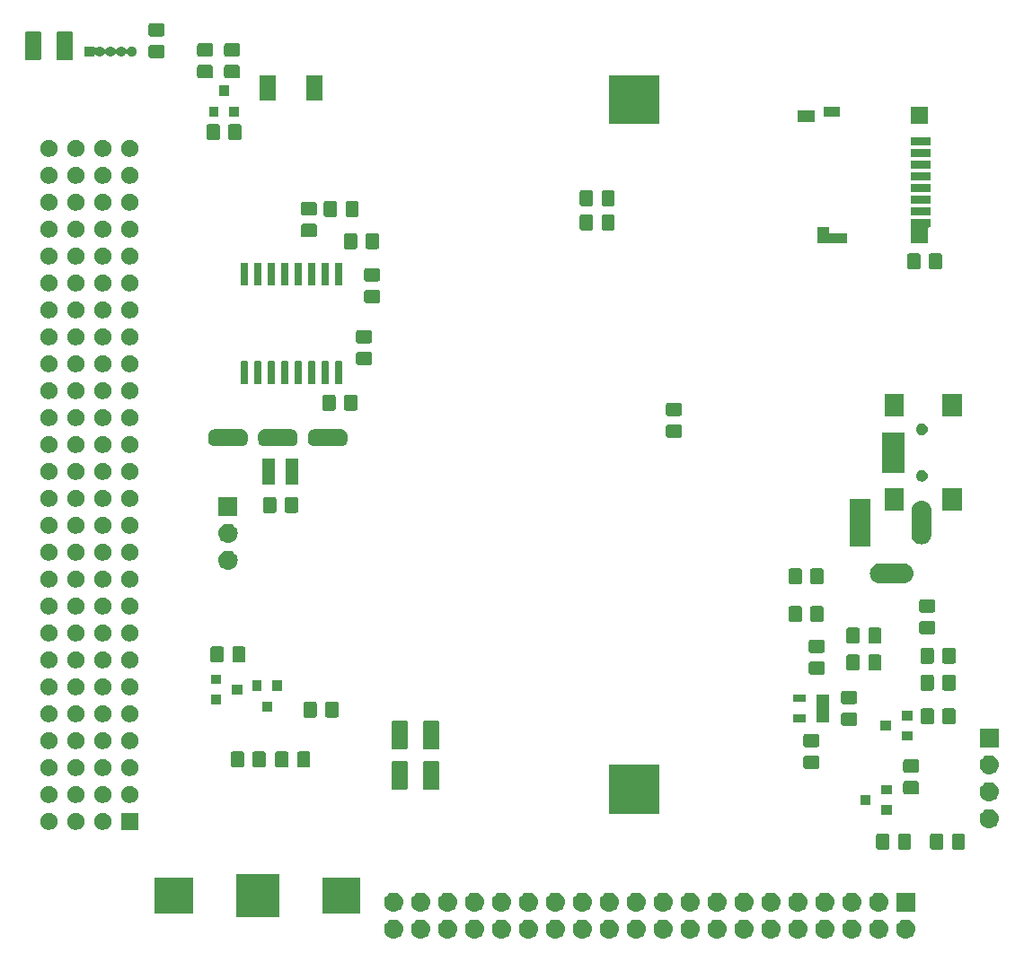
<source format=gbr>
G04 #@! TF.GenerationSoftware,KiCad,Pcbnew,(5.1.2)-2*
G04 #@! TF.CreationDate,2020-04-10T09:33:15+02:00*
G04 #@! TF.ProjectId,AfriCubePiPluginBoard,41667269-4375-4626-9550-69506c756769,rev?*
G04 #@! TF.SameCoordinates,Original*
G04 #@! TF.FileFunction,Soldermask,Top*
G04 #@! TF.FilePolarity,Negative*
%FSLAX46Y46*%
G04 Gerber Fmt 4.6, Leading zero omitted, Abs format (unit mm)*
G04 Created by KiCad (PCBNEW (5.1.2)-2) date 2020-04-10 09:33:15*
%MOMM*%
%LPD*%
G04 APERTURE LIST*
%ADD10C,0.100000*%
G04 APERTURE END LIST*
D10*
G36*
X135492442Y-142615518D02*
G01*
X135558627Y-142622037D01*
X135728466Y-142673557D01*
X135884991Y-142757222D01*
X135920729Y-142786552D01*
X136022186Y-142869814D01*
X136105448Y-142971271D01*
X136134778Y-143007009D01*
X136218443Y-143163534D01*
X136269963Y-143333373D01*
X136287359Y-143510000D01*
X136269963Y-143686627D01*
X136218443Y-143856466D01*
X136134778Y-144012991D01*
X136105448Y-144048729D01*
X136022186Y-144150186D01*
X135920729Y-144233448D01*
X135884991Y-144262778D01*
X135728466Y-144346443D01*
X135558627Y-144397963D01*
X135492443Y-144404481D01*
X135426260Y-144411000D01*
X135337740Y-144411000D01*
X135271557Y-144404481D01*
X135205373Y-144397963D01*
X135035534Y-144346443D01*
X134879009Y-144262778D01*
X134843271Y-144233448D01*
X134741814Y-144150186D01*
X134658552Y-144048729D01*
X134629222Y-144012991D01*
X134545557Y-143856466D01*
X134494037Y-143686627D01*
X134476641Y-143510000D01*
X134494037Y-143333373D01*
X134545557Y-143163534D01*
X134629222Y-143007009D01*
X134658552Y-142971271D01*
X134741814Y-142869814D01*
X134843271Y-142786552D01*
X134879009Y-142757222D01*
X135035534Y-142673557D01*
X135205373Y-142622037D01*
X135271558Y-142615518D01*
X135337740Y-142609000D01*
X135426260Y-142609000D01*
X135492442Y-142615518D01*
X135492442Y-142615518D01*
G37*
G36*
X181212442Y-142615518D02*
G01*
X181278627Y-142622037D01*
X181448466Y-142673557D01*
X181604991Y-142757222D01*
X181640729Y-142786552D01*
X181742186Y-142869814D01*
X181825448Y-142971271D01*
X181854778Y-143007009D01*
X181938443Y-143163534D01*
X181989963Y-143333373D01*
X182007359Y-143510000D01*
X181989963Y-143686627D01*
X181938443Y-143856466D01*
X181854778Y-144012991D01*
X181825448Y-144048729D01*
X181742186Y-144150186D01*
X181640729Y-144233448D01*
X181604991Y-144262778D01*
X181448466Y-144346443D01*
X181278627Y-144397963D01*
X181212443Y-144404481D01*
X181146260Y-144411000D01*
X181057740Y-144411000D01*
X180991557Y-144404481D01*
X180925373Y-144397963D01*
X180755534Y-144346443D01*
X180599009Y-144262778D01*
X180563271Y-144233448D01*
X180461814Y-144150186D01*
X180378552Y-144048729D01*
X180349222Y-144012991D01*
X180265557Y-143856466D01*
X180214037Y-143686627D01*
X180196641Y-143510000D01*
X180214037Y-143333373D01*
X180265557Y-143163534D01*
X180349222Y-143007009D01*
X180378552Y-142971271D01*
X180461814Y-142869814D01*
X180563271Y-142786552D01*
X180599009Y-142757222D01*
X180755534Y-142673557D01*
X180925373Y-142622037D01*
X180991558Y-142615518D01*
X181057740Y-142609000D01*
X181146260Y-142609000D01*
X181212442Y-142615518D01*
X181212442Y-142615518D01*
G37*
G36*
X158352442Y-142615518D02*
G01*
X158418627Y-142622037D01*
X158588466Y-142673557D01*
X158744991Y-142757222D01*
X158780729Y-142786552D01*
X158882186Y-142869814D01*
X158965448Y-142971271D01*
X158994778Y-143007009D01*
X159078443Y-143163534D01*
X159129963Y-143333373D01*
X159147359Y-143510000D01*
X159129963Y-143686627D01*
X159078443Y-143856466D01*
X158994778Y-144012991D01*
X158965448Y-144048729D01*
X158882186Y-144150186D01*
X158780729Y-144233448D01*
X158744991Y-144262778D01*
X158588466Y-144346443D01*
X158418627Y-144397963D01*
X158352443Y-144404481D01*
X158286260Y-144411000D01*
X158197740Y-144411000D01*
X158131557Y-144404481D01*
X158065373Y-144397963D01*
X157895534Y-144346443D01*
X157739009Y-144262778D01*
X157703271Y-144233448D01*
X157601814Y-144150186D01*
X157518552Y-144048729D01*
X157489222Y-144012991D01*
X157405557Y-143856466D01*
X157354037Y-143686627D01*
X157336641Y-143510000D01*
X157354037Y-143333373D01*
X157405557Y-143163534D01*
X157489222Y-143007009D01*
X157518552Y-142971271D01*
X157601814Y-142869814D01*
X157703271Y-142786552D01*
X157739009Y-142757222D01*
X157895534Y-142673557D01*
X158065373Y-142622037D01*
X158131558Y-142615518D01*
X158197740Y-142609000D01*
X158286260Y-142609000D01*
X158352442Y-142615518D01*
X158352442Y-142615518D01*
G37*
G36*
X160892442Y-142615518D02*
G01*
X160958627Y-142622037D01*
X161128466Y-142673557D01*
X161284991Y-142757222D01*
X161320729Y-142786552D01*
X161422186Y-142869814D01*
X161505448Y-142971271D01*
X161534778Y-143007009D01*
X161618443Y-143163534D01*
X161669963Y-143333373D01*
X161687359Y-143510000D01*
X161669963Y-143686627D01*
X161618443Y-143856466D01*
X161534778Y-144012991D01*
X161505448Y-144048729D01*
X161422186Y-144150186D01*
X161320729Y-144233448D01*
X161284991Y-144262778D01*
X161128466Y-144346443D01*
X160958627Y-144397963D01*
X160892443Y-144404481D01*
X160826260Y-144411000D01*
X160737740Y-144411000D01*
X160671557Y-144404481D01*
X160605373Y-144397963D01*
X160435534Y-144346443D01*
X160279009Y-144262778D01*
X160243271Y-144233448D01*
X160141814Y-144150186D01*
X160058552Y-144048729D01*
X160029222Y-144012991D01*
X159945557Y-143856466D01*
X159894037Y-143686627D01*
X159876641Y-143510000D01*
X159894037Y-143333373D01*
X159945557Y-143163534D01*
X160029222Y-143007009D01*
X160058552Y-142971271D01*
X160141814Y-142869814D01*
X160243271Y-142786552D01*
X160279009Y-142757222D01*
X160435534Y-142673557D01*
X160605373Y-142622037D01*
X160671558Y-142615518D01*
X160737740Y-142609000D01*
X160826260Y-142609000D01*
X160892442Y-142615518D01*
X160892442Y-142615518D01*
G37*
G36*
X163432442Y-142615518D02*
G01*
X163498627Y-142622037D01*
X163668466Y-142673557D01*
X163824991Y-142757222D01*
X163860729Y-142786552D01*
X163962186Y-142869814D01*
X164045448Y-142971271D01*
X164074778Y-143007009D01*
X164158443Y-143163534D01*
X164209963Y-143333373D01*
X164227359Y-143510000D01*
X164209963Y-143686627D01*
X164158443Y-143856466D01*
X164074778Y-144012991D01*
X164045448Y-144048729D01*
X163962186Y-144150186D01*
X163860729Y-144233448D01*
X163824991Y-144262778D01*
X163668466Y-144346443D01*
X163498627Y-144397963D01*
X163432443Y-144404481D01*
X163366260Y-144411000D01*
X163277740Y-144411000D01*
X163211557Y-144404481D01*
X163145373Y-144397963D01*
X162975534Y-144346443D01*
X162819009Y-144262778D01*
X162783271Y-144233448D01*
X162681814Y-144150186D01*
X162598552Y-144048729D01*
X162569222Y-144012991D01*
X162485557Y-143856466D01*
X162434037Y-143686627D01*
X162416641Y-143510000D01*
X162434037Y-143333373D01*
X162485557Y-143163534D01*
X162569222Y-143007009D01*
X162598552Y-142971271D01*
X162681814Y-142869814D01*
X162783271Y-142786552D01*
X162819009Y-142757222D01*
X162975534Y-142673557D01*
X163145373Y-142622037D01*
X163211558Y-142615518D01*
X163277740Y-142609000D01*
X163366260Y-142609000D01*
X163432442Y-142615518D01*
X163432442Y-142615518D01*
G37*
G36*
X165972442Y-142615518D02*
G01*
X166038627Y-142622037D01*
X166208466Y-142673557D01*
X166364991Y-142757222D01*
X166400729Y-142786552D01*
X166502186Y-142869814D01*
X166585448Y-142971271D01*
X166614778Y-143007009D01*
X166698443Y-143163534D01*
X166749963Y-143333373D01*
X166767359Y-143510000D01*
X166749963Y-143686627D01*
X166698443Y-143856466D01*
X166614778Y-144012991D01*
X166585448Y-144048729D01*
X166502186Y-144150186D01*
X166400729Y-144233448D01*
X166364991Y-144262778D01*
X166208466Y-144346443D01*
X166038627Y-144397963D01*
X165972443Y-144404481D01*
X165906260Y-144411000D01*
X165817740Y-144411000D01*
X165751557Y-144404481D01*
X165685373Y-144397963D01*
X165515534Y-144346443D01*
X165359009Y-144262778D01*
X165323271Y-144233448D01*
X165221814Y-144150186D01*
X165138552Y-144048729D01*
X165109222Y-144012991D01*
X165025557Y-143856466D01*
X164974037Y-143686627D01*
X164956641Y-143510000D01*
X164974037Y-143333373D01*
X165025557Y-143163534D01*
X165109222Y-143007009D01*
X165138552Y-142971271D01*
X165221814Y-142869814D01*
X165323271Y-142786552D01*
X165359009Y-142757222D01*
X165515534Y-142673557D01*
X165685373Y-142622037D01*
X165751558Y-142615518D01*
X165817740Y-142609000D01*
X165906260Y-142609000D01*
X165972442Y-142615518D01*
X165972442Y-142615518D01*
G37*
G36*
X168512442Y-142615518D02*
G01*
X168578627Y-142622037D01*
X168748466Y-142673557D01*
X168904991Y-142757222D01*
X168940729Y-142786552D01*
X169042186Y-142869814D01*
X169125448Y-142971271D01*
X169154778Y-143007009D01*
X169238443Y-143163534D01*
X169289963Y-143333373D01*
X169307359Y-143510000D01*
X169289963Y-143686627D01*
X169238443Y-143856466D01*
X169154778Y-144012991D01*
X169125448Y-144048729D01*
X169042186Y-144150186D01*
X168940729Y-144233448D01*
X168904991Y-144262778D01*
X168748466Y-144346443D01*
X168578627Y-144397963D01*
X168512443Y-144404481D01*
X168446260Y-144411000D01*
X168357740Y-144411000D01*
X168291557Y-144404481D01*
X168225373Y-144397963D01*
X168055534Y-144346443D01*
X167899009Y-144262778D01*
X167863271Y-144233448D01*
X167761814Y-144150186D01*
X167678552Y-144048729D01*
X167649222Y-144012991D01*
X167565557Y-143856466D01*
X167514037Y-143686627D01*
X167496641Y-143510000D01*
X167514037Y-143333373D01*
X167565557Y-143163534D01*
X167649222Y-143007009D01*
X167678552Y-142971271D01*
X167761814Y-142869814D01*
X167863271Y-142786552D01*
X167899009Y-142757222D01*
X168055534Y-142673557D01*
X168225373Y-142622037D01*
X168291558Y-142615518D01*
X168357740Y-142609000D01*
X168446260Y-142609000D01*
X168512442Y-142615518D01*
X168512442Y-142615518D01*
G37*
G36*
X171052442Y-142615518D02*
G01*
X171118627Y-142622037D01*
X171288466Y-142673557D01*
X171444991Y-142757222D01*
X171480729Y-142786552D01*
X171582186Y-142869814D01*
X171665448Y-142971271D01*
X171694778Y-143007009D01*
X171778443Y-143163534D01*
X171829963Y-143333373D01*
X171847359Y-143510000D01*
X171829963Y-143686627D01*
X171778443Y-143856466D01*
X171694778Y-144012991D01*
X171665448Y-144048729D01*
X171582186Y-144150186D01*
X171480729Y-144233448D01*
X171444991Y-144262778D01*
X171288466Y-144346443D01*
X171118627Y-144397963D01*
X171052443Y-144404481D01*
X170986260Y-144411000D01*
X170897740Y-144411000D01*
X170831557Y-144404481D01*
X170765373Y-144397963D01*
X170595534Y-144346443D01*
X170439009Y-144262778D01*
X170403271Y-144233448D01*
X170301814Y-144150186D01*
X170218552Y-144048729D01*
X170189222Y-144012991D01*
X170105557Y-143856466D01*
X170054037Y-143686627D01*
X170036641Y-143510000D01*
X170054037Y-143333373D01*
X170105557Y-143163534D01*
X170189222Y-143007009D01*
X170218552Y-142971271D01*
X170301814Y-142869814D01*
X170403271Y-142786552D01*
X170439009Y-142757222D01*
X170595534Y-142673557D01*
X170765373Y-142622037D01*
X170831558Y-142615518D01*
X170897740Y-142609000D01*
X170986260Y-142609000D01*
X171052442Y-142615518D01*
X171052442Y-142615518D01*
G37*
G36*
X173592442Y-142615518D02*
G01*
X173658627Y-142622037D01*
X173828466Y-142673557D01*
X173984991Y-142757222D01*
X174020729Y-142786552D01*
X174122186Y-142869814D01*
X174205448Y-142971271D01*
X174234778Y-143007009D01*
X174318443Y-143163534D01*
X174369963Y-143333373D01*
X174387359Y-143510000D01*
X174369963Y-143686627D01*
X174318443Y-143856466D01*
X174234778Y-144012991D01*
X174205448Y-144048729D01*
X174122186Y-144150186D01*
X174020729Y-144233448D01*
X173984991Y-144262778D01*
X173828466Y-144346443D01*
X173658627Y-144397963D01*
X173592443Y-144404481D01*
X173526260Y-144411000D01*
X173437740Y-144411000D01*
X173371557Y-144404481D01*
X173305373Y-144397963D01*
X173135534Y-144346443D01*
X172979009Y-144262778D01*
X172943271Y-144233448D01*
X172841814Y-144150186D01*
X172758552Y-144048729D01*
X172729222Y-144012991D01*
X172645557Y-143856466D01*
X172594037Y-143686627D01*
X172576641Y-143510000D01*
X172594037Y-143333373D01*
X172645557Y-143163534D01*
X172729222Y-143007009D01*
X172758552Y-142971271D01*
X172841814Y-142869814D01*
X172943271Y-142786552D01*
X172979009Y-142757222D01*
X173135534Y-142673557D01*
X173305373Y-142622037D01*
X173371558Y-142615518D01*
X173437740Y-142609000D01*
X173526260Y-142609000D01*
X173592442Y-142615518D01*
X173592442Y-142615518D01*
G37*
G36*
X176132442Y-142615518D02*
G01*
X176198627Y-142622037D01*
X176368466Y-142673557D01*
X176524991Y-142757222D01*
X176560729Y-142786552D01*
X176662186Y-142869814D01*
X176745448Y-142971271D01*
X176774778Y-143007009D01*
X176858443Y-143163534D01*
X176909963Y-143333373D01*
X176927359Y-143510000D01*
X176909963Y-143686627D01*
X176858443Y-143856466D01*
X176774778Y-144012991D01*
X176745448Y-144048729D01*
X176662186Y-144150186D01*
X176560729Y-144233448D01*
X176524991Y-144262778D01*
X176368466Y-144346443D01*
X176198627Y-144397963D01*
X176132443Y-144404481D01*
X176066260Y-144411000D01*
X175977740Y-144411000D01*
X175911557Y-144404481D01*
X175845373Y-144397963D01*
X175675534Y-144346443D01*
X175519009Y-144262778D01*
X175483271Y-144233448D01*
X175381814Y-144150186D01*
X175298552Y-144048729D01*
X175269222Y-144012991D01*
X175185557Y-143856466D01*
X175134037Y-143686627D01*
X175116641Y-143510000D01*
X175134037Y-143333373D01*
X175185557Y-143163534D01*
X175269222Y-143007009D01*
X175298552Y-142971271D01*
X175381814Y-142869814D01*
X175483271Y-142786552D01*
X175519009Y-142757222D01*
X175675534Y-142673557D01*
X175845373Y-142622037D01*
X175911558Y-142615518D01*
X175977740Y-142609000D01*
X176066260Y-142609000D01*
X176132442Y-142615518D01*
X176132442Y-142615518D01*
G37*
G36*
X178672442Y-142615518D02*
G01*
X178738627Y-142622037D01*
X178908466Y-142673557D01*
X179064991Y-142757222D01*
X179100729Y-142786552D01*
X179202186Y-142869814D01*
X179285448Y-142971271D01*
X179314778Y-143007009D01*
X179398443Y-143163534D01*
X179449963Y-143333373D01*
X179467359Y-143510000D01*
X179449963Y-143686627D01*
X179398443Y-143856466D01*
X179314778Y-144012991D01*
X179285448Y-144048729D01*
X179202186Y-144150186D01*
X179100729Y-144233448D01*
X179064991Y-144262778D01*
X178908466Y-144346443D01*
X178738627Y-144397963D01*
X178672443Y-144404481D01*
X178606260Y-144411000D01*
X178517740Y-144411000D01*
X178451557Y-144404481D01*
X178385373Y-144397963D01*
X178215534Y-144346443D01*
X178059009Y-144262778D01*
X178023271Y-144233448D01*
X177921814Y-144150186D01*
X177838552Y-144048729D01*
X177809222Y-144012991D01*
X177725557Y-143856466D01*
X177674037Y-143686627D01*
X177656641Y-143510000D01*
X177674037Y-143333373D01*
X177725557Y-143163534D01*
X177809222Y-143007009D01*
X177838552Y-142971271D01*
X177921814Y-142869814D01*
X178023271Y-142786552D01*
X178059009Y-142757222D01*
X178215534Y-142673557D01*
X178385373Y-142622037D01*
X178451558Y-142615518D01*
X178517740Y-142609000D01*
X178606260Y-142609000D01*
X178672442Y-142615518D01*
X178672442Y-142615518D01*
G37*
G36*
X155812442Y-142615518D02*
G01*
X155878627Y-142622037D01*
X156048466Y-142673557D01*
X156204991Y-142757222D01*
X156240729Y-142786552D01*
X156342186Y-142869814D01*
X156425448Y-142971271D01*
X156454778Y-143007009D01*
X156538443Y-143163534D01*
X156589963Y-143333373D01*
X156607359Y-143510000D01*
X156589963Y-143686627D01*
X156538443Y-143856466D01*
X156454778Y-144012991D01*
X156425448Y-144048729D01*
X156342186Y-144150186D01*
X156240729Y-144233448D01*
X156204991Y-144262778D01*
X156048466Y-144346443D01*
X155878627Y-144397963D01*
X155812443Y-144404481D01*
X155746260Y-144411000D01*
X155657740Y-144411000D01*
X155591557Y-144404481D01*
X155525373Y-144397963D01*
X155355534Y-144346443D01*
X155199009Y-144262778D01*
X155163271Y-144233448D01*
X155061814Y-144150186D01*
X154978552Y-144048729D01*
X154949222Y-144012991D01*
X154865557Y-143856466D01*
X154814037Y-143686627D01*
X154796641Y-143510000D01*
X154814037Y-143333373D01*
X154865557Y-143163534D01*
X154949222Y-143007009D01*
X154978552Y-142971271D01*
X155061814Y-142869814D01*
X155163271Y-142786552D01*
X155199009Y-142757222D01*
X155355534Y-142673557D01*
X155525373Y-142622037D01*
X155591558Y-142615518D01*
X155657740Y-142609000D01*
X155746260Y-142609000D01*
X155812442Y-142615518D01*
X155812442Y-142615518D01*
G37*
G36*
X153272442Y-142615518D02*
G01*
X153338627Y-142622037D01*
X153508466Y-142673557D01*
X153664991Y-142757222D01*
X153700729Y-142786552D01*
X153802186Y-142869814D01*
X153885448Y-142971271D01*
X153914778Y-143007009D01*
X153998443Y-143163534D01*
X154049963Y-143333373D01*
X154067359Y-143510000D01*
X154049963Y-143686627D01*
X153998443Y-143856466D01*
X153914778Y-144012991D01*
X153885448Y-144048729D01*
X153802186Y-144150186D01*
X153700729Y-144233448D01*
X153664991Y-144262778D01*
X153508466Y-144346443D01*
X153338627Y-144397963D01*
X153272443Y-144404481D01*
X153206260Y-144411000D01*
X153117740Y-144411000D01*
X153051557Y-144404481D01*
X152985373Y-144397963D01*
X152815534Y-144346443D01*
X152659009Y-144262778D01*
X152623271Y-144233448D01*
X152521814Y-144150186D01*
X152438552Y-144048729D01*
X152409222Y-144012991D01*
X152325557Y-143856466D01*
X152274037Y-143686627D01*
X152256641Y-143510000D01*
X152274037Y-143333373D01*
X152325557Y-143163534D01*
X152409222Y-143007009D01*
X152438552Y-142971271D01*
X152521814Y-142869814D01*
X152623271Y-142786552D01*
X152659009Y-142757222D01*
X152815534Y-142673557D01*
X152985373Y-142622037D01*
X153051558Y-142615518D01*
X153117740Y-142609000D01*
X153206260Y-142609000D01*
X153272442Y-142615518D01*
X153272442Y-142615518D01*
G37*
G36*
X138032442Y-142615518D02*
G01*
X138098627Y-142622037D01*
X138268466Y-142673557D01*
X138424991Y-142757222D01*
X138460729Y-142786552D01*
X138562186Y-142869814D01*
X138645448Y-142971271D01*
X138674778Y-143007009D01*
X138758443Y-143163534D01*
X138809963Y-143333373D01*
X138827359Y-143510000D01*
X138809963Y-143686627D01*
X138758443Y-143856466D01*
X138674778Y-144012991D01*
X138645448Y-144048729D01*
X138562186Y-144150186D01*
X138460729Y-144233448D01*
X138424991Y-144262778D01*
X138268466Y-144346443D01*
X138098627Y-144397963D01*
X138032443Y-144404481D01*
X137966260Y-144411000D01*
X137877740Y-144411000D01*
X137811557Y-144404481D01*
X137745373Y-144397963D01*
X137575534Y-144346443D01*
X137419009Y-144262778D01*
X137383271Y-144233448D01*
X137281814Y-144150186D01*
X137198552Y-144048729D01*
X137169222Y-144012991D01*
X137085557Y-143856466D01*
X137034037Y-143686627D01*
X137016641Y-143510000D01*
X137034037Y-143333373D01*
X137085557Y-143163534D01*
X137169222Y-143007009D01*
X137198552Y-142971271D01*
X137281814Y-142869814D01*
X137383271Y-142786552D01*
X137419009Y-142757222D01*
X137575534Y-142673557D01*
X137745373Y-142622037D01*
X137811558Y-142615518D01*
X137877740Y-142609000D01*
X137966260Y-142609000D01*
X138032442Y-142615518D01*
X138032442Y-142615518D01*
G37*
G36*
X140572442Y-142615518D02*
G01*
X140638627Y-142622037D01*
X140808466Y-142673557D01*
X140964991Y-142757222D01*
X141000729Y-142786552D01*
X141102186Y-142869814D01*
X141185448Y-142971271D01*
X141214778Y-143007009D01*
X141298443Y-143163534D01*
X141349963Y-143333373D01*
X141367359Y-143510000D01*
X141349963Y-143686627D01*
X141298443Y-143856466D01*
X141214778Y-144012991D01*
X141185448Y-144048729D01*
X141102186Y-144150186D01*
X141000729Y-144233448D01*
X140964991Y-144262778D01*
X140808466Y-144346443D01*
X140638627Y-144397963D01*
X140572443Y-144404481D01*
X140506260Y-144411000D01*
X140417740Y-144411000D01*
X140351557Y-144404481D01*
X140285373Y-144397963D01*
X140115534Y-144346443D01*
X139959009Y-144262778D01*
X139923271Y-144233448D01*
X139821814Y-144150186D01*
X139738552Y-144048729D01*
X139709222Y-144012991D01*
X139625557Y-143856466D01*
X139574037Y-143686627D01*
X139556641Y-143510000D01*
X139574037Y-143333373D01*
X139625557Y-143163534D01*
X139709222Y-143007009D01*
X139738552Y-142971271D01*
X139821814Y-142869814D01*
X139923271Y-142786552D01*
X139959009Y-142757222D01*
X140115534Y-142673557D01*
X140285373Y-142622037D01*
X140351558Y-142615518D01*
X140417740Y-142609000D01*
X140506260Y-142609000D01*
X140572442Y-142615518D01*
X140572442Y-142615518D01*
G37*
G36*
X143112442Y-142615518D02*
G01*
X143178627Y-142622037D01*
X143348466Y-142673557D01*
X143504991Y-142757222D01*
X143540729Y-142786552D01*
X143642186Y-142869814D01*
X143725448Y-142971271D01*
X143754778Y-143007009D01*
X143838443Y-143163534D01*
X143889963Y-143333373D01*
X143907359Y-143510000D01*
X143889963Y-143686627D01*
X143838443Y-143856466D01*
X143754778Y-144012991D01*
X143725448Y-144048729D01*
X143642186Y-144150186D01*
X143540729Y-144233448D01*
X143504991Y-144262778D01*
X143348466Y-144346443D01*
X143178627Y-144397963D01*
X143112443Y-144404481D01*
X143046260Y-144411000D01*
X142957740Y-144411000D01*
X142891557Y-144404481D01*
X142825373Y-144397963D01*
X142655534Y-144346443D01*
X142499009Y-144262778D01*
X142463271Y-144233448D01*
X142361814Y-144150186D01*
X142278552Y-144048729D01*
X142249222Y-144012991D01*
X142165557Y-143856466D01*
X142114037Y-143686627D01*
X142096641Y-143510000D01*
X142114037Y-143333373D01*
X142165557Y-143163534D01*
X142249222Y-143007009D01*
X142278552Y-142971271D01*
X142361814Y-142869814D01*
X142463271Y-142786552D01*
X142499009Y-142757222D01*
X142655534Y-142673557D01*
X142825373Y-142622037D01*
X142891558Y-142615518D01*
X142957740Y-142609000D01*
X143046260Y-142609000D01*
X143112442Y-142615518D01*
X143112442Y-142615518D01*
G37*
G36*
X148192442Y-142615518D02*
G01*
X148258627Y-142622037D01*
X148428466Y-142673557D01*
X148584991Y-142757222D01*
X148620729Y-142786552D01*
X148722186Y-142869814D01*
X148805448Y-142971271D01*
X148834778Y-143007009D01*
X148918443Y-143163534D01*
X148969963Y-143333373D01*
X148987359Y-143510000D01*
X148969963Y-143686627D01*
X148918443Y-143856466D01*
X148834778Y-144012991D01*
X148805448Y-144048729D01*
X148722186Y-144150186D01*
X148620729Y-144233448D01*
X148584991Y-144262778D01*
X148428466Y-144346443D01*
X148258627Y-144397963D01*
X148192443Y-144404481D01*
X148126260Y-144411000D01*
X148037740Y-144411000D01*
X147971557Y-144404481D01*
X147905373Y-144397963D01*
X147735534Y-144346443D01*
X147579009Y-144262778D01*
X147543271Y-144233448D01*
X147441814Y-144150186D01*
X147358552Y-144048729D01*
X147329222Y-144012991D01*
X147245557Y-143856466D01*
X147194037Y-143686627D01*
X147176641Y-143510000D01*
X147194037Y-143333373D01*
X147245557Y-143163534D01*
X147329222Y-143007009D01*
X147358552Y-142971271D01*
X147441814Y-142869814D01*
X147543271Y-142786552D01*
X147579009Y-142757222D01*
X147735534Y-142673557D01*
X147905373Y-142622037D01*
X147971558Y-142615518D01*
X148037740Y-142609000D01*
X148126260Y-142609000D01*
X148192442Y-142615518D01*
X148192442Y-142615518D01*
G37*
G36*
X150732442Y-142615518D02*
G01*
X150798627Y-142622037D01*
X150968466Y-142673557D01*
X151124991Y-142757222D01*
X151160729Y-142786552D01*
X151262186Y-142869814D01*
X151345448Y-142971271D01*
X151374778Y-143007009D01*
X151458443Y-143163534D01*
X151509963Y-143333373D01*
X151527359Y-143510000D01*
X151509963Y-143686627D01*
X151458443Y-143856466D01*
X151374778Y-144012991D01*
X151345448Y-144048729D01*
X151262186Y-144150186D01*
X151160729Y-144233448D01*
X151124991Y-144262778D01*
X150968466Y-144346443D01*
X150798627Y-144397963D01*
X150732443Y-144404481D01*
X150666260Y-144411000D01*
X150577740Y-144411000D01*
X150511557Y-144404481D01*
X150445373Y-144397963D01*
X150275534Y-144346443D01*
X150119009Y-144262778D01*
X150083271Y-144233448D01*
X149981814Y-144150186D01*
X149898552Y-144048729D01*
X149869222Y-144012991D01*
X149785557Y-143856466D01*
X149734037Y-143686627D01*
X149716641Y-143510000D01*
X149734037Y-143333373D01*
X149785557Y-143163534D01*
X149869222Y-143007009D01*
X149898552Y-142971271D01*
X149981814Y-142869814D01*
X150083271Y-142786552D01*
X150119009Y-142757222D01*
X150275534Y-142673557D01*
X150445373Y-142622037D01*
X150511558Y-142615518D01*
X150577740Y-142609000D01*
X150666260Y-142609000D01*
X150732442Y-142615518D01*
X150732442Y-142615518D01*
G37*
G36*
X183752442Y-142615518D02*
G01*
X183818627Y-142622037D01*
X183988466Y-142673557D01*
X184144991Y-142757222D01*
X184180729Y-142786552D01*
X184282186Y-142869814D01*
X184365448Y-142971271D01*
X184394778Y-143007009D01*
X184478443Y-143163534D01*
X184529963Y-143333373D01*
X184547359Y-143510000D01*
X184529963Y-143686627D01*
X184478443Y-143856466D01*
X184394778Y-144012991D01*
X184365448Y-144048729D01*
X184282186Y-144150186D01*
X184180729Y-144233448D01*
X184144991Y-144262778D01*
X183988466Y-144346443D01*
X183818627Y-144397963D01*
X183752443Y-144404481D01*
X183686260Y-144411000D01*
X183597740Y-144411000D01*
X183531557Y-144404481D01*
X183465373Y-144397963D01*
X183295534Y-144346443D01*
X183139009Y-144262778D01*
X183103271Y-144233448D01*
X183001814Y-144150186D01*
X182918552Y-144048729D01*
X182889222Y-144012991D01*
X182805557Y-143856466D01*
X182754037Y-143686627D01*
X182736641Y-143510000D01*
X182754037Y-143333373D01*
X182805557Y-143163534D01*
X182889222Y-143007009D01*
X182918552Y-142971271D01*
X183001814Y-142869814D01*
X183103271Y-142786552D01*
X183139009Y-142757222D01*
X183295534Y-142673557D01*
X183465373Y-142622037D01*
X183531558Y-142615518D01*
X183597740Y-142609000D01*
X183686260Y-142609000D01*
X183752442Y-142615518D01*
X183752442Y-142615518D01*
G37*
G36*
X145652442Y-142615518D02*
G01*
X145718627Y-142622037D01*
X145888466Y-142673557D01*
X146044991Y-142757222D01*
X146080729Y-142786552D01*
X146182186Y-142869814D01*
X146265448Y-142971271D01*
X146294778Y-143007009D01*
X146378443Y-143163534D01*
X146429963Y-143333373D01*
X146447359Y-143510000D01*
X146429963Y-143686627D01*
X146378443Y-143856466D01*
X146294778Y-144012991D01*
X146265448Y-144048729D01*
X146182186Y-144150186D01*
X146080729Y-144233448D01*
X146044991Y-144262778D01*
X145888466Y-144346443D01*
X145718627Y-144397963D01*
X145652443Y-144404481D01*
X145586260Y-144411000D01*
X145497740Y-144411000D01*
X145431557Y-144404481D01*
X145365373Y-144397963D01*
X145195534Y-144346443D01*
X145039009Y-144262778D01*
X145003271Y-144233448D01*
X144901814Y-144150186D01*
X144818552Y-144048729D01*
X144789222Y-144012991D01*
X144705557Y-143856466D01*
X144654037Y-143686627D01*
X144636641Y-143510000D01*
X144654037Y-143333373D01*
X144705557Y-143163534D01*
X144789222Y-143007009D01*
X144818552Y-142971271D01*
X144901814Y-142869814D01*
X145003271Y-142786552D01*
X145039009Y-142757222D01*
X145195534Y-142673557D01*
X145365373Y-142622037D01*
X145431558Y-142615518D01*
X145497740Y-142609000D01*
X145586260Y-142609000D01*
X145652442Y-142615518D01*
X145652442Y-142615518D01*
G37*
G36*
X124606000Y-142386000D02*
G01*
X120504000Y-142386000D01*
X120504000Y-138284000D01*
X124606000Y-138284000D01*
X124606000Y-142386000D01*
X124606000Y-142386000D01*
G37*
G36*
X116456000Y-142036000D02*
G01*
X112854000Y-142036000D01*
X112854000Y-138634000D01*
X116456000Y-138634000D01*
X116456000Y-142036000D01*
X116456000Y-142036000D01*
G37*
G36*
X132256000Y-142036000D02*
G01*
X128654000Y-142036000D01*
X128654000Y-138634000D01*
X132256000Y-138634000D01*
X132256000Y-142036000D01*
X132256000Y-142036000D01*
G37*
G36*
X171052443Y-140075519D02*
G01*
X171118627Y-140082037D01*
X171288466Y-140133557D01*
X171444991Y-140217222D01*
X171480729Y-140246552D01*
X171582186Y-140329814D01*
X171665448Y-140431271D01*
X171694778Y-140467009D01*
X171778443Y-140623534D01*
X171829963Y-140793373D01*
X171847359Y-140970000D01*
X171829963Y-141146627D01*
X171778443Y-141316466D01*
X171694778Y-141472991D01*
X171665448Y-141508729D01*
X171582186Y-141610186D01*
X171480729Y-141693448D01*
X171444991Y-141722778D01*
X171288466Y-141806443D01*
X171118627Y-141857963D01*
X171052443Y-141864481D01*
X170986260Y-141871000D01*
X170897740Y-141871000D01*
X170831557Y-141864481D01*
X170765373Y-141857963D01*
X170595534Y-141806443D01*
X170439009Y-141722778D01*
X170403271Y-141693448D01*
X170301814Y-141610186D01*
X170218552Y-141508729D01*
X170189222Y-141472991D01*
X170105557Y-141316466D01*
X170054037Y-141146627D01*
X170036641Y-140970000D01*
X170054037Y-140793373D01*
X170105557Y-140623534D01*
X170189222Y-140467009D01*
X170218552Y-140431271D01*
X170301814Y-140329814D01*
X170403271Y-140246552D01*
X170439009Y-140217222D01*
X170595534Y-140133557D01*
X170765373Y-140082037D01*
X170831557Y-140075519D01*
X170897740Y-140069000D01*
X170986260Y-140069000D01*
X171052443Y-140075519D01*
X171052443Y-140075519D01*
G37*
G36*
X138032443Y-140075519D02*
G01*
X138098627Y-140082037D01*
X138268466Y-140133557D01*
X138424991Y-140217222D01*
X138460729Y-140246552D01*
X138562186Y-140329814D01*
X138645448Y-140431271D01*
X138674778Y-140467009D01*
X138758443Y-140623534D01*
X138809963Y-140793373D01*
X138827359Y-140970000D01*
X138809963Y-141146627D01*
X138758443Y-141316466D01*
X138674778Y-141472991D01*
X138645448Y-141508729D01*
X138562186Y-141610186D01*
X138460729Y-141693448D01*
X138424991Y-141722778D01*
X138268466Y-141806443D01*
X138098627Y-141857963D01*
X138032443Y-141864481D01*
X137966260Y-141871000D01*
X137877740Y-141871000D01*
X137811557Y-141864481D01*
X137745373Y-141857963D01*
X137575534Y-141806443D01*
X137419009Y-141722778D01*
X137383271Y-141693448D01*
X137281814Y-141610186D01*
X137198552Y-141508729D01*
X137169222Y-141472991D01*
X137085557Y-141316466D01*
X137034037Y-141146627D01*
X137016641Y-140970000D01*
X137034037Y-140793373D01*
X137085557Y-140623534D01*
X137169222Y-140467009D01*
X137198552Y-140431271D01*
X137281814Y-140329814D01*
X137383271Y-140246552D01*
X137419009Y-140217222D01*
X137575534Y-140133557D01*
X137745373Y-140082037D01*
X137811557Y-140075519D01*
X137877740Y-140069000D01*
X137966260Y-140069000D01*
X138032443Y-140075519D01*
X138032443Y-140075519D01*
G37*
G36*
X160892443Y-140075519D02*
G01*
X160958627Y-140082037D01*
X161128466Y-140133557D01*
X161284991Y-140217222D01*
X161320729Y-140246552D01*
X161422186Y-140329814D01*
X161505448Y-140431271D01*
X161534778Y-140467009D01*
X161618443Y-140623534D01*
X161669963Y-140793373D01*
X161687359Y-140970000D01*
X161669963Y-141146627D01*
X161618443Y-141316466D01*
X161534778Y-141472991D01*
X161505448Y-141508729D01*
X161422186Y-141610186D01*
X161320729Y-141693448D01*
X161284991Y-141722778D01*
X161128466Y-141806443D01*
X160958627Y-141857963D01*
X160892443Y-141864481D01*
X160826260Y-141871000D01*
X160737740Y-141871000D01*
X160671557Y-141864481D01*
X160605373Y-141857963D01*
X160435534Y-141806443D01*
X160279009Y-141722778D01*
X160243271Y-141693448D01*
X160141814Y-141610186D01*
X160058552Y-141508729D01*
X160029222Y-141472991D01*
X159945557Y-141316466D01*
X159894037Y-141146627D01*
X159876641Y-140970000D01*
X159894037Y-140793373D01*
X159945557Y-140623534D01*
X160029222Y-140467009D01*
X160058552Y-140431271D01*
X160141814Y-140329814D01*
X160243271Y-140246552D01*
X160279009Y-140217222D01*
X160435534Y-140133557D01*
X160605373Y-140082037D01*
X160671557Y-140075519D01*
X160737740Y-140069000D01*
X160826260Y-140069000D01*
X160892443Y-140075519D01*
X160892443Y-140075519D01*
G37*
G36*
X181212443Y-140075519D02*
G01*
X181278627Y-140082037D01*
X181448466Y-140133557D01*
X181604991Y-140217222D01*
X181640729Y-140246552D01*
X181742186Y-140329814D01*
X181825448Y-140431271D01*
X181854778Y-140467009D01*
X181938443Y-140623534D01*
X181989963Y-140793373D01*
X182007359Y-140970000D01*
X181989963Y-141146627D01*
X181938443Y-141316466D01*
X181854778Y-141472991D01*
X181825448Y-141508729D01*
X181742186Y-141610186D01*
X181640729Y-141693448D01*
X181604991Y-141722778D01*
X181448466Y-141806443D01*
X181278627Y-141857963D01*
X181212443Y-141864481D01*
X181146260Y-141871000D01*
X181057740Y-141871000D01*
X180991557Y-141864481D01*
X180925373Y-141857963D01*
X180755534Y-141806443D01*
X180599009Y-141722778D01*
X180563271Y-141693448D01*
X180461814Y-141610186D01*
X180378552Y-141508729D01*
X180349222Y-141472991D01*
X180265557Y-141316466D01*
X180214037Y-141146627D01*
X180196641Y-140970000D01*
X180214037Y-140793373D01*
X180265557Y-140623534D01*
X180349222Y-140467009D01*
X180378552Y-140431271D01*
X180461814Y-140329814D01*
X180563271Y-140246552D01*
X180599009Y-140217222D01*
X180755534Y-140133557D01*
X180925373Y-140082037D01*
X180991557Y-140075519D01*
X181057740Y-140069000D01*
X181146260Y-140069000D01*
X181212443Y-140075519D01*
X181212443Y-140075519D01*
G37*
G36*
X163432443Y-140075519D02*
G01*
X163498627Y-140082037D01*
X163668466Y-140133557D01*
X163824991Y-140217222D01*
X163860729Y-140246552D01*
X163962186Y-140329814D01*
X164045448Y-140431271D01*
X164074778Y-140467009D01*
X164158443Y-140623534D01*
X164209963Y-140793373D01*
X164227359Y-140970000D01*
X164209963Y-141146627D01*
X164158443Y-141316466D01*
X164074778Y-141472991D01*
X164045448Y-141508729D01*
X163962186Y-141610186D01*
X163860729Y-141693448D01*
X163824991Y-141722778D01*
X163668466Y-141806443D01*
X163498627Y-141857963D01*
X163432443Y-141864481D01*
X163366260Y-141871000D01*
X163277740Y-141871000D01*
X163211557Y-141864481D01*
X163145373Y-141857963D01*
X162975534Y-141806443D01*
X162819009Y-141722778D01*
X162783271Y-141693448D01*
X162681814Y-141610186D01*
X162598552Y-141508729D01*
X162569222Y-141472991D01*
X162485557Y-141316466D01*
X162434037Y-141146627D01*
X162416641Y-140970000D01*
X162434037Y-140793373D01*
X162485557Y-140623534D01*
X162569222Y-140467009D01*
X162598552Y-140431271D01*
X162681814Y-140329814D01*
X162783271Y-140246552D01*
X162819009Y-140217222D01*
X162975534Y-140133557D01*
X163145373Y-140082037D01*
X163211557Y-140075519D01*
X163277740Y-140069000D01*
X163366260Y-140069000D01*
X163432443Y-140075519D01*
X163432443Y-140075519D01*
G37*
G36*
X178672443Y-140075519D02*
G01*
X178738627Y-140082037D01*
X178908466Y-140133557D01*
X179064991Y-140217222D01*
X179100729Y-140246552D01*
X179202186Y-140329814D01*
X179285448Y-140431271D01*
X179314778Y-140467009D01*
X179398443Y-140623534D01*
X179449963Y-140793373D01*
X179467359Y-140970000D01*
X179449963Y-141146627D01*
X179398443Y-141316466D01*
X179314778Y-141472991D01*
X179285448Y-141508729D01*
X179202186Y-141610186D01*
X179100729Y-141693448D01*
X179064991Y-141722778D01*
X178908466Y-141806443D01*
X178738627Y-141857963D01*
X178672443Y-141864481D01*
X178606260Y-141871000D01*
X178517740Y-141871000D01*
X178451557Y-141864481D01*
X178385373Y-141857963D01*
X178215534Y-141806443D01*
X178059009Y-141722778D01*
X178023271Y-141693448D01*
X177921814Y-141610186D01*
X177838552Y-141508729D01*
X177809222Y-141472991D01*
X177725557Y-141316466D01*
X177674037Y-141146627D01*
X177656641Y-140970000D01*
X177674037Y-140793373D01*
X177725557Y-140623534D01*
X177809222Y-140467009D01*
X177838552Y-140431271D01*
X177921814Y-140329814D01*
X178023271Y-140246552D01*
X178059009Y-140217222D01*
X178215534Y-140133557D01*
X178385373Y-140082037D01*
X178451557Y-140075519D01*
X178517740Y-140069000D01*
X178606260Y-140069000D01*
X178672443Y-140075519D01*
X178672443Y-140075519D01*
G37*
G36*
X165972443Y-140075519D02*
G01*
X166038627Y-140082037D01*
X166208466Y-140133557D01*
X166364991Y-140217222D01*
X166400729Y-140246552D01*
X166502186Y-140329814D01*
X166585448Y-140431271D01*
X166614778Y-140467009D01*
X166698443Y-140623534D01*
X166749963Y-140793373D01*
X166767359Y-140970000D01*
X166749963Y-141146627D01*
X166698443Y-141316466D01*
X166614778Y-141472991D01*
X166585448Y-141508729D01*
X166502186Y-141610186D01*
X166400729Y-141693448D01*
X166364991Y-141722778D01*
X166208466Y-141806443D01*
X166038627Y-141857963D01*
X165972443Y-141864481D01*
X165906260Y-141871000D01*
X165817740Y-141871000D01*
X165751557Y-141864481D01*
X165685373Y-141857963D01*
X165515534Y-141806443D01*
X165359009Y-141722778D01*
X165323271Y-141693448D01*
X165221814Y-141610186D01*
X165138552Y-141508729D01*
X165109222Y-141472991D01*
X165025557Y-141316466D01*
X164974037Y-141146627D01*
X164956641Y-140970000D01*
X164974037Y-140793373D01*
X165025557Y-140623534D01*
X165109222Y-140467009D01*
X165138552Y-140431271D01*
X165221814Y-140329814D01*
X165323271Y-140246552D01*
X165359009Y-140217222D01*
X165515534Y-140133557D01*
X165685373Y-140082037D01*
X165751557Y-140075519D01*
X165817740Y-140069000D01*
X165906260Y-140069000D01*
X165972443Y-140075519D01*
X165972443Y-140075519D01*
G37*
G36*
X176132443Y-140075519D02*
G01*
X176198627Y-140082037D01*
X176368466Y-140133557D01*
X176524991Y-140217222D01*
X176560729Y-140246552D01*
X176662186Y-140329814D01*
X176745448Y-140431271D01*
X176774778Y-140467009D01*
X176858443Y-140623534D01*
X176909963Y-140793373D01*
X176927359Y-140970000D01*
X176909963Y-141146627D01*
X176858443Y-141316466D01*
X176774778Y-141472991D01*
X176745448Y-141508729D01*
X176662186Y-141610186D01*
X176560729Y-141693448D01*
X176524991Y-141722778D01*
X176368466Y-141806443D01*
X176198627Y-141857963D01*
X176132443Y-141864481D01*
X176066260Y-141871000D01*
X175977740Y-141871000D01*
X175911557Y-141864481D01*
X175845373Y-141857963D01*
X175675534Y-141806443D01*
X175519009Y-141722778D01*
X175483271Y-141693448D01*
X175381814Y-141610186D01*
X175298552Y-141508729D01*
X175269222Y-141472991D01*
X175185557Y-141316466D01*
X175134037Y-141146627D01*
X175116641Y-140970000D01*
X175134037Y-140793373D01*
X175185557Y-140623534D01*
X175269222Y-140467009D01*
X175298552Y-140431271D01*
X175381814Y-140329814D01*
X175483271Y-140246552D01*
X175519009Y-140217222D01*
X175675534Y-140133557D01*
X175845373Y-140082037D01*
X175911557Y-140075519D01*
X175977740Y-140069000D01*
X176066260Y-140069000D01*
X176132443Y-140075519D01*
X176132443Y-140075519D01*
G37*
G36*
X168512443Y-140075519D02*
G01*
X168578627Y-140082037D01*
X168748466Y-140133557D01*
X168904991Y-140217222D01*
X168940729Y-140246552D01*
X169042186Y-140329814D01*
X169125448Y-140431271D01*
X169154778Y-140467009D01*
X169238443Y-140623534D01*
X169289963Y-140793373D01*
X169307359Y-140970000D01*
X169289963Y-141146627D01*
X169238443Y-141316466D01*
X169154778Y-141472991D01*
X169125448Y-141508729D01*
X169042186Y-141610186D01*
X168940729Y-141693448D01*
X168904991Y-141722778D01*
X168748466Y-141806443D01*
X168578627Y-141857963D01*
X168512443Y-141864481D01*
X168446260Y-141871000D01*
X168357740Y-141871000D01*
X168291557Y-141864481D01*
X168225373Y-141857963D01*
X168055534Y-141806443D01*
X167899009Y-141722778D01*
X167863271Y-141693448D01*
X167761814Y-141610186D01*
X167678552Y-141508729D01*
X167649222Y-141472991D01*
X167565557Y-141316466D01*
X167514037Y-141146627D01*
X167496641Y-140970000D01*
X167514037Y-140793373D01*
X167565557Y-140623534D01*
X167649222Y-140467009D01*
X167678552Y-140431271D01*
X167761814Y-140329814D01*
X167863271Y-140246552D01*
X167899009Y-140217222D01*
X168055534Y-140133557D01*
X168225373Y-140082037D01*
X168291557Y-140075519D01*
X168357740Y-140069000D01*
X168446260Y-140069000D01*
X168512443Y-140075519D01*
X168512443Y-140075519D01*
G37*
G36*
X173592443Y-140075519D02*
G01*
X173658627Y-140082037D01*
X173828466Y-140133557D01*
X173984991Y-140217222D01*
X174020729Y-140246552D01*
X174122186Y-140329814D01*
X174205448Y-140431271D01*
X174234778Y-140467009D01*
X174318443Y-140623534D01*
X174369963Y-140793373D01*
X174387359Y-140970000D01*
X174369963Y-141146627D01*
X174318443Y-141316466D01*
X174234778Y-141472991D01*
X174205448Y-141508729D01*
X174122186Y-141610186D01*
X174020729Y-141693448D01*
X173984991Y-141722778D01*
X173828466Y-141806443D01*
X173658627Y-141857963D01*
X173592443Y-141864481D01*
X173526260Y-141871000D01*
X173437740Y-141871000D01*
X173371557Y-141864481D01*
X173305373Y-141857963D01*
X173135534Y-141806443D01*
X172979009Y-141722778D01*
X172943271Y-141693448D01*
X172841814Y-141610186D01*
X172758552Y-141508729D01*
X172729222Y-141472991D01*
X172645557Y-141316466D01*
X172594037Y-141146627D01*
X172576641Y-140970000D01*
X172594037Y-140793373D01*
X172645557Y-140623534D01*
X172729222Y-140467009D01*
X172758552Y-140431271D01*
X172841814Y-140329814D01*
X172943271Y-140246552D01*
X172979009Y-140217222D01*
X173135534Y-140133557D01*
X173305373Y-140082037D01*
X173371557Y-140075519D01*
X173437740Y-140069000D01*
X173526260Y-140069000D01*
X173592443Y-140075519D01*
X173592443Y-140075519D01*
G37*
G36*
X135492443Y-140075519D02*
G01*
X135558627Y-140082037D01*
X135728466Y-140133557D01*
X135884991Y-140217222D01*
X135920729Y-140246552D01*
X136022186Y-140329814D01*
X136105448Y-140431271D01*
X136134778Y-140467009D01*
X136218443Y-140623534D01*
X136269963Y-140793373D01*
X136287359Y-140970000D01*
X136269963Y-141146627D01*
X136218443Y-141316466D01*
X136134778Y-141472991D01*
X136105448Y-141508729D01*
X136022186Y-141610186D01*
X135920729Y-141693448D01*
X135884991Y-141722778D01*
X135728466Y-141806443D01*
X135558627Y-141857963D01*
X135492443Y-141864481D01*
X135426260Y-141871000D01*
X135337740Y-141871000D01*
X135271557Y-141864481D01*
X135205373Y-141857963D01*
X135035534Y-141806443D01*
X134879009Y-141722778D01*
X134843271Y-141693448D01*
X134741814Y-141610186D01*
X134658552Y-141508729D01*
X134629222Y-141472991D01*
X134545557Y-141316466D01*
X134494037Y-141146627D01*
X134476641Y-140970000D01*
X134494037Y-140793373D01*
X134545557Y-140623534D01*
X134629222Y-140467009D01*
X134658552Y-140431271D01*
X134741814Y-140329814D01*
X134843271Y-140246552D01*
X134879009Y-140217222D01*
X135035534Y-140133557D01*
X135205373Y-140082037D01*
X135271557Y-140075519D01*
X135337740Y-140069000D01*
X135426260Y-140069000D01*
X135492443Y-140075519D01*
X135492443Y-140075519D01*
G37*
G36*
X140572443Y-140075519D02*
G01*
X140638627Y-140082037D01*
X140808466Y-140133557D01*
X140964991Y-140217222D01*
X141000729Y-140246552D01*
X141102186Y-140329814D01*
X141185448Y-140431271D01*
X141214778Y-140467009D01*
X141298443Y-140623534D01*
X141349963Y-140793373D01*
X141367359Y-140970000D01*
X141349963Y-141146627D01*
X141298443Y-141316466D01*
X141214778Y-141472991D01*
X141185448Y-141508729D01*
X141102186Y-141610186D01*
X141000729Y-141693448D01*
X140964991Y-141722778D01*
X140808466Y-141806443D01*
X140638627Y-141857963D01*
X140572443Y-141864481D01*
X140506260Y-141871000D01*
X140417740Y-141871000D01*
X140351557Y-141864481D01*
X140285373Y-141857963D01*
X140115534Y-141806443D01*
X139959009Y-141722778D01*
X139923271Y-141693448D01*
X139821814Y-141610186D01*
X139738552Y-141508729D01*
X139709222Y-141472991D01*
X139625557Y-141316466D01*
X139574037Y-141146627D01*
X139556641Y-140970000D01*
X139574037Y-140793373D01*
X139625557Y-140623534D01*
X139709222Y-140467009D01*
X139738552Y-140431271D01*
X139821814Y-140329814D01*
X139923271Y-140246552D01*
X139959009Y-140217222D01*
X140115534Y-140133557D01*
X140285373Y-140082037D01*
X140351557Y-140075519D01*
X140417740Y-140069000D01*
X140506260Y-140069000D01*
X140572443Y-140075519D01*
X140572443Y-140075519D01*
G37*
G36*
X143112443Y-140075519D02*
G01*
X143178627Y-140082037D01*
X143348466Y-140133557D01*
X143504991Y-140217222D01*
X143540729Y-140246552D01*
X143642186Y-140329814D01*
X143725448Y-140431271D01*
X143754778Y-140467009D01*
X143838443Y-140623534D01*
X143889963Y-140793373D01*
X143907359Y-140970000D01*
X143889963Y-141146627D01*
X143838443Y-141316466D01*
X143754778Y-141472991D01*
X143725448Y-141508729D01*
X143642186Y-141610186D01*
X143540729Y-141693448D01*
X143504991Y-141722778D01*
X143348466Y-141806443D01*
X143178627Y-141857963D01*
X143112443Y-141864481D01*
X143046260Y-141871000D01*
X142957740Y-141871000D01*
X142891557Y-141864481D01*
X142825373Y-141857963D01*
X142655534Y-141806443D01*
X142499009Y-141722778D01*
X142463271Y-141693448D01*
X142361814Y-141610186D01*
X142278552Y-141508729D01*
X142249222Y-141472991D01*
X142165557Y-141316466D01*
X142114037Y-141146627D01*
X142096641Y-140970000D01*
X142114037Y-140793373D01*
X142165557Y-140623534D01*
X142249222Y-140467009D01*
X142278552Y-140431271D01*
X142361814Y-140329814D01*
X142463271Y-140246552D01*
X142499009Y-140217222D01*
X142655534Y-140133557D01*
X142825373Y-140082037D01*
X142891557Y-140075519D01*
X142957740Y-140069000D01*
X143046260Y-140069000D01*
X143112443Y-140075519D01*
X143112443Y-140075519D01*
G37*
G36*
X148192443Y-140075519D02*
G01*
X148258627Y-140082037D01*
X148428466Y-140133557D01*
X148584991Y-140217222D01*
X148620729Y-140246552D01*
X148722186Y-140329814D01*
X148805448Y-140431271D01*
X148834778Y-140467009D01*
X148918443Y-140623534D01*
X148969963Y-140793373D01*
X148987359Y-140970000D01*
X148969963Y-141146627D01*
X148918443Y-141316466D01*
X148834778Y-141472991D01*
X148805448Y-141508729D01*
X148722186Y-141610186D01*
X148620729Y-141693448D01*
X148584991Y-141722778D01*
X148428466Y-141806443D01*
X148258627Y-141857963D01*
X148192443Y-141864481D01*
X148126260Y-141871000D01*
X148037740Y-141871000D01*
X147971557Y-141864481D01*
X147905373Y-141857963D01*
X147735534Y-141806443D01*
X147579009Y-141722778D01*
X147543271Y-141693448D01*
X147441814Y-141610186D01*
X147358552Y-141508729D01*
X147329222Y-141472991D01*
X147245557Y-141316466D01*
X147194037Y-141146627D01*
X147176641Y-140970000D01*
X147194037Y-140793373D01*
X147245557Y-140623534D01*
X147329222Y-140467009D01*
X147358552Y-140431271D01*
X147441814Y-140329814D01*
X147543271Y-140246552D01*
X147579009Y-140217222D01*
X147735534Y-140133557D01*
X147905373Y-140082037D01*
X147971557Y-140075519D01*
X148037740Y-140069000D01*
X148126260Y-140069000D01*
X148192443Y-140075519D01*
X148192443Y-140075519D01*
G37*
G36*
X150732443Y-140075519D02*
G01*
X150798627Y-140082037D01*
X150968466Y-140133557D01*
X151124991Y-140217222D01*
X151160729Y-140246552D01*
X151262186Y-140329814D01*
X151345448Y-140431271D01*
X151374778Y-140467009D01*
X151458443Y-140623534D01*
X151509963Y-140793373D01*
X151527359Y-140970000D01*
X151509963Y-141146627D01*
X151458443Y-141316466D01*
X151374778Y-141472991D01*
X151345448Y-141508729D01*
X151262186Y-141610186D01*
X151160729Y-141693448D01*
X151124991Y-141722778D01*
X150968466Y-141806443D01*
X150798627Y-141857963D01*
X150732443Y-141864481D01*
X150666260Y-141871000D01*
X150577740Y-141871000D01*
X150511557Y-141864481D01*
X150445373Y-141857963D01*
X150275534Y-141806443D01*
X150119009Y-141722778D01*
X150083271Y-141693448D01*
X149981814Y-141610186D01*
X149898552Y-141508729D01*
X149869222Y-141472991D01*
X149785557Y-141316466D01*
X149734037Y-141146627D01*
X149716641Y-140970000D01*
X149734037Y-140793373D01*
X149785557Y-140623534D01*
X149869222Y-140467009D01*
X149898552Y-140431271D01*
X149981814Y-140329814D01*
X150083271Y-140246552D01*
X150119009Y-140217222D01*
X150275534Y-140133557D01*
X150445373Y-140082037D01*
X150511557Y-140075519D01*
X150577740Y-140069000D01*
X150666260Y-140069000D01*
X150732443Y-140075519D01*
X150732443Y-140075519D01*
G37*
G36*
X153272443Y-140075519D02*
G01*
X153338627Y-140082037D01*
X153508466Y-140133557D01*
X153664991Y-140217222D01*
X153700729Y-140246552D01*
X153802186Y-140329814D01*
X153885448Y-140431271D01*
X153914778Y-140467009D01*
X153998443Y-140623534D01*
X154049963Y-140793373D01*
X154067359Y-140970000D01*
X154049963Y-141146627D01*
X153998443Y-141316466D01*
X153914778Y-141472991D01*
X153885448Y-141508729D01*
X153802186Y-141610186D01*
X153700729Y-141693448D01*
X153664991Y-141722778D01*
X153508466Y-141806443D01*
X153338627Y-141857963D01*
X153272443Y-141864481D01*
X153206260Y-141871000D01*
X153117740Y-141871000D01*
X153051557Y-141864481D01*
X152985373Y-141857963D01*
X152815534Y-141806443D01*
X152659009Y-141722778D01*
X152623271Y-141693448D01*
X152521814Y-141610186D01*
X152438552Y-141508729D01*
X152409222Y-141472991D01*
X152325557Y-141316466D01*
X152274037Y-141146627D01*
X152256641Y-140970000D01*
X152274037Y-140793373D01*
X152325557Y-140623534D01*
X152409222Y-140467009D01*
X152438552Y-140431271D01*
X152521814Y-140329814D01*
X152623271Y-140246552D01*
X152659009Y-140217222D01*
X152815534Y-140133557D01*
X152985373Y-140082037D01*
X153051557Y-140075519D01*
X153117740Y-140069000D01*
X153206260Y-140069000D01*
X153272443Y-140075519D01*
X153272443Y-140075519D01*
G37*
G36*
X155812443Y-140075519D02*
G01*
X155878627Y-140082037D01*
X156048466Y-140133557D01*
X156204991Y-140217222D01*
X156240729Y-140246552D01*
X156342186Y-140329814D01*
X156425448Y-140431271D01*
X156454778Y-140467009D01*
X156538443Y-140623534D01*
X156589963Y-140793373D01*
X156607359Y-140970000D01*
X156589963Y-141146627D01*
X156538443Y-141316466D01*
X156454778Y-141472991D01*
X156425448Y-141508729D01*
X156342186Y-141610186D01*
X156240729Y-141693448D01*
X156204991Y-141722778D01*
X156048466Y-141806443D01*
X155878627Y-141857963D01*
X155812443Y-141864481D01*
X155746260Y-141871000D01*
X155657740Y-141871000D01*
X155591557Y-141864481D01*
X155525373Y-141857963D01*
X155355534Y-141806443D01*
X155199009Y-141722778D01*
X155163271Y-141693448D01*
X155061814Y-141610186D01*
X154978552Y-141508729D01*
X154949222Y-141472991D01*
X154865557Y-141316466D01*
X154814037Y-141146627D01*
X154796641Y-140970000D01*
X154814037Y-140793373D01*
X154865557Y-140623534D01*
X154949222Y-140467009D01*
X154978552Y-140431271D01*
X155061814Y-140329814D01*
X155163271Y-140246552D01*
X155199009Y-140217222D01*
X155355534Y-140133557D01*
X155525373Y-140082037D01*
X155591557Y-140075519D01*
X155657740Y-140069000D01*
X155746260Y-140069000D01*
X155812443Y-140075519D01*
X155812443Y-140075519D01*
G37*
G36*
X158352443Y-140075519D02*
G01*
X158418627Y-140082037D01*
X158588466Y-140133557D01*
X158744991Y-140217222D01*
X158780729Y-140246552D01*
X158882186Y-140329814D01*
X158965448Y-140431271D01*
X158994778Y-140467009D01*
X159078443Y-140623534D01*
X159129963Y-140793373D01*
X159147359Y-140970000D01*
X159129963Y-141146627D01*
X159078443Y-141316466D01*
X158994778Y-141472991D01*
X158965448Y-141508729D01*
X158882186Y-141610186D01*
X158780729Y-141693448D01*
X158744991Y-141722778D01*
X158588466Y-141806443D01*
X158418627Y-141857963D01*
X158352443Y-141864481D01*
X158286260Y-141871000D01*
X158197740Y-141871000D01*
X158131557Y-141864481D01*
X158065373Y-141857963D01*
X157895534Y-141806443D01*
X157739009Y-141722778D01*
X157703271Y-141693448D01*
X157601814Y-141610186D01*
X157518552Y-141508729D01*
X157489222Y-141472991D01*
X157405557Y-141316466D01*
X157354037Y-141146627D01*
X157336641Y-140970000D01*
X157354037Y-140793373D01*
X157405557Y-140623534D01*
X157489222Y-140467009D01*
X157518552Y-140431271D01*
X157601814Y-140329814D01*
X157703271Y-140246552D01*
X157739009Y-140217222D01*
X157895534Y-140133557D01*
X158065373Y-140082037D01*
X158131557Y-140075519D01*
X158197740Y-140069000D01*
X158286260Y-140069000D01*
X158352443Y-140075519D01*
X158352443Y-140075519D01*
G37*
G36*
X184543000Y-141871000D02*
G01*
X182741000Y-141871000D01*
X182741000Y-140069000D01*
X184543000Y-140069000D01*
X184543000Y-141871000D01*
X184543000Y-141871000D01*
G37*
G36*
X145652443Y-140075519D02*
G01*
X145718627Y-140082037D01*
X145888466Y-140133557D01*
X146044991Y-140217222D01*
X146080729Y-140246552D01*
X146182186Y-140329814D01*
X146265448Y-140431271D01*
X146294778Y-140467009D01*
X146378443Y-140623534D01*
X146429963Y-140793373D01*
X146447359Y-140970000D01*
X146429963Y-141146627D01*
X146378443Y-141316466D01*
X146294778Y-141472991D01*
X146265448Y-141508729D01*
X146182186Y-141610186D01*
X146080729Y-141693448D01*
X146044991Y-141722778D01*
X145888466Y-141806443D01*
X145718627Y-141857963D01*
X145652443Y-141864481D01*
X145586260Y-141871000D01*
X145497740Y-141871000D01*
X145431557Y-141864481D01*
X145365373Y-141857963D01*
X145195534Y-141806443D01*
X145039009Y-141722778D01*
X145003271Y-141693448D01*
X144901814Y-141610186D01*
X144818552Y-141508729D01*
X144789222Y-141472991D01*
X144705557Y-141316466D01*
X144654037Y-141146627D01*
X144636641Y-140970000D01*
X144654037Y-140793373D01*
X144705557Y-140623534D01*
X144789222Y-140467009D01*
X144818552Y-140431271D01*
X144901814Y-140329814D01*
X145003271Y-140246552D01*
X145039009Y-140217222D01*
X145195534Y-140133557D01*
X145365373Y-140082037D01*
X145431557Y-140075519D01*
X145497740Y-140069000D01*
X145586260Y-140069000D01*
X145652443Y-140075519D01*
X145652443Y-140075519D01*
G37*
G36*
X189067674Y-134508465D02*
G01*
X189105367Y-134519899D01*
X189140103Y-134538466D01*
X189170548Y-134563452D01*
X189195534Y-134593897D01*
X189214101Y-134628633D01*
X189225535Y-134666326D01*
X189230000Y-134711661D01*
X189230000Y-135798339D01*
X189225535Y-135843674D01*
X189214101Y-135881367D01*
X189195534Y-135916103D01*
X189170548Y-135946548D01*
X189140103Y-135971534D01*
X189105367Y-135990101D01*
X189067674Y-136001535D01*
X189022339Y-136006000D01*
X188185661Y-136006000D01*
X188140326Y-136001535D01*
X188102633Y-135990101D01*
X188067897Y-135971534D01*
X188037452Y-135946548D01*
X188012466Y-135916103D01*
X187993899Y-135881367D01*
X187982465Y-135843674D01*
X187978000Y-135798339D01*
X187978000Y-134711661D01*
X187982465Y-134666326D01*
X187993899Y-134628633D01*
X188012466Y-134593897D01*
X188037452Y-134563452D01*
X188067897Y-134538466D01*
X188102633Y-134519899D01*
X188140326Y-134508465D01*
X188185661Y-134504000D01*
X189022339Y-134504000D01*
X189067674Y-134508465D01*
X189067674Y-134508465D01*
G37*
G36*
X187017674Y-134508465D02*
G01*
X187055367Y-134519899D01*
X187090103Y-134538466D01*
X187120548Y-134563452D01*
X187145534Y-134593897D01*
X187164101Y-134628633D01*
X187175535Y-134666326D01*
X187180000Y-134711661D01*
X187180000Y-135798339D01*
X187175535Y-135843674D01*
X187164101Y-135881367D01*
X187145534Y-135916103D01*
X187120548Y-135946548D01*
X187090103Y-135971534D01*
X187055367Y-135990101D01*
X187017674Y-136001535D01*
X186972339Y-136006000D01*
X186135661Y-136006000D01*
X186090326Y-136001535D01*
X186052633Y-135990101D01*
X186017897Y-135971534D01*
X185987452Y-135946548D01*
X185962466Y-135916103D01*
X185943899Y-135881367D01*
X185932465Y-135843674D01*
X185928000Y-135798339D01*
X185928000Y-134711661D01*
X185932465Y-134666326D01*
X185943899Y-134628633D01*
X185962466Y-134593897D01*
X185987452Y-134563452D01*
X186017897Y-134538466D01*
X186052633Y-134519899D01*
X186090326Y-134508465D01*
X186135661Y-134504000D01*
X186972339Y-134504000D01*
X187017674Y-134508465D01*
X187017674Y-134508465D01*
G37*
G36*
X183987674Y-134508465D02*
G01*
X184025367Y-134519899D01*
X184060103Y-134538466D01*
X184090548Y-134563452D01*
X184115534Y-134593897D01*
X184134101Y-134628633D01*
X184145535Y-134666326D01*
X184150000Y-134711661D01*
X184150000Y-135798339D01*
X184145535Y-135843674D01*
X184134101Y-135881367D01*
X184115534Y-135916103D01*
X184090548Y-135946548D01*
X184060103Y-135971534D01*
X184025367Y-135990101D01*
X183987674Y-136001535D01*
X183942339Y-136006000D01*
X183105661Y-136006000D01*
X183060326Y-136001535D01*
X183022633Y-135990101D01*
X182987897Y-135971534D01*
X182957452Y-135946548D01*
X182932466Y-135916103D01*
X182913899Y-135881367D01*
X182902465Y-135843674D01*
X182898000Y-135798339D01*
X182898000Y-134711661D01*
X182902465Y-134666326D01*
X182913899Y-134628633D01*
X182932466Y-134593897D01*
X182957452Y-134563452D01*
X182987897Y-134538466D01*
X183022633Y-134519899D01*
X183060326Y-134508465D01*
X183105661Y-134504000D01*
X183942339Y-134504000D01*
X183987674Y-134508465D01*
X183987674Y-134508465D01*
G37*
G36*
X181937674Y-134508465D02*
G01*
X181975367Y-134519899D01*
X182010103Y-134538466D01*
X182040548Y-134563452D01*
X182065534Y-134593897D01*
X182084101Y-134628633D01*
X182095535Y-134666326D01*
X182100000Y-134711661D01*
X182100000Y-135798339D01*
X182095535Y-135843674D01*
X182084101Y-135881367D01*
X182065534Y-135916103D01*
X182040548Y-135946548D01*
X182010103Y-135971534D01*
X181975367Y-135990101D01*
X181937674Y-136001535D01*
X181892339Y-136006000D01*
X181055661Y-136006000D01*
X181010326Y-136001535D01*
X180972633Y-135990101D01*
X180937897Y-135971534D01*
X180907452Y-135946548D01*
X180882466Y-135916103D01*
X180863899Y-135881367D01*
X180852465Y-135843674D01*
X180848000Y-135798339D01*
X180848000Y-134711661D01*
X180852465Y-134666326D01*
X180863899Y-134628633D01*
X180882466Y-134593897D01*
X180907452Y-134563452D01*
X180937897Y-134538466D01*
X180972633Y-134519899D01*
X181010326Y-134508465D01*
X181055661Y-134504000D01*
X181892339Y-134504000D01*
X181937674Y-134508465D01*
X181937674Y-134508465D01*
G37*
G36*
X111303000Y-134163000D02*
G01*
X109677000Y-134163000D01*
X109677000Y-132537000D01*
X111303000Y-132537000D01*
X111303000Y-134163000D01*
X111303000Y-134163000D01*
G37*
G36*
X108187142Y-132568242D02*
G01*
X108335101Y-132629529D01*
X108468255Y-132718499D01*
X108581501Y-132831745D01*
X108670471Y-132964899D01*
X108731758Y-133112858D01*
X108763000Y-133269925D01*
X108763000Y-133430075D01*
X108731758Y-133587142D01*
X108670471Y-133735101D01*
X108581501Y-133868255D01*
X108468255Y-133981501D01*
X108335101Y-134070471D01*
X108187142Y-134131758D01*
X108030075Y-134163000D01*
X107869925Y-134163000D01*
X107712858Y-134131758D01*
X107564899Y-134070471D01*
X107431745Y-133981501D01*
X107318499Y-133868255D01*
X107229529Y-133735101D01*
X107168242Y-133587142D01*
X107137000Y-133430075D01*
X107137000Y-133269925D01*
X107168242Y-133112858D01*
X107229529Y-132964899D01*
X107318499Y-132831745D01*
X107431745Y-132718499D01*
X107564899Y-132629529D01*
X107712858Y-132568242D01*
X107869925Y-132537000D01*
X108030075Y-132537000D01*
X108187142Y-132568242D01*
X108187142Y-132568242D01*
G37*
G36*
X103107142Y-132568242D02*
G01*
X103255101Y-132629529D01*
X103388255Y-132718499D01*
X103501501Y-132831745D01*
X103590471Y-132964899D01*
X103651758Y-133112858D01*
X103683000Y-133269925D01*
X103683000Y-133430075D01*
X103651758Y-133587142D01*
X103590471Y-133735101D01*
X103501501Y-133868255D01*
X103388255Y-133981501D01*
X103255101Y-134070471D01*
X103107142Y-134131758D01*
X102950075Y-134163000D01*
X102789925Y-134163000D01*
X102632858Y-134131758D01*
X102484899Y-134070471D01*
X102351745Y-133981501D01*
X102238499Y-133868255D01*
X102149529Y-133735101D01*
X102088242Y-133587142D01*
X102057000Y-133430075D01*
X102057000Y-133269925D01*
X102088242Y-133112858D01*
X102149529Y-132964899D01*
X102238499Y-132831745D01*
X102351745Y-132718499D01*
X102484899Y-132629529D01*
X102632858Y-132568242D01*
X102789925Y-132537000D01*
X102950075Y-132537000D01*
X103107142Y-132568242D01*
X103107142Y-132568242D01*
G37*
G36*
X105647142Y-132568242D02*
G01*
X105795101Y-132629529D01*
X105928255Y-132718499D01*
X106041501Y-132831745D01*
X106130471Y-132964899D01*
X106191758Y-133112858D01*
X106223000Y-133269925D01*
X106223000Y-133430075D01*
X106191758Y-133587142D01*
X106130471Y-133735101D01*
X106041501Y-133868255D01*
X105928255Y-133981501D01*
X105795101Y-134070471D01*
X105647142Y-134131758D01*
X105490075Y-134163000D01*
X105329925Y-134163000D01*
X105172858Y-134131758D01*
X105024899Y-134070471D01*
X104891745Y-133981501D01*
X104778499Y-133868255D01*
X104689529Y-133735101D01*
X104628242Y-133587142D01*
X104597000Y-133430075D01*
X104597000Y-133269925D01*
X104628242Y-133112858D01*
X104689529Y-132964899D01*
X104778499Y-132831745D01*
X104891745Y-132718499D01*
X105024899Y-132629529D01*
X105172858Y-132568242D01*
X105329925Y-132537000D01*
X105490075Y-132537000D01*
X105647142Y-132568242D01*
X105647142Y-132568242D01*
G37*
G36*
X191626442Y-132201518D02*
G01*
X191692627Y-132208037D01*
X191862466Y-132259557D01*
X192018991Y-132343222D01*
X192054729Y-132372552D01*
X192156186Y-132455814D01*
X192239448Y-132557271D01*
X192268778Y-132593009D01*
X192352443Y-132749534D01*
X192403963Y-132919373D01*
X192421359Y-133096000D01*
X192403963Y-133272627D01*
X192352443Y-133442466D01*
X192268778Y-133598991D01*
X192239448Y-133634729D01*
X192156186Y-133736186D01*
X192054729Y-133819448D01*
X192018991Y-133848778D01*
X191862466Y-133932443D01*
X191692627Y-133983963D01*
X191626443Y-133990481D01*
X191560260Y-133997000D01*
X191471740Y-133997000D01*
X191405557Y-133990481D01*
X191339373Y-133983963D01*
X191169534Y-133932443D01*
X191013009Y-133848778D01*
X190977271Y-133819448D01*
X190875814Y-133736186D01*
X190792552Y-133634729D01*
X190763222Y-133598991D01*
X190679557Y-133442466D01*
X190628037Y-133272627D01*
X190610641Y-133096000D01*
X190628037Y-132919373D01*
X190679557Y-132749534D01*
X190763222Y-132593009D01*
X190792552Y-132557271D01*
X190875814Y-132455814D01*
X190977271Y-132372552D01*
X191013009Y-132343222D01*
X191169534Y-132259557D01*
X191339373Y-132208037D01*
X191405558Y-132201518D01*
X191471740Y-132195000D01*
X191560260Y-132195000D01*
X191626442Y-132201518D01*
X191626442Y-132201518D01*
G37*
G36*
X182349000Y-132719000D02*
G01*
X181347000Y-132719000D01*
X181347000Y-131817000D01*
X182349000Y-131817000D01*
X182349000Y-132719000D01*
X182349000Y-132719000D01*
G37*
G36*
X160401000Y-132641000D02*
G01*
X155699000Y-132641000D01*
X155699000Y-128039000D01*
X160401000Y-128039000D01*
X160401000Y-132641000D01*
X160401000Y-132641000D01*
G37*
G36*
X180349000Y-131769000D02*
G01*
X179347000Y-131769000D01*
X179347000Y-130867000D01*
X180349000Y-130867000D01*
X180349000Y-131769000D01*
X180349000Y-131769000D01*
G37*
G36*
X105647142Y-130028242D02*
G01*
X105795101Y-130089529D01*
X105928255Y-130178499D01*
X106041501Y-130291745D01*
X106130471Y-130424899D01*
X106191758Y-130572858D01*
X106223000Y-130729925D01*
X106223000Y-130890075D01*
X106191758Y-131047142D01*
X106130471Y-131195101D01*
X106041501Y-131328255D01*
X105928255Y-131441501D01*
X105795101Y-131530471D01*
X105647142Y-131591758D01*
X105490075Y-131623000D01*
X105329925Y-131623000D01*
X105172858Y-131591758D01*
X105024899Y-131530471D01*
X104891745Y-131441501D01*
X104778499Y-131328255D01*
X104689529Y-131195101D01*
X104628242Y-131047142D01*
X104597000Y-130890075D01*
X104597000Y-130729925D01*
X104628242Y-130572858D01*
X104689529Y-130424899D01*
X104778499Y-130291745D01*
X104891745Y-130178499D01*
X105024899Y-130089529D01*
X105172858Y-130028242D01*
X105329925Y-129997000D01*
X105490075Y-129997000D01*
X105647142Y-130028242D01*
X105647142Y-130028242D01*
G37*
G36*
X103107142Y-130028242D02*
G01*
X103255101Y-130089529D01*
X103388255Y-130178499D01*
X103501501Y-130291745D01*
X103590471Y-130424899D01*
X103651758Y-130572858D01*
X103683000Y-130729925D01*
X103683000Y-130890075D01*
X103651758Y-131047142D01*
X103590471Y-131195101D01*
X103501501Y-131328255D01*
X103388255Y-131441501D01*
X103255101Y-131530471D01*
X103107142Y-131591758D01*
X102950075Y-131623000D01*
X102789925Y-131623000D01*
X102632858Y-131591758D01*
X102484899Y-131530471D01*
X102351745Y-131441501D01*
X102238499Y-131328255D01*
X102149529Y-131195101D01*
X102088242Y-131047142D01*
X102057000Y-130890075D01*
X102057000Y-130729925D01*
X102088242Y-130572858D01*
X102149529Y-130424899D01*
X102238499Y-130291745D01*
X102351745Y-130178499D01*
X102484899Y-130089529D01*
X102632858Y-130028242D01*
X102789925Y-129997000D01*
X102950075Y-129997000D01*
X103107142Y-130028242D01*
X103107142Y-130028242D01*
G37*
G36*
X108187142Y-130028242D02*
G01*
X108335101Y-130089529D01*
X108468255Y-130178499D01*
X108581501Y-130291745D01*
X108670471Y-130424899D01*
X108731758Y-130572858D01*
X108763000Y-130729925D01*
X108763000Y-130890075D01*
X108731758Y-131047142D01*
X108670471Y-131195101D01*
X108581501Y-131328255D01*
X108468255Y-131441501D01*
X108335101Y-131530471D01*
X108187142Y-131591758D01*
X108030075Y-131623000D01*
X107869925Y-131623000D01*
X107712858Y-131591758D01*
X107564899Y-131530471D01*
X107431745Y-131441501D01*
X107318499Y-131328255D01*
X107229529Y-131195101D01*
X107168242Y-131047142D01*
X107137000Y-130890075D01*
X107137000Y-130729925D01*
X107168242Y-130572858D01*
X107229529Y-130424899D01*
X107318499Y-130291745D01*
X107431745Y-130178499D01*
X107564899Y-130089529D01*
X107712858Y-130028242D01*
X107869925Y-129997000D01*
X108030075Y-129997000D01*
X108187142Y-130028242D01*
X108187142Y-130028242D01*
G37*
G36*
X110727142Y-130028242D02*
G01*
X110875101Y-130089529D01*
X111008255Y-130178499D01*
X111121501Y-130291745D01*
X111210471Y-130424899D01*
X111271758Y-130572858D01*
X111303000Y-130729925D01*
X111303000Y-130890075D01*
X111271758Y-131047142D01*
X111210471Y-131195101D01*
X111121501Y-131328255D01*
X111008255Y-131441501D01*
X110875101Y-131530471D01*
X110727142Y-131591758D01*
X110570075Y-131623000D01*
X110409925Y-131623000D01*
X110252858Y-131591758D01*
X110104899Y-131530471D01*
X109971745Y-131441501D01*
X109858499Y-131328255D01*
X109769529Y-131195101D01*
X109708242Y-131047142D01*
X109677000Y-130890075D01*
X109677000Y-130729925D01*
X109708242Y-130572858D01*
X109769529Y-130424899D01*
X109858499Y-130291745D01*
X109971745Y-130178499D01*
X110104899Y-130089529D01*
X110252858Y-130028242D01*
X110409925Y-129997000D01*
X110570075Y-129997000D01*
X110727142Y-130028242D01*
X110727142Y-130028242D01*
G37*
G36*
X191626442Y-129661518D02*
G01*
X191692627Y-129668037D01*
X191862466Y-129719557D01*
X192018991Y-129803222D01*
X192051831Y-129830173D01*
X192156186Y-129915814D01*
X192239448Y-130017271D01*
X192268778Y-130053009D01*
X192352443Y-130209534D01*
X192403963Y-130379373D01*
X192421359Y-130556000D01*
X192403963Y-130732627D01*
X192352443Y-130902466D01*
X192268778Y-131058991D01*
X192239448Y-131094729D01*
X192156186Y-131196186D01*
X192054729Y-131279448D01*
X192018991Y-131308778D01*
X191862466Y-131392443D01*
X191692627Y-131443963D01*
X191626442Y-131450482D01*
X191560260Y-131457000D01*
X191471740Y-131457000D01*
X191405558Y-131450482D01*
X191339373Y-131443963D01*
X191169534Y-131392443D01*
X191013009Y-131308778D01*
X190977271Y-131279448D01*
X190875814Y-131196186D01*
X190792552Y-131094729D01*
X190763222Y-131058991D01*
X190679557Y-130902466D01*
X190628037Y-130732627D01*
X190610641Y-130556000D01*
X190628037Y-130379373D01*
X190679557Y-130209534D01*
X190763222Y-130053009D01*
X190792552Y-130017271D01*
X190875814Y-129915814D01*
X190980169Y-129830173D01*
X191013009Y-129803222D01*
X191169534Y-129719557D01*
X191339373Y-129668037D01*
X191405558Y-129661518D01*
X191471740Y-129655000D01*
X191560260Y-129655000D01*
X191626442Y-129661518D01*
X191626442Y-129661518D01*
G37*
G36*
X182349000Y-130819000D02*
G01*
X181347000Y-130819000D01*
X181347000Y-129917000D01*
X182349000Y-129917000D01*
X182349000Y-130819000D01*
X182349000Y-130819000D01*
G37*
G36*
X184738674Y-129562465D02*
G01*
X184776367Y-129573899D01*
X184811103Y-129592466D01*
X184841548Y-129617452D01*
X184866534Y-129647897D01*
X184885101Y-129682633D01*
X184896535Y-129720326D01*
X184901000Y-129765661D01*
X184901000Y-130602339D01*
X184896535Y-130647674D01*
X184885101Y-130685367D01*
X184866534Y-130720103D01*
X184841548Y-130750548D01*
X184811103Y-130775534D01*
X184776367Y-130794101D01*
X184738674Y-130805535D01*
X184693339Y-130810000D01*
X183606661Y-130810000D01*
X183561326Y-130805535D01*
X183523633Y-130794101D01*
X183488897Y-130775534D01*
X183458452Y-130750548D01*
X183433466Y-130720103D01*
X183414899Y-130685367D01*
X183403465Y-130647674D01*
X183399000Y-130602339D01*
X183399000Y-129765661D01*
X183403465Y-129720326D01*
X183414899Y-129682633D01*
X183433466Y-129647897D01*
X183458452Y-129617452D01*
X183488897Y-129592466D01*
X183523633Y-129573899D01*
X183561326Y-129562465D01*
X183606661Y-129558000D01*
X184693339Y-129558000D01*
X184738674Y-129562465D01*
X184738674Y-129562465D01*
G37*
G36*
X139514562Y-127660181D02*
G01*
X139549481Y-127670774D01*
X139581663Y-127687976D01*
X139609873Y-127711127D01*
X139633024Y-127739337D01*
X139650226Y-127771519D01*
X139660819Y-127806438D01*
X139665000Y-127848895D01*
X139665000Y-130215105D01*
X139660819Y-130257562D01*
X139650226Y-130292481D01*
X139633024Y-130324663D01*
X139609873Y-130352873D01*
X139581663Y-130376024D01*
X139549481Y-130393226D01*
X139514562Y-130403819D01*
X139472105Y-130408000D01*
X138330895Y-130408000D01*
X138288438Y-130403819D01*
X138253519Y-130393226D01*
X138221337Y-130376024D01*
X138193127Y-130352873D01*
X138169976Y-130324663D01*
X138152774Y-130292481D01*
X138142181Y-130257562D01*
X138138000Y-130215105D01*
X138138000Y-127848895D01*
X138142181Y-127806438D01*
X138152774Y-127771519D01*
X138169976Y-127739337D01*
X138193127Y-127711127D01*
X138221337Y-127687976D01*
X138253519Y-127670774D01*
X138288438Y-127660181D01*
X138330895Y-127656000D01*
X139472105Y-127656000D01*
X139514562Y-127660181D01*
X139514562Y-127660181D01*
G37*
G36*
X136539562Y-127660181D02*
G01*
X136574481Y-127670774D01*
X136606663Y-127687976D01*
X136634873Y-127711127D01*
X136658024Y-127739337D01*
X136675226Y-127771519D01*
X136685819Y-127806438D01*
X136690000Y-127848895D01*
X136690000Y-130215105D01*
X136685819Y-130257562D01*
X136675226Y-130292481D01*
X136658024Y-130324663D01*
X136634873Y-130352873D01*
X136606663Y-130376024D01*
X136574481Y-130393226D01*
X136539562Y-130403819D01*
X136497105Y-130408000D01*
X135355895Y-130408000D01*
X135313438Y-130403819D01*
X135278519Y-130393226D01*
X135246337Y-130376024D01*
X135218127Y-130352873D01*
X135194976Y-130324663D01*
X135177774Y-130292481D01*
X135167181Y-130257562D01*
X135163000Y-130215105D01*
X135163000Y-127848895D01*
X135167181Y-127806438D01*
X135177774Y-127771519D01*
X135194976Y-127739337D01*
X135218127Y-127711127D01*
X135246337Y-127687976D01*
X135278519Y-127670774D01*
X135313438Y-127660181D01*
X135355895Y-127656000D01*
X136497105Y-127656000D01*
X136539562Y-127660181D01*
X136539562Y-127660181D01*
G37*
G36*
X105647142Y-127488242D02*
G01*
X105795101Y-127549529D01*
X105928255Y-127638499D01*
X106041501Y-127751745D01*
X106130471Y-127884899D01*
X106191758Y-128032858D01*
X106223000Y-128189925D01*
X106223000Y-128350075D01*
X106191758Y-128507142D01*
X106130471Y-128655101D01*
X106041501Y-128788255D01*
X105928255Y-128901501D01*
X105795101Y-128990471D01*
X105647142Y-129051758D01*
X105490075Y-129083000D01*
X105329925Y-129083000D01*
X105172858Y-129051758D01*
X105024899Y-128990471D01*
X104891745Y-128901501D01*
X104778499Y-128788255D01*
X104689529Y-128655101D01*
X104628242Y-128507142D01*
X104597000Y-128350075D01*
X104597000Y-128189925D01*
X104628242Y-128032858D01*
X104689529Y-127884899D01*
X104778499Y-127751745D01*
X104891745Y-127638499D01*
X105024899Y-127549529D01*
X105172858Y-127488242D01*
X105329925Y-127457000D01*
X105490075Y-127457000D01*
X105647142Y-127488242D01*
X105647142Y-127488242D01*
G37*
G36*
X103107142Y-127488242D02*
G01*
X103255101Y-127549529D01*
X103388255Y-127638499D01*
X103501501Y-127751745D01*
X103590471Y-127884899D01*
X103651758Y-128032858D01*
X103683000Y-128189925D01*
X103683000Y-128350075D01*
X103651758Y-128507142D01*
X103590471Y-128655101D01*
X103501501Y-128788255D01*
X103388255Y-128901501D01*
X103255101Y-128990471D01*
X103107142Y-129051758D01*
X102950075Y-129083000D01*
X102789925Y-129083000D01*
X102632858Y-129051758D01*
X102484899Y-128990471D01*
X102351745Y-128901501D01*
X102238499Y-128788255D01*
X102149529Y-128655101D01*
X102088242Y-128507142D01*
X102057000Y-128350075D01*
X102057000Y-128189925D01*
X102088242Y-128032858D01*
X102149529Y-127884899D01*
X102238499Y-127751745D01*
X102351745Y-127638499D01*
X102484899Y-127549529D01*
X102632858Y-127488242D01*
X102789925Y-127457000D01*
X102950075Y-127457000D01*
X103107142Y-127488242D01*
X103107142Y-127488242D01*
G37*
G36*
X108187142Y-127488242D02*
G01*
X108335101Y-127549529D01*
X108468255Y-127638499D01*
X108581501Y-127751745D01*
X108670471Y-127884899D01*
X108731758Y-128032858D01*
X108763000Y-128189925D01*
X108763000Y-128350075D01*
X108731758Y-128507142D01*
X108670471Y-128655101D01*
X108581501Y-128788255D01*
X108468255Y-128901501D01*
X108335101Y-128990471D01*
X108187142Y-129051758D01*
X108030075Y-129083000D01*
X107869925Y-129083000D01*
X107712858Y-129051758D01*
X107564899Y-128990471D01*
X107431745Y-128901501D01*
X107318499Y-128788255D01*
X107229529Y-128655101D01*
X107168242Y-128507142D01*
X107137000Y-128350075D01*
X107137000Y-128189925D01*
X107168242Y-128032858D01*
X107229529Y-127884899D01*
X107318499Y-127751745D01*
X107431745Y-127638499D01*
X107564899Y-127549529D01*
X107712858Y-127488242D01*
X107869925Y-127457000D01*
X108030075Y-127457000D01*
X108187142Y-127488242D01*
X108187142Y-127488242D01*
G37*
G36*
X110727142Y-127488242D02*
G01*
X110875101Y-127549529D01*
X111008255Y-127638499D01*
X111121501Y-127751745D01*
X111210471Y-127884899D01*
X111271758Y-128032858D01*
X111303000Y-128189925D01*
X111303000Y-128350075D01*
X111271758Y-128507142D01*
X111210471Y-128655101D01*
X111121501Y-128788255D01*
X111008255Y-128901501D01*
X110875101Y-128990471D01*
X110727142Y-129051758D01*
X110570075Y-129083000D01*
X110409925Y-129083000D01*
X110252858Y-129051758D01*
X110104899Y-128990471D01*
X109971745Y-128901501D01*
X109858499Y-128788255D01*
X109769529Y-128655101D01*
X109708242Y-128507142D01*
X109677000Y-128350075D01*
X109677000Y-128189925D01*
X109708242Y-128032858D01*
X109769529Y-127884899D01*
X109858499Y-127751745D01*
X109971745Y-127638499D01*
X110104899Y-127549529D01*
X110252858Y-127488242D01*
X110409925Y-127457000D01*
X110570075Y-127457000D01*
X110727142Y-127488242D01*
X110727142Y-127488242D01*
G37*
G36*
X191626443Y-127121519D02*
G01*
X191692627Y-127128037D01*
X191862466Y-127179557D01*
X192018991Y-127263222D01*
X192054729Y-127292552D01*
X192156186Y-127375814D01*
X192239448Y-127477271D01*
X192268778Y-127513009D01*
X192352443Y-127669534D01*
X192403963Y-127839373D01*
X192421359Y-128016000D01*
X192403963Y-128192627D01*
X192352443Y-128362466D01*
X192268778Y-128518991D01*
X192250777Y-128540925D01*
X192156186Y-128656186D01*
X192071684Y-128725534D01*
X192018991Y-128768778D01*
X191862466Y-128852443D01*
X191692627Y-128903963D01*
X191626442Y-128910482D01*
X191560260Y-128917000D01*
X191471740Y-128917000D01*
X191405558Y-128910482D01*
X191339373Y-128903963D01*
X191169534Y-128852443D01*
X191013009Y-128768778D01*
X190960316Y-128725534D01*
X190875814Y-128656186D01*
X190781223Y-128540925D01*
X190763222Y-128518991D01*
X190679557Y-128362466D01*
X190628037Y-128192627D01*
X190610641Y-128016000D01*
X190628037Y-127839373D01*
X190679557Y-127669534D01*
X190763222Y-127513009D01*
X190792552Y-127477271D01*
X190875814Y-127375814D01*
X190977271Y-127292552D01*
X191013009Y-127263222D01*
X191169534Y-127179557D01*
X191339373Y-127128037D01*
X191405557Y-127121519D01*
X191471740Y-127115000D01*
X191560260Y-127115000D01*
X191626443Y-127121519D01*
X191626443Y-127121519D01*
G37*
G36*
X184738674Y-127512465D02*
G01*
X184776367Y-127523899D01*
X184811103Y-127542466D01*
X184841548Y-127567452D01*
X184866534Y-127597897D01*
X184885101Y-127632633D01*
X184896535Y-127670326D01*
X184901000Y-127715661D01*
X184901000Y-128552339D01*
X184896535Y-128597674D01*
X184885101Y-128635367D01*
X184866534Y-128670103D01*
X184841548Y-128700548D01*
X184811103Y-128725534D01*
X184776367Y-128744101D01*
X184738674Y-128755535D01*
X184693339Y-128760000D01*
X183606661Y-128760000D01*
X183561326Y-128755535D01*
X183523633Y-128744101D01*
X183488897Y-128725534D01*
X183458452Y-128700548D01*
X183433466Y-128670103D01*
X183414899Y-128635367D01*
X183403465Y-128597674D01*
X183399000Y-128552339D01*
X183399000Y-127715661D01*
X183403465Y-127670326D01*
X183414899Y-127632633D01*
X183433466Y-127597897D01*
X183458452Y-127567452D01*
X183488897Y-127542466D01*
X183523633Y-127523899D01*
X183561326Y-127512465D01*
X183606661Y-127508000D01*
X184693339Y-127508000D01*
X184738674Y-127512465D01*
X184738674Y-127512465D01*
G37*
G36*
X175340674Y-127149465D02*
G01*
X175378367Y-127160899D01*
X175413103Y-127179466D01*
X175443548Y-127204452D01*
X175468534Y-127234897D01*
X175487101Y-127269633D01*
X175498535Y-127307326D01*
X175503000Y-127352661D01*
X175503000Y-128189339D01*
X175498535Y-128234674D01*
X175487101Y-128272367D01*
X175468534Y-128307103D01*
X175443548Y-128337548D01*
X175413103Y-128362534D01*
X175378367Y-128381101D01*
X175340674Y-128392535D01*
X175295339Y-128397000D01*
X174208661Y-128397000D01*
X174163326Y-128392535D01*
X174125633Y-128381101D01*
X174090897Y-128362534D01*
X174060452Y-128337548D01*
X174035466Y-128307103D01*
X174016899Y-128272367D01*
X174005465Y-128234674D01*
X174001000Y-128189339D01*
X174001000Y-127352661D01*
X174005465Y-127307326D01*
X174016899Y-127269633D01*
X174035466Y-127234897D01*
X174060452Y-127204452D01*
X174090897Y-127179466D01*
X174125633Y-127160899D01*
X174163326Y-127149465D01*
X174208661Y-127145000D01*
X175295339Y-127145000D01*
X175340674Y-127149465D01*
X175340674Y-127149465D01*
G37*
G36*
X127354674Y-126761465D02*
G01*
X127392367Y-126772899D01*
X127427103Y-126791466D01*
X127457548Y-126816452D01*
X127482534Y-126846897D01*
X127501101Y-126881633D01*
X127512535Y-126919326D01*
X127517000Y-126964661D01*
X127517000Y-128051339D01*
X127512535Y-128096674D01*
X127501101Y-128134367D01*
X127482534Y-128169103D01*
X127457548Y-128199548D01*
X127427103Y-128224534D01*
X127392367Y-128243101D01*
X127354674Y-128254535D01*
X127309339Y-128259000D01*
X126472661Y-128259000D01*
X126427326Y-128254535D01*
X126389633Y-128243101D01*
X126354897Y-128224534D01*
X126324452Y-128199548D01*
X126299466Y-128169103D01*
X126280899Y-128134367D01*
X126269465Y-128096674D01*
X126265000Y-128051339D01*
X126265000Y-126964661D01*
X126269465Y-126919326D01*
X126280899Y-126881633D01*
X126299466Y-126846897D01*
X126324452Y-126816452D01*
X126354897Y-126791466D01*
X126389633Y-126772899D01*
X126427326Y-126761465D01*
X126472661Y-126757000D01*
X127309339Y-126757000D01*
X127354674Y-126761465D01*
X127354674Y-126761465D01*
G37*
G36*
X125304674Y-126761465D02*
G01*
X125342367Y-126772899D01*
X125377103Y-126791466D01*
X125407548Y-126816452D01*
X125432534Y-126846897D01*
X125451101Y-126881633D01*
X125462535Y-126919326D01*
X125467000Y-126964661D01*
X125467000Y-128051339D01*
X125462535Y-128096674D01*
X125451101Y-128134367D01*
X125432534Y-128169103D01*
X125407548Y-128199548D01*
X125377103Y-128224534D01*
X125342367Y-128243101D01*
X125304674Y-128254535D01*
X125259339Y-128259000D01*
X124422661Y-128259000D01*
X124377326Y-128254535D01*
X124339633Y-128243101D01*
X124304897Y-128224534D01*
X124274452Y-128199548D01*
X124249466Y-128169103D01*
X124230899Y-128134367D01*
X124219465Y-128096674D01*
X124215000Y-128051339D01*
X124215000Y-126964661D01*
X124219465Y-126919326D01*
X124230899Y-126881633D01*
X124249466Y-126846897D01*
X124274452Y-126816452D01*
X124304897Y-126791466D01*
X124339633Y-126772899D01*
X124377326Y-126761465D01*
X124422661Y-126757000D01*
X125259339Y-126757000D01*
X125304674Y-126761465D01*
X125304674Y-126761465D01*
G37*
G36*
X121104674Y-126761465D02*
G01*
X121142367Y-126772899D01*
X121177103Y-126791466D01*
X121207548Y-126816452D01*
X121232534Y-126846897D01*
X121251101Y-126881633D01*
X121262535Y-126919326D01*
X121267000Y-126964661D01*
X121267000Y-128051339D01*
X121262535Y-128096674D01*
X121251101Y-128134367D01*
X121232534Y-128169103D01*
X121207548Y-128199548D01*
X121177103Y-128224534D01*
X121142367Y-128243101D01*
X121104674Y-128254535D01*
X121059339Y-128259000D01*
X120222661Y-128259000D01*
X120177326Y-128254535D01*
X120139633Y-128243101D01*
X120104897Y-128224534D01*
X120074452Y-128199548D01*
X120049466Y-128169103D01*
X120030899Y-128134367D01*
X120019465Y-128096674D01*
X120015000Y-128051339D01*
X120015000Y-126964661D01*
X120019465Y-126919326D01*
X120030899Y-126881633D01*
X120049466Y-126846897D01*
X120074452Y-126816452D01*
X120104897Y-126791466D01*
X120139633Y-126772899D01*
X120177326Y-126761465D01*
X120222661Y-126757000D01*
X121059339Y-126757000D01*
X121104674Y-126761465D01*
X121104674Y-126761465D01*
G37*
G36*
X123154674Y-126761465D02*
G01*
X123192367Y-126772899D01*
X123227103Y-126791466D01*
X123257548Y-126816452D01*
X123282534Y-126846897D01*
X123301101Y-126881633D01*
X123312535Y-126919326D01*
X123317000Y-126964661D01*
X123317000Y-128051339D01*
X123312535Y-128096674D01*
X123301101Y-128134367D01*
X123282534Y-128169103D01*
X123257548Y-128199548D01*
X123227103Y-128224534D01*
X123192367Y-128243101D01*
X123154674Y-128254535D01*
X123109339Y-128259000D01*
X122272661Y-128259000D01*
X122227326Y-128254535D01*
X122189633Y-128243101D01*
X122154897Y-128224534D01*
X122124452Y-128199548D01*
X122099466Y-128169103D01*
X122080899Y-128134367D01*
X122069465Y-128096674D01*
X122065000Y-128051339D01*
X122065000Y-126964661D01*
X122069465Y-126919326D01*
X122080899Y-126881633D01*
X122099466Y-126846897D01*
X122124452Y-126816452D01*
X122154897Y-126791466D01*
X122189633Y-126772899D01*
X122227326Y-126761465D01*
X122272661Y-126757000D01*
X123109339Y-126757000D01*
X123154674Y-126761465D01*
X123154674Y-126761465D01*
G37*
G36*
X139514562Y-123850181D02*
G01*
X139549481Y-123860774D01*
X139581663Y-123877976D01*
X139609873Y-123901127D01*
X139633024Y-123929337D01*
X139650226Y-123961519D01*
X139660819Y-123996438D01*
X139665000Y-124038895D01*
X139665000Y-126405105D01*
X139660819Y-126447562D01*
X139650226Y-126482481D01*
X139633024Y-126514663D01*
X139609873Y-126542873D01*
X139581663Y-126566024D01*
X139549481Y-126583226D01*
X139514562Y-126593819D01*
X139472105Y-126598000D01*
X138330895Y-126598000D01*
X138288438Y-126593819D01*
X138253519Y-126583226D01*
X138221337Y-126566024D01*
X138193127Y-126542873D01*
X138169976Y-126514663D01*
X138152774Y-126482481D01*
X138142181Y-126447562D01*
X138138000Y-126405105D01*
X138138000Y-124038895D01*
X138142181Y-123996438D01*
X138152774Y-123961519D01*
X138169976Y-123929337D01*
X138193127Y-123901127D01*
X138221337Y-123877976D01*
X138253519Y-123860774D01*
X138288438Y-123850181D01*
X138330895Y-123846000D01*
X139472105Y-123846000D01*
X139514562Y-123850181D01*
X139514562Y-123850181D01*
G37*
G36*
X136539562Y-123850181D02*
G01*
X136574481Y-123860774D01*
X136606663Y-123877976D01*
X136634873Y-123901127D01*
X136658024Y-123929337D01*
X136675226Y-123961519D01*
X136685819Y-123996438D01*
X136690000Y-124038895D01*
X136690000Y-126405105D01*
X136685819Y-126447562D01*
X136675226Y-126482481D01*
X136658024Y-126514663D01*
X136634873Y-126542873D01*
X136606663Y-126566024D01*
X136574481Y-126583226D01*
X136539562Y-126593819D01*
X136497105Y-126598000D01*
X135355895Y-126598000D01*
X135313438Y-126593819D01*
X135278519Y-126583226D01*
X135246337Y-126566024D01*
X135218127Y-126542873D01*
X135194976Y-126514663D01*
X135177774Y-126482481D01*
X135167181Y-126447562D01*
X135163000Y-126405105D01*
X135163000Y-124038895D01*
X135167181Y-123996438D01*
X135177774Y-123961519D01*
X135194976Y-123929337D01*
X135218127Y-123901127D01*
X135246337Y-123877976D01*
X135278519Y-123860774D01*
X135313438Y-123850181D01*
X135355895Y-123846000D01*
X136497105Y-123846000D01*
X136539562Y-123850181D01*
X136539562Y-123850181D01*
G37*
G36*
X110727142Y-124948242D02*
G01*
X110875101Y-125009529D01*
X111008255Y-125098499D01*
X111121501Y-125211745D01*
X111210471Y-125344899D01*
X111271758Y-125492858D01*
X111303000Y-125649925D01*
X111303000Y-125810075D01*
X111271758Y-125967142D01*
X111210471Y-126115101D01*
X111121501Y-126248255D01*
X111008255Y-126361501D01*
X110875101Y-126450471D01*
X110727142Y-126511758D01*
X110570075Y-126543000D01*
X110409925Y-126543000D01*
X110252858Y-126511758D01*
X110104899Y-126450471D01*
X109971745Y-126361501D01*
X109858499Y-126248255D01*
X109769529Y-126115101D01*
X109708242Y-125967142D01*
X109677000Y-125810075D01*
X109677000Y-125649925D01*
X109708242Y-125492858D01*
X109769529Y-125344899D01*
X109858499Y-125211745D01*
X109971745Y-125098499D01*
X110104899Y-125009529D01*
X110252858Y-124948242D01*
X110409925Y-124917000D01*
X110570075Y-124917000D01*
X110727142Y-124948242D01*
X110727142Y-124948242D01*
G37*
G36*
X108187142Y-124948242D02*
G01*
X108335101Y-125009529D01*
X108468255Y-125098499D01*
X108581501Y-125211745D01*
X108670471Y-125344899D01*
X108731758Y-125492858D01*
X108763000Y-125649925D01*
X108763000Y-125810075D01*
X108731758Y-125967142D01*
X108670471Y-126115101D01*
X108581501Y-126248255D01*
X108468255Y-126361501D01*
X108335101Y-126450471D01*
X108187142Y-126511758D01*
X108030075Y-126543000D01*
X107869925Y-126543000D01*
X107712858Y-126511758D01*
X107564899Y-126450471D01*
X107431745Y-126361501D01*
X107318499Y-126248255D01*
X107229529Y-126115101D01*
X107168242Y-125967142D01*
X107137000Y-125810075D01*
X107137000Y-125649925D01*
X107168242Y-125492858D01*
X107229529Y-125344899D01*
X107318499Y-125211745D01*
X107431745Y-125098499D01*
X107564899Y-125009529D01*
X107712858Y-124948242D01*
X107869925Y-124917000D01*
X108030075Y-124917000D01*
X108187142Y-124948242D01*
X108187142Y-124948242D01*
G37*
G36*
X105647142Y-124948242D02*
G01*
X105795101Y-125009529D01*
X105928255Y-125098499D01*
X106041501Y-125211745D01*
X106130471Y-125344899D01*
X106191758Y-125492858D01*
X106223000Y-125649925D01*
X106223000Y-125810075D01*
X106191758Y-125967142D01*
X106130471Y-126115101D01*
X106041501Y-126248255D01*
X105928255Y-126361501D01*
X105795101Y-126450471D01*
X105647142Y-126511758D01*
X105490075Y-126543000D01*
X105329925Y-126543000D01*
X105172858Y-126511758D01*
X105024899Y-126450471D01*
X104891745Y-126361501D01*
X104778499Y-126248255D01*
X104689529Y-126115101D01*
X104628242Y-125967142D01*
X104597000Y-125810075D01*
X104597000Y-125649925D01*
X104628242Y-125492858D01*
X104689529Y-125344899D01*
X104778499Y-125211745D01*
X104891745Y-125098499D01*
X105024899Y-125009529D01*
X105172858Y-124948242D01*
X105329925Y-124917000D01*
X105490075Y-124917000D01*
X105647142Y-124948242D01*
X105647142Y-124948242D01*
G37*
G36*
X103107142Y-124948242D02*
G01*
X103255101Y-125009529D01*
X103388255Y-125098499D01*
X103501501Y-125211745D01*
X103590471Y-125344899D01*
X103651758Y-125492858D01*
X103683000Y-125649925D01*
X103683000Y-125810075D01*
X103651758Y-125967142D01*
X103590471Y-126115101D01*
X103501501Y-126248255D01*
X103388255Y-126361501D01*
X103255101Y-126450471D01*
X103107142Y-126511758D01*
X102950075Y-126543000D01*
X102789925Y-126543000D01*
X102632858Y-126511758D01*
X102484899Y-126450471D01*
X102351745Y-126361501D01*
X102238499Y-126248255D01*
X102149529Y-126115101D01*
X102088242Y-125967142D01*
X102057000Y-125810075D01*
X102057000Y-125649925D01*
X102088242Y-125492858D01*
X102149529Y-125344899D01*
X102238499Y-125211745D01*
X102351745Y-125098499D01*
X102484899Y-125009529D01*
X102632858Y-124948242D01*
X102789925Y-124917000D01*
X102950075Y-124917000D01*
X103107142Y-124948242D01*
X103107142Y-124948242D01*
G37*
G36*
X192417000Y-126377000D02*
G01*
X190615000Y-126377000D01*
X190615000Y-124575000D01*
X192417000Y-124575000D01*
X192417000Y-126377000D01*
X192417000Y-126377000D01*
G37*
G36*
X175340674Y-125099465D02*
G01*
X175378367Y-125110899D01*
X175413103Y-125129466D01*
X175443548Y-125154452D01*
X175468534Y-125184897D01*
X175487101Y-125219633D01*
X175498535Y-125257326D01*
X175503000Y-125302661D01*
X175503000Y-126139339D01*
X175498535Y-126184674D01*
X175487101Y-126222367D01*
X175468534Y-126257103D01*
X175443548Y-126287548D01*
X175413103Y-126312534D01*
X175378367Y-126331101D01*
X175340674Y-126342535D01*
X175295339Y-126347000D01*
X174208661Y-126347000D01*
X174163326Y-126342535D01*
X174125633Y-126331101D01*
X174090897Y-126312534D01*
X174060452Y-126287548D01*
X174035466Y-126257103D01*
X174016899Y-126222367D01*
X174005465Y-126184674D01*
X174001000Y-126139339D01*
X174001000Y-125302661D01*
X174005465Y-125257326D01*
X174016899Y-125219633D01*
X174035466Y-125184897D01*
X174060452Y-125154452D01*
X174090897Y-125129466D01*
X174125633Y-125110899D01*
X174163326Y-125099465D01*
X174208661Y-125095000D01*
X175295339Y-125095000D01*
X175340674Y-125099465D01*
X175340674Y-125099465D01*
G37*
G36*
X184254000Y-125734000D02*
G01*
X183252000Y-125734000D01*
X183252000Y-124832000D01*
X184254000Y-124832000D01*
X184254000Y-125734000D01*
X184254000Y-125734000D01*
G37*
G36*
X182254000Y-124784000D02*
G01*
X181252000Y-124784000D01*
X181252000Y-123882000D01*
X182254000Y-123882000D01*
X182254000Y-124784000D01*
X182254000Y-124784000D01*
G37*
G36*
X178896674Y-123085465D02*
G01*
X178934367Y-123096899D01*
X178969103Y-123115466D01*
X178999548Y-123140452D01*
X179024534Y-123170897D01*
X179043101Y-123205633D01*
X179054535Y-123243326D01*
X179059000Y-123288661D01*
X179059000Y-124125339D01*
X179054535Y-124170674D01*
X179043101Y-124208367D01*
X179024534Y-124243103D01*
X178999548Y-124273548D01*
X178969103Y-124298534D01*
X178934367Y-124317101D01*
X178896674Y-124328535D01*
X178851339Y-124333000D01*
X177764661Y-124333000D01*
X177719326Y-124328535D01*
X177681633Y-124317101D01*
X177646897Y-124298534D01*
X177616452Y-124273548D01*
X177591466Y-124243103D01*
X177572899Y-124208367D01*
X177561465Y-124170674D01*
X177557000Y-124125339D01*
X177557000Y-123288661D01*
X177561465Y-123243326D01*
X177572899Y-123205633D01*
X177591466Y-123170897D01*
X177616452Y-123140452D01*
X177646897Y-123115466D01*
X177681633Y-123096899D01*
X177719326Y-123085465D01*
X177764661Y-123081000D01*
X178851339Y-123081000D01*
X178896674Y-123085465D01*
X178896674Y-123085465D01*
G37*
G36*
X188178674Y-122697465D02*
G01*
X188216367Y-122708899D01*
X188251103Y-122727466D01*
X188281548Y-122752452D01*
X188306534Y-122782897D01*
X188325101Y-122817633D01*
X188336535Y-122855326D01*
X188341000Y-122900661D01*
X188341000Y-123987339D01*
X188336535Y-124032674D01*
X188325101Y-124070367D01*
X188306534Y-124105103D01*
X188281548Y-124135548D01*
X188251103Y-124160534D01*
X188216367Y-124179101D01*
X188178674Y-124190535D01*
X188133339Y-124195000D01*
X187296661Y-124195000D01*
X187251326Y-124190535D01*
X187213633Y-124179101D01*
X187178897Y-124160534D01*
X187148452Y-124135548D01*
X187123466Y-124105103D01*
X187104899Y-124070367D01*
X187093465Y-124032674D01*
X187089000Y-123987339D01*
X187089000Y-122900661D01*
X187093465Y-122855326D01*
X187104899Y-122817633D01*
X187123466Y-122782897D01*
X187148452Y-122752452D01*
X187178897Y-122727466D01*
X187213633Y-122708899D01*
X187251326Y-122697465D01*
X187296661Y-122693000D01*
X188133339Y-122693000D01*
X188178674Y-122697465D01*
X188178674Y-122697465D01*
G37*
G36*
X186128674Y-122697465D02*
G01*
X186166367Y-122708899D01*
X186201103Y-122727466D01*
X186231548Y-122752452D01*
X186256534Y-122782897D01*
X186275101Y-122817633D01*
X186286535Y-122855326D01*
X186291000Y-122900661D01*
X186291000Y-123987339D01*
X186286535Y-124032674D01*
X186275101Y-124070367D01*
X186256534Y-124105103D01*
X186231548Y-124135548D01*
X186201103Y-124160534D01*
X186166367Y-124179101D01*
X186128674Y-124190535D01*
X186083339Y-124195000D01*
X185246661Y-124195000D01*
X185201326Y-124190535D01*
X185163633Y-124179101D01*
X185128897Y-124160534D01*
X185098452Y-124135548D01*
X185073466Y-124105103D01*
X185054899Y-124070367D01*
X185043465Y-124032674D01*
X185039000Y-123987339D01*
X185039000Y-122900661D01*
X185043465Y-122855326D01*
X185054899Y-122817633D01*
X185073466Y-122782897D01*
X185098452Y-122752452D01*
X185128897Y-122727466D01*
X185163633Y-122708899D01*
X185201326Y-122697465D01*
X185246661Y-122693000D01*
X186083339Y-122693000D01*
X186128674Y-122697465D01*
X186128674Y-122697465D01*
G37*
G36*
X176433000Y-124008000D02*
G01*
X175271000Y-124008000D01*
X175271000Y-121356000D01*
X176433000Y-121356000D01*
X176433000Y-124008000D01*
X176433000Y-124008000D01*
G37*
G36*
X174233000Y-124008000D02*
G01*
X173071000Y-124008000D01*
X173071000Y-123256000D01*
X174233000Y-123256000D01*
X174233000Y-124008000D01*
X174233000Y-124008000D01*
G37*
G36*
X110727142Y-122408242D02*
G01*
X110875101Y-122469529D01*
X111008255Y-122558499D01*
X111121501Y-122671745D01*
X111210471Y-122804899D01*
X111271758Y-122952858D01*
X111303000Y-123109925D01*
X111303000Y-123270075D01*
X111271758Y-123427142D01*
X111210471Y-123575101D01*
X111121501Y-123708255D01*
X111008255Y-123821501D01*
X110875101Y-123910471D01*
X110727142Y-123971758D01*
X110570075Y-124003000D01*
X110409925Y-124003000D01*
X110252858Y-123971758D01*
X110104899Y-123910471D01*
X109971745Y-123821501D01*
X109858499Y-123708255D01*
X109769529Y-123575101D01*
X109708242Y-123427142D01*
X109677000Y-123270075D01*
X109677000Y-123109925D01*
X109708242Y-122952858D01*
X109769529Y-122804899D01*
X109858499Y-122671745D01*
X109971745Y-122558499D01*
X110104899Y-122469529D01*
X110252858Y-122408242D01*
X110409925Y-122377000D01*
X110570075Y-122377000D01*
X110727142Y-122408242D01*
X110727142Y-122408242D01*
G37*
G36*
X105647142Y-122408242D02*
G01*
X105795101Y-122469529D01*
X105928255Y-122558499D01*
X106041501Y-122671745D01*
X106130471Y-122804899D01*
X106191758Y-122952858D01*
X106223000Y-123109925D01*
X106223000Y-123270075D01*
X106191758Y-123427142D01*
X106130471Y-123575101D01*
X106041501Y-123708255D01*
X105928255Y-123821501D01*
X105795101Y-123910471D01*
X105647142Y-123971758D01*
X105490075Y-124003000D01*
X105329925Y-124003000D01*
X105172858Y-123971758D01*
X105024899Y-123910471D01*
X104891745Y-123821501D01*
X104778499Y-123708255D01*
X104689529Y-123575101D01*
X104628242Y-123427142D01*
X104597000Y-123270075D01*
X104597000Y-123109925D01*
X104628242Y-122952858D01*
X104689529Y-122804899D01*
X104778499Y-122671745D01*
X104891745Y-122558499D01*
X105024899Y-122469529D01*
X105172858Y-122408242D01*
X105329925Y-122377000D01*
X105490075Y-122377000D01*
X105647142Y-122408242D01*
X105647142Y-122408242D01*
G37*
G36*
X108187142Y-122408242D02*
G01*
X108335101Y-122469529D01*
X108468255Y-122558499D01*
X108581501Y-122671745D01*
X108670471Y-122804899D01*
X108731758Y-122952858D01*
X108763000Y-123109925D01*
X108763000Y-123270075D01*
X108731758Y-123427142D01*
X108670471Y-123575101D01*
X108581501Y-123708255D01*
X108468255Y-123821501D01*
X108335101Y-123910471D01*
X108187142Y-123971758D01*
X108030075Y-124003000D01*
X107869925Y-124003000D01*
X107712858Y-123971758D01*
X107564899Y-123910471D01*
X107431745Y-123821501D01*
X107318499Y-123708255D01*
X107229529Y-123575101D01*
X107168242Y-123427142D01*
X107137000Y-123270075D01*
X107137000Y-123109925D01*
X107168242Y-122952858D01*
X107229529Y-122804899D01*
X107318499Y-122671745D01*
X107431745Y-122558499D01*
X107564899Y-122469529D01*
X107712858Y-122408242D01*
X107869925Y-122377000D01*
X108030075Y-122377000D01*
X108187142Y-122408242D01*
X108187142Y-122408242D01*
G37*
G36*
X103107142Y-122408242D02*
G01*
X103255101Y-122469529D01*
X103388255Y-122558499D01*
X103501501Y-122671745D01*
X103590471Y-122804899D01*
X103651758Y-122952858D01*
X103683000Y-123109925D01*
X103683000Y-123270075D01*
X103651758Y-123427142D01*
X103590471Y-123575101D01*
X103501501Y-123708255D01*
X103388255Y-123821501D01*
X103255101Y-123910471D01*
X103107142Y-123971758D01*
X102950075Y-124003000D01*
X102789925Y-124003000D01*
X102632858Y-123971758D01*
X102484899Y-123910471D01*
X102351745Y-123821501D01*
X102238499Y-123708255D01*
X102149529Y-123575101D01*
X102088242Y-123427142D01*
X102057000Y-123270075D01*
X102057000Y-123109925D01*
X102088242Y-122952858D01*
X102149529Y-122804899D01*
X102238499Y-122671745D01*
X102351745Y-122558499D01*
X102484899Y-122469529D01*
X102632858Y-122408242D01*
X102789925Y-122377000D01*
X102950075Y-122377000D01*
X103107142Y-122408242D01*
X103107142Y-122408242D01*
G37*
G36*
X184254000Y-123834000D02*
G01*
X183252000Y-123834000D01*
X183252000Y-122932000D01*
X184254000Y-122932000D01*
X184254000Y-123834000D01*
X184254000Y-123834000D01*
G37*
G36*
X130012674Y-122062465D02*
G01*
X130050367Y-122073899D01*
X130085103Y-122092466D01*
X130115548Y-122117452D01*
X130140534Y-122147897D01*
X130159101Y-122182633D01*
X130170535Y-122220326D01*
X130175000Y-122265661D01*
X130175000Y-123352339D01*
X130170535Y-123397674D01*
X130159101Y-123435367D01*
X130140534Y-123470103D01*
X130115548Y-123500548D01*
X130085103Y-123525534D01*
X130050367Y-123544101D01*
X130012674Y-123555535D01*
X129967339Y-123560000D01*
X129130661Y-123560000D01*
X129085326Y-123555535D01*
X129047633Y-123544101D01*
X129012897Y-123525534D01*
X128982452Y-123500548D01*
X128957466Y-123470103D01*
X128938899Y-123435367D01*
X128927465Y-123397674D01*
X128923000Y-123352339D01*
X128923000Y-122265661D01*
X128927465Y-122220326D01*
X128938899Y-122182633D01*
X128957466Y-122147897D01*
X128982452Y-122117452D01*
X129012897Y-122092466D01*
X129047633Y-122073899D01*
X129085326Y-122062465D01*
X129130661Y-122058000D01*
X129967339Y-122058000D01*
X130012674Y-122062465D01*
X130012674Y-122062465D01*
G37*
G36*
X127962674Y-122062465D02*
G01*
X128000367Y-122073899D01*
X128035103Y-122092466D01*
X128065548Y-122117452D01*
X128090534Y-122147897D01*
X128109101Y-122182633D01*
X128120535Y-122220326D01*
X128125000Y-122265661D01*
X128125000Y-123352339D01*
X128120535Y-123397674D01*
X128109101Y-123435367D01*
X128090534Y-123470103D01*
X128065548Y-123500548D01*
X128035103Y-123525534D01*
X128000367Y-123544101D01*
X127962674Y-123555535D01*
X127917339Y-123560000D01*
X127080661Y-123560000D01*
X127035326Y-123555535D01*
X126997633Y-123544101D01*
X126962897Y-123525534D01*
X126932452Y-123500548D01*
X126907466Y-123470103D01*
X126888899Y-123435367D01*
X126877465Y-123397674D01*
X126873000Y-123352339D01*
X126873000Y-122265661D01*
X126877465Y-122220326D01*
X126888899Y-122182633D01*
X126907466Y-122147897D01*
X126932452Y-122117452D01*
X126962897Y-122092466D01*
X126997633Y-122073899D01*
X127035326Y-122062465D01*
X127080661Y-122058000D01*
X127917339Y-122058000D01*
X127962674Y-122062465D01*
X127962674Y-122062465D01*
G37*
G36*
X123895000Y-123040000D02*
G01*
X122993000Y-123040000D01*
X122993000Y-122038000D01*
X123895000Y-122038000D01*
X123895000Y-123040000D01*
X123895000Y-123040000D01*
G37*
G36*
X119135000Y-122305000D02*
G01*
X118133000Y-122305000D01*
X118133000Y-121403000D01*
X119135000Y-121403000D01*
X119135000Y-122305000D01*
X119135000Y-122305000D01*
G37*
G36*
X178896674Y-121035465D02*
G01*
X178934367Y-121046899D01*
X178969103Y-121065466D01*
X178999548Y-121090452D01*
X179024534Y-121120897D01*
X179043101Y-121155633D01*
X179054535Y-121193326D01*
X179059000Y-121238661D01*
X179059000Y-122075339D01*
X179054535Y-122120674D01*
X179043101Y-122158367D01*
X179024534Y-122193103D01*
X178999548Y-122223548D01*
X178969103Y-122248534D01*
X178934367Y-122267101D01*
X178896674Y-122278535D01*
X178851339Y-122283000D01*
X177764661Y-122283000D01*
X177719326Y-122278535D01*
X177681633Y-122267101D01*
X177646897Y-122248534D01*
X177616452Y-122223548D01*
X177591466Y-122193103D01*
X177572899Y-122158367D01*
X177561465Y-122120674D01*
X177557000Y-122075339D01*
X177557000Y-121238661D01*
X177561465Y-121193326D01*
X177572899Y-121155633D01*
X177591466Y-121120897D01*
X177616452Y-121090452D01*
X177646897Y-121065466D01*
X177681633Y-121046899D01*
X177719326Y-121035465D01*
X177764661Y-121031000D01*
X178851339Y-121031000D01*
X178896674Y-121035465D01*
X178896674Y-121035465D01*
G37*
G36*
X174233000Y-122108000D02*
G01*
X173071000Y-122108000D01*
X173071000Y-121356000D01*
X174233000Y-121356000D01*
X174233000Y-122108000D01*
X174233000Y-122108000D01*
G37*
G36*
X103107142Y-119868242D02*
G01*
X103255101Y-119929529D01*
X103388255Y-120018499D01*
X103501501Y-120131745D01*
X103590471Y-120264899D01*
X103651758Y-120412858D01*
X103683000Y-120569925D01*
X103683000Y-120730075D01*
X103651758Y-120887142D01*
X103590471Y-121035101D01*
X103501501Y-121168255D01*
X103388255Y-121281501D01*
X103255101Y-121370471D01*
X103107142Y-121431758D01*
X102950075Y-121463000D01*
X102789925Y-121463000D01*
X102632858Y-121431758D01*
X102484899Y-121370471D01*
X102351745Y-121281501D01*
X102238499Y-121168255D01*
X102149529Y-121035101D01*
X102088242Y-120887142D01*
X102057000Y-120730075D01*
X102057000Y-120569925D01*
X102088242Y-120412858D01*
X102149529Y-120264899D01*
X102238499Y-120131745D01*
X102351745Y-120018499D01*
X102484899Y-119929529D01*
X102632858Y-119868242D01*
X102789925Y-119837000D01*
X102950075Y-119837000D01*
X103107142Y-119868242D01*
X103107142Y-119868242D01*
G37*
G36*
X105647142Y-119868242D02*
G01*
X105795101Y-119929529D01*
X105928255Y-120018499D01*
X106041501Y-120131745D01*
X106130471Y-120264899D01*
X106191758Y-120412858D01*
X106223000Y-120569925D01*
X106223000Y-120730075D01*
X106191758Y-120887142D01*
X106130471Y-121035101D01*
X106041501Y-121168255D01*
X105928255Y-121281501D01*
X105795101Y-121370471D01*
X105647142Y-121431758D01*
X105490075Y-121463000D01*
X105329925Y-121463000D01*
X105172858Y-121431758D01*
X105024899Y-121370471D01*
X104891745Y-121281501D01*
X104778499Y-121168255D01*
X104689529Y-121035101D01*
X104628242Y-120887142D01*
X104597000Y-120730075D01*
X104597000Y-120569925D01*
X104628242Y-120412858D01*
X104689529Y-120264899D01*
X104778499Y-120131745D01*
X104891745Y-120018499D01*
X105024899Y-119929529D01*
X105172858Y-119868242D01*
X105329925Y-119837000D01*
X105490075Y-119837000D01*
X105647142Y-119868242D01*
X105647142Y-119868242D01*
G37*
G36*
X110727142Y-119868242D02*
G01*
X110875101Y-119929529D01*
X111008255Y-120018499D01*
X111121501Y-120131745D01*
X111210471Y-120264899D01*
X111271758Y-120412858D01*
X111303000Y-120569925D01*
X111303000Y-120730075D01*
X111271758Y-120887142D01*
X111210471Y-121035101D01*
X111121501Y-121168255D01*
X111008255Y-121281501D01*
X110875101Y-121370471D01*
X110727142Y-121431758D01*
X110570075Y-121463000D01*
X110409925Y-121463000D01*
X110252858Y-121431758D01*
X110104899Y-121370471D01*
X109971745Y-121281501D01*
X109858499Y-121168255D01*
X109769529Y-121035101D01*
X109708242Y-120887142D01*
X109677000Y-120730075D01*
X109677000Y-120569925D01*
X109708242Y-120412858D01*
X109769529Y-120264899D01*
X109858499Y-120131745D01*
X109971745Y-120018499D01*
X110104899Y-119929529D01*
X110252858Y-119868242D01*
X110409925Y-119837000D01*
X110570075Y-119837000D01*
X110727142Y-119868242D01*
X110727142Y-119868242D01*
G37*
G36*
X108187142Y-119868242D02*
G01*
X108335101Y-119929529D01*
X108468255Y-120018499D01*
X108581501Y-120131745D01*
X108670471Y-120264899D01*
X108731758Y-120412858D01*
X108763000Y-120569925D01*
X108763000Y-120730075D01*
X108731758Y-120887142D01*
X108670471Y-121035101D01*
X108581501Y-121168255D01*
X108468255Y-121281501D01*
X108335101Y-121370471D01*
X108187142Y-121431758D01*
X108030075Y-121463000D01*
X107869925Y-121463000D01*
X107712858Y-121431758D01*
X107564899Y-121370471D01*
X107431745Y-121281501D01*
X107318499Y-121168255D01*
X107229529Y-121035101D01*
X107168242Y-120887142D01*
X107137000Y-120730075D01*
X107137000Y-120569925D01*
X107168242Y-120412858D01*
X107229529Y-120264899D01*
X107318499Y-120131745D01*
X107431745Y-120018499D01*
X107564899Y-119929529D01*
X107712858Y-119868242D01*
X107869925Y-119837000D01*
X108030075Y-119837000D01*
X108187142Y-119868242D01*
X108187142Y-119868242D01*
G37*
G36*
X121135000Y-121355000D02*
G01*
X120133000Y-121355000D01*
X120133000Y-120453000D01*
X121135000Y-120453000D01*
X121135000Y-121355000D01*
X121135000Y-121355000D01*
G37*
G36*
X124845000Y-121040000D02*
G01*
X123943000Y-121040000D01*
X123943000Y-120038000D01*
X124845000Y-120038000D01*
X124845000Y-121040000D01*
X124845000Y-121040000D01*
G37*
G36*
X122945000Y-121040000D02*
G01*
X122043000Y-121040000D01*
X122043000Y-120038000D01*
X122945000Y-120038000D01*
X122945000Y-121040000D01*
X122945000Y-121040000D01*
G37*
G36*
X186128674Y-119522465D02*
G01*
X186166367Y-119533899D01*
X186201103Y-119552466D01*
X186231548Y-119577452D01*
X186256534Y-119607897D01*
X186275101Y-119642633D01*
X186286535Y-119680326D01*
X186291000Y-119725661D01*
X186291000Y-120812339D01*
X186286535Y-120857674D01*
X186275101Y-120895367D01*
X186256534Y-120930103D01*
X186231548Y-120960548D01*
X186201103Y-120985534D01*
X186166367Y-121004101D01*
X186128674Y-121015535D01*
X186083339Y-121020000D01*
X185246661Y-121020000D01*
X185201326Y-121015535D01*
X185163633Y-121004101D01*
X185128897Y-120985534D01*
X185098452Y-120960548D01*
X185073466Y-120930103D01*
X185054899Y-120895367D01*
X185043465Y-120857674D01*
X185039000Y-120812339D01*
X185039000Y-119725661D01*
X185043465Y-119680326D01*
X185054899Y-119642633D01*
X185073466Y-119607897D01*
X185098452Y-119577452D01*
X185128897Y-119552466D01*
X185163633Y-119533899D01*
X185201326Y-119522465D01*
X185246661Y-119518000D01*
X186083339Y-119518000D01*
X186128674Y-119522465D01*
X186128674Y-119522465D01*
G37*
G36*
X188178674Y-119522465D02*
G01*
X188216367Y-119533899D01*
X188251103Y-119552466D01*
X188281548Y-119577452D01*
X188306534Y-119607897D01*
X188325101Y-119642633D01*
X188336535Y-119680326D01*
X188341000Y-119725661D01*
X188341000Y-120812339D01*
X188336535Y-120857674D01*
X188325101Y-120895367D01*
X188306534Y-120930103D01*
X188281548Y-120960548D01*
X188251103Y-120985534D01*
X188216367Y-121004101D01*
X188178674Y-121015535D01*
X188133339Y-121020000D01*
X187296661Y-121020000D01*
X187251326Y-121015535D01*
X187213633Y-121004101D01*
X187178897Y-120985534D01*
X187148452Y-120960548D01*
X187123466Y-120930103D01*
X187104899Y-120895367D01*
X187093465Y-120857674D01*
X187089000Y-120812339D01*
X187089000Y-119725661D01*
X187093465Y-119680326D01*
X187104899Y-119642633D01*
X187123466Y-119607897D01*
X187148452Y-119577452D01*
X187178897Y-119552466D01*
X187213633Y-119533899D01*
X187251326Y-119522465D01*
X187296661Y-119518000D01*
X188133339Y-119518000D01*
X188178674Y-119522465D01*
X188178674Y-119522465D01*
G37*
G36*
X119135000Y-120405000D02*
G01*
X118133000Y-120405000D01*
X118133000Y-119503000D01*
X119135000Y-119503000D01*
X119135000Y-120405000D01*
X119135000Y-120405000D01*
G37*
G36*
X175848674Y-118259465D02*
G01*
X175886367Y-118270899D01*
X175921103Y-118289466D01*
X175951548Y-118314452D01*
X175976534Y-118344897D01*
X175995101Y-118379633D01*
X176006535Y-118417326D01*
X176011000Y-118462661D01*
X176011000Y-119299339D01*
X176006535Y-119344674D01*
X175995101Y-119382367D01*
X175976534Y-119417103D01*
X175951548Y-119447548D01*
X175921103Y-119472534D01*
X175886367Y-119491101D01*
X175848674Y-119502535D01*
X175803339Y-119507000D01*
X174716661Y-119507000D01*
X174671326Y-119502535D01*
X174633633Y-119491101D01*
X174598897Y-119472534D01*
X174568452Y-119447548D01*
X174543466Y-119417103D01*
X174524899Y-119382367D01*
X174513465Y-119344674D01*
X174509000Y-119299339D01*
X174509000Y-118462661D01*
X174513465Y-118417326D01*
X174524899Y-118379633D01*
X174543466Y-118344897D01*
X174568452Y-118314452D01*
X174598897Y-118289466D01*
X174633633Y-118270899D01*
X174671326Y-118259465D01*
X174716661Y-118255000D01*
X175803339Y-118255000D01*
X175848674Y-118259465D01*
X175848674Y-118259465D01*
G37*
G36*
X179143674Y-117617465D02*
G01*
X179181367Y-117628899D01*
X179216103Y-117647466D01*
X179246548Y-117672452D01*
X179271534Y-117702897D01*
X179290101Y-117737633D01*
X179301535Y-117775326D01*
X179306000Y-117820661D01*
X179306000Y-118907339D01*
X179301535Y-118952674D01*
X179290101Y-118990367D01*
X179271534Y-119025103D01*
X179246548Y-119055548D01*
X179216103Y-119080534D01*
X179181367Y-119099101D01*
X179143674Y-119110535D01*
X179098339Y-119115000D01*
X178261661Y-119115000D01*
X178216326Y-119110535D01*
X178178633Y-119099101D01*
X178143897Y-119080534D01*
X178113452Y-119055548D01*
X178088466Y-119025103D01*
X178069899Y-118990367D01*
X178058465Y-118952674D01*
X178054000Y-118907339D01*
X178054000Y-117820661D01*
X178058465Y-117775326D01*
X178069899Y-117737633D01*
X178088466Y-117702897D01*
X178113452Y-117672452D01*
X178143897Y-117647466D01*
X178178633Y-117628899D01*
X178216326Y-117617465D01*
X178261661Y-117613000D01*
X179098339Y-117613000D01*
X179143674Y-117617465D01*
X179143674Y-117617465D01*
G37*
G36*
X181193674Y-117617465D02*
G01*
X181231367Y-117628899D01*
X181266103Y-117647466D01*
X181296548Y-117672452D01*
X181321534Y-117702897D01*
X181340101Y-117737633D01*
X181351535Y-117775326D01*
X181356000Y-117820661D01*
X181356000Y-118907339D01*
X181351535Y-118952674D01*
X181340101Y-118990367D01*
X181321534Y-119025103D01*
X181296548Y-119055548D01*
X181266103Y-119080534D01*
X181231367Y-119099101D01*
X181193674Y-119110535D01*
X181148339Y-119115000D01*
X180311661Y-119115000D01*
X180266326Y-119110535D01*
X180228633Y-119099101D01*
X180193897Y-119080534D01*
X180163452Y-119055548D01*
X180138466Y-119025103D01*
X180119899Y-118990367D01*
X180108465Y-118952674D01*
X180104000Y-118907339D01*
X180104000Y-117820661D01*
X180108465Y-117775326D01*
X180119899Y-117737633D01*
X180138466Y-117702897D01*
X180163452Y-117672452D01*
X180193897Y-117647466D01*
X180228633Y-117628899D01*
X180266326Y-117617465D01*
X180311661Y-117613000D01*
X181148339Y-117613000D01*
X181193674Y-117617465D01*
X181193674Y-117617465D01*
G37*
G36*
X110727142Y-117328242D02*
G01*
X110875101Y-117389529D01*
X111008255Y-117478499D01*
X111121501Y-117591745D01*
X111210471Y-117724899D01*
X111271758Y-117872858D01*
X111303000Y-118029925D01*
X111303000Y-118190075D01*
X111271758Y-118347142D01*
X111210471Y-118495101D01*
X111121501Y-118628255D01*
X111008255Y-118741501D01*
X110875101Y-118830471D01*
X110727142Y-118891758D01*
X110570075Y-118923000D01*
X110409925Y-118923000D01*
X110252858Y-118891758D01*
X110104899Y-118830471D01*
X109971745Y-118741501D01*
X109858499Y-118628255D01*
X109769529Y-118495101D01*
X109708242Y-118347142D01*
X109677000Y-118190075D01*
X109677000Y-118029925D01*
X109708242Y-117872858D01*
X109769529Y-117724899D01*
X109858499Y-117591745D01*
X109971745Y-117478499D01*
X110104899Y-117389529D01*
X110252858Y-117328242D01*
X110409925Y-117297000D01*
X110570075Y-117297000D01*
X110727142Y-117328242D01*
X110727142Y-117328242D01*
G37*
G36*
X108187142Y-117328242D02*
G01*
X108335101Y-117389529D01*
X108468255Y-117478499D01*
X108581501Y-117591745D01*
X108670471Y-117724899D01*
X108731758Y-117872858D01*
X108763000Y-118029925D01*
X108763000Y-118190075D01*
X108731758Y-118347142D01*
X108670471Y-118495101D01*
X108581501Y-118628255D01*
X108468255Y-118741501D01*
X108335101Y-118830471D01*
X108187142Y-118891758D01*
X108030075Y-118923000D01*
X107869925Y-118923000D01*
X107712858Y-118891758D01*
X107564899Y-118830471D01*
X107431745Y-118741501D01*
X107318499Y-118628255D01*
X107229529Y-118495101D01*
X107168242Y-118347142D01*
X107137000Y-118190075D01*
X107137000Y-118029925D01*
X107168242Y-117872858D01*
X107229529Y-117724899D01*
X107318499Y-117591745D01*
X107431745Y-117478499D01*
X107564899Y-117389529D01*
X107712858Y-117328242D01*
X107869925Y-117297000D01*
X108030075Y-117297000D01*
X108187142Y-117328242D01*
X108187142Y-117328242D01*
G37*
G36*
X105647142Y-117328242D02*
G01*
X105795101Y-117389529D01*
X105928255Y-117478499D01*
X106041501Y-117591745D01*
X106130471Y-117724899D01*
X106191758Y-117872858D01*
X106223000Y-118029925D01*
X106223000Y-118190075D01*
X106191758Y-118347142D01*
X106130471Y-118495101D01*
X106041501Y-118628255D01*
X105928255Y-118741501D01*
X105795101Y-118830471D01*
X105647142Y-118891758D01*
X105490075Y-118923000D01*
X105329925Y-118923000D01*
X105172858Y-118891758D01*
X105024899Y-118830471D01*
X104891745Y-118741501D01*
X104778499Y-118628255D01*
X104689529Y-118495101D01*
X104628242Y-118347142D01*
X104597000Y-118190075D01*
X104597000Y-118029925D01*
X104628242Y-117872858D01*
X104689529Y-117724899D01*
X104778499Y-117591745D01*
X104891745Y-117478499D01*
X105024899Y-117389529D01*
X105172858Y-117328242D01*
X105329925Y-117297000D01*
X105490075Y-117297000D01*
X105647142Y-117328242D01*
X105647142Y-117328242D01*
G37*
G36*
X103107142Y-117328242D02*
G01*
X103255101Y-117389529D01*
X103388255Y-117478499D01*
X103501501Y-117591745D01*
X103590471Y-117724899D01*
X103651758Y-117872858D01*
X103683000Y-118029925D01*
X103683000Y-118190075D01*
X103651758Y-118347142D01*
X103590471Y-118495101D01*
X103501501Y-118628255D01*
X103388255Y-118741501D01*
X103255101Y-118830471D01*
X103107142Y-118891758D01*
X102950075Y-118923000D01*
X102789925Y-118923000D01*
X102632858Y-118891758D01*
X102484899Y-118830471D01*
X102351745Y-118741501D01*
X102238499Y-118628255D01*
X102149529Y-118495101D01*
X102088242Y-118347142D01*
X102057000Y-118190075D01*
X102057000Y-118029925D01*
X102088242Y-117872858D01*
X102149529Y-117724899D01*
X102238499Y-117591745D01*
X102351745Y-117478499D01*
X102484899Y-117389529D01*
X102632858Y-117328242D01*
X102789925Y-117297000D01*
X102950075Y-117297000D01*
X103107142Y-117328242D01*
X103107142Y-117328242D01*
G37*
G36*
X186128674Y-116982465D02*
G01*
X186166367Y-116993899D01*
X186201103Y-117012466D01*
X186231548Y-117037452D01*
X186256534Y-117067897D01*
X186275101Y-117102633D01*
X186286535Y-117140326D01*
X186291000Y-117185661D01*
X186291000Y-118272339D01*
X186286535Y-118317674D01*
X186275101Y-118355367D01*
X186256534Y-118390103D01*
X186231548Y-118420548D01*
X186201103Y-118445534D01*
X186166367Y-118464101D01*
X186128674Y-118475535D01*
X186083339Y-118480000D01*
X185246661Y-118480000D01*
X185201326Y-118475535D01*
X185163633Y-118464101D01*
X185128897Y-118445534D01*
X185098452Y-118420548D01*
X185073466Y-118390103D01*
X185054899Y-118355367D01*
X185043465Y-118317674D01*
X185039000Y-118272339D01*
X185039000Y-117185661D01*
X185043465Y-117140326D01*
X185054899Y-117102633D01*
X185073466Y-117067897D01*
X185098452Y-117037452D01*
X185128897Y-117012466D01*
X185163633Y-116993899D01*
X185201326Y-116982465D01*
X185246661Y-116978000D01*
X186083339Y-116978000D01*
X186128674Y-116982465D01*
X186128674Y-116982465D01*
G37*
G36*
X188178674Y-116982465D02*
G01*
X188216367Y-116993899D01*
X188251103Y-117012466D01*
X188281548Y-117037452D01*
X188306534Y-117067897D01*
X188325101Y-117102633D01*
X188336535Y-117140326D01*
X188341000Y-117185661D01*
X188341000Y-118272339D01*
X188336535Y-118317674D01*
X188325101Y-118355367D01*
X188306534Y-118390103D01*
X188281548Y-118420548D01*
X188251103Y-118445534D01*
X188216367Y-118464101D01*
X188178674Y-118475535D01*
X188133339Y-118480000D01*
X187296661Y-118480000D01*
X187251326Y-118475535D01*
X187213633Y-118464101D01*
X187178897Y-118445534D01*
X187148452Y-118420548D01*
X187123466Y-118390103D01*
X187104899Y-118355367D01*
X187093465Y-118317674D01*
X187089000Y-118272339D01*
X187089000Y-117185661D01*
X187093465Y-117140326D01*
X187104899Y-117102633D01*
X187123466Y-117067897D01*
X187148452Y-117037452D01*
X187178897Y-117012466D01*
X187213633Y-116993899D01*
X187251326Y-116982465D01*
X187296661Y-116978000D01*
X188133339Y-116978000D01*
X188178674Y-116982465D01*
X188178674Y-116982465D01*
G37*
G36*
X119199674Y-116855465D02*
G01*
X119237367Y-116866899D01*
X119272103Y-116885466D01*
X119302548Y-116910452D01*
X119327534Y-116940897D01*
X119346101Y-116975633D01*
X119357535Y-117013326D01*
X119362000Y-117058661D01*
X119362000Y-118145339D01*
X119357535Y-118190674D01*
X119346101Y-118228367D01*
X119327534Y-118263103D01*
X119302548Y-118293548D01*
X119272103Y-118318534D01*
X119237367Y-118337101D01*
X119199674Y-118348535D01*
X119154339Y-118353000D01*
X118317661Y-118353000D01*
X118272326Y-118348535D01*
X118234633Y-118337101D01*
X118199897Y-118318534D01*
X118169452Y-118293548D01*
X118144466Y-118263103D01*
X118125899Y-118228367D01*
X118114465Y-118190674D01*
X118110000Y-118145339D01*
X118110000Y-117058661D01*
X118114465Y-117013326D01*
X118125899Y-116975633D01*
X118144466Y-116940897D01*
X118169452Y-116910452D01*
X118199897Y-116885466D01*
X118234633Y-116866899D01*
X118272326Y-116855465D01*
X118317661Y-116851000D01*
X119154339Y-116851000D01*
X119199674Y-116855465D01*
X119199674Y-116855465D01*
G37*
G36*
X121249674Y-116855465D02*
G01*
X121287367Y-116866899D01*
X121322103Y-116885466D01*
X121352548Y-116910452D01*
X121377534Y-116940897D01*
X121396101Y-116975633D01*
X121407535Y-117013326D01*
X121412000Y-117058661D01*
X121412000Y-118145339D01*
X121407535Y-118190674D01*
X121396101Y-118228367D01*
X121377534Y-118263103D01*
X121352548Y-118293548D01*
X121322103Y-118318534D01*
X121287367Y-118337101D01*
X121249674Y-118348535D01*
X121204339Y-118353000D01*
X120367661Y-118353000D01*
X120322326Y-118348535D01*
X120284633Y-118337101D01*
X120249897Y-118318534D01*
X120219452Y-118293548D01*
X120194466Y-118263103D01*
X120175899Y-118228367D01*
X120164465Y-118190674D01*
X120160000Y-118145339D01*
X120160000Y-117058661D01*
X120164465Y-117013326D01*
X120175899Y-116975633D01*
X120194466Y-116940897D01*
X120219452Y-116910452D01*
X120249897Y-116885466D01*
X120284633Y-116866899D01*
X120322326Y-116855465D01*
X120367661Y-116851000D01*
X121204339Y-116851000D01*
X121249674Y-116855465D01*
X121249674Y-116855465D01*
G37*
G36*
X175848674Y-116209465D02*
G01*
X175886367Y-116220899D01*
X175921103Y-116239466D01*
X175951548Y-116264452D01*
X175976534Y-116294897D01*
X175995101Y-116329633D01*
X176006535Y-116367326D01*
X176011000Y-116412661D01*
X176011000Y-117249339D01*
X176006535Y-117294674D01*
X175995101Y-117332367D01*
X175976534Y-117367103D01*
X175951548Y-117397548D01*
X175921103Y-117422534D01*
X175886367Y-117441101D01*
X175848674Y-117452535D01*
X175803339Y-117457000D01*
X174716661Y-117457000D01*
X174671326Y-117452535D01*
X174633633Y-117441101D01*
X174598897Y-117422534D01*
X174568452Y-117397548D01*
X174543466Y-117367103D01*
X174524899Y-117332367D01*
X174513465Y-117294674D01*
X174509000Y-117249339D01*
X174509000Y-116412661D01*
X174513465Y-116367326D01*
X174524899Y-116329633D01*
X174543466Y-116294897D01*
X174568452Y-116264452D01*
X174598897Y-116239466D01*
X174633633Y-116220899D01*
X174671326Y-116209465D01*
X174716661Y-116205000D01*
X175803339Y-116205000D01*
X175848674Y-116209465D01*
X175848674Y-116209465D01*
G37*
G36*
X179143674Y-115077465D02*
G01*
X179181367Y-115088899D01*
X179216103Y-115107466D01*
X179246548Y-115132452D01*
X179271534Y-115162897D01*
X179290101Y-115197633D01*
X179301535Y-115235326D01*
X179306000Y-115280661D01*
X179306000Y-116367339D01*
X179301535Y-116412674D01*
X179290101Y-116450367D01*
X179271534Y-116485103D01*
X179246548Y-116515548D01*
X179216103Y-116540534D01*
X179181367Y-116559101D01*
X179143674Y-116570535D01*
X179098339Y-116575000D01*
X178261661Y-116575000D01*
X178216326Y-116570535D01*
X178178633Y-116559101D01*
X178143897Y-116540534D01*
X178113452Y-116515548D01*
X178088466Y-116485103D01*
X178069899Y-116450367D01*
X178058465Y-116412674D01*
X178054000Y-116367339D01*
X178054000Y-115280661D01*
X178058465Y-115235326D01*
X178069899Y-115197633D01*
X178088466Y-115162897D01*
X178113452Y-115132452D01*
X178143897Y-115107466D01*
X178178633Y-115088899D01*
X178216326Y-115077465D01*
X178261661Y-115073000D01*
X179098339Y-115073000D01*
X179143674Y-115077465D01*
X179143674Y-115077465D01*
G37*
G36*
X181193674Y-115077465D02*
G01*
X181231367Y-115088899D01*
X181266103Y-115107466D01*
X181296548Y-115132452D01*
X181321534Y-115162897D01*
X181340101Y-115197633D01*
X181351535Y-115235326D01*
X181356000Y-115280661D01*
X181356000Y-116367339D01*
X181351535Y-116412674D01*
X181340101Y-116450367D01*
X181321534Y-116485103D01*
X181296548Y-116515548D01*
X181266103Y-116540534D01*
X181231367Y-116559101D01*
X181193674Y-116570535D01*
X181148339Y-116575000D01*
X180311661Y-116575000D01*
X180266326Y-116570535D01*
X180228633Y-116559101D01*
X180193897Y-116540534D01*
X180163452Y-116515548D01*
X180138466Y-116485103D01*
X180119899Y-116450367D01*
X180108465Y-116412674D01*
X180104000Y-116367339D01*
X180104000Y-115280661D01*
X180108465Y-115235326D01*
X180119899Y-115197633D01*
X180138466Y-115162897D01*
X180163452Y-115132452D01*
X180193897Y-115107466D01*
X180228633Y-115088899D01*
X180266326Y-115077465D01*
X180311661Y-115073000D01*
X181148339Y-115073000D01*
X181193674Y-115077465D01*
X181193674Y-115077465D01*
G37*
G36*
X105647142Y-114788242D02*
G01*
X105795101Y-114849529D01*
X105928255Y-114938499D01*
X106041501Y-115051745D01*
X106130471Y-115184899D01*
X106191758Y-115332858D01*
X106223000Y-115489925D01*
X106223000Y-115650075D01*
X106191758Y-115807142D01*
X106130471Y-115955101D01*
X106041501Y-116088255D01*
X105928255Y-116201501D01*
X105795101Y-116290471D01*
X105647142Y-116351758D01*
X105490075Y-116383000D01*
X105329925Y-116383000D01*
X105172858Y-116351758D01*
X105024899Y-116290471D01*
X104891745Y-116201501D01*
X104778499Y-116088255D01*
X104689529Y-115955101D01*
X104628242Y-115807142D01*
X104597000Y-115650075D01*
X104597000Y-115489925D01*
X104628242Y-115332858D01*
X104689529Y-115184899D01*
X104778499Y-115051745D01*
X104891745Y-114938499D01*
X105024899Y-114849529D01*
X105172858Y-114788242D01*
X105329925Y-114757000D01*
X105490075Y-114757000D01*
X105647142Y-114788242D01*
X105647142Y-114788242D01*
G37*
G36*
X108187142Y-114788242D02*
G01*
X108335101Y-114849529D01*
X108468255Y-114938499D01*
X108581501Y-115051745D01*
X108670471Y-115184899D01*
X108731758Y-115332858D01*
X108763000Y-115489925D01*
X108763000Y-115650075D01*
X108731758Y-115807142D01*
X108670471Y-115955101D01*
X108581501Y-116088255D01*
X108468255Y-116201501D01*
X108335101Y-116290471D01*
X108187142Y-116351758D01*
X108030075Y-116383000D01*
X107869925Y-116383000D01*
X107712858Y-116351758D01*
X107564899Y-116290471D01*
X107431745Y-116201501D01*
X107318499Y-116088255D01*
X107229529Y-115955101D01*
X107168242Y-115807142D01*
X107137000Y-115650075D01*
X107137000Y-115489925D01*
X107168242Y-115332858D01*
X107229529Y-115184899D01*
X107318499Y-115051745D01*
X107431745Y-114938499D01*
X107564899Y-114849529D01*
X107712858Y-114788242D01*
X107869925Y-114757000D01*
X108030075Y-114757000D01*
X108187142Y-114788242D01*
X108187142Y-114788242D01*
G37*
G36*
X110727142Y-114788242D02*
G01*
X110875101Y-114849529D01*
X111008255Y-114938499D01*
X111121501Y-115051745D01*
X111210471Y-115184899D01*
X111271758Y-115332858D01*
X111303000Y-115489925D01*
X111303000Y-115650075D01*
X111271758Y-115807142D01*
X111210471Y-115955101D01*
X111121501Y-116088255D01*
X111008255Y-116201501D01*
X110875101Y-116290471D01*
X110727142Y-116351758D01*
X110570075Y-116383000D01*
X110409925Y-116383000D01*
X110252858Y-116351758D01*
X110104899Y-116290471D01*
X109971745Y-116201501D01*
X109858499Y-116088255D01*
X109769529Y-115955101D01*
X109708242Y-115807142D01*
X109677000Y-115650075D01*
X109677000Y-115489925D01*
X109708242Y-115332858D01*
X109769529Y-115184899D01*
X109858499Y-115051745D01*
X109971745Y-114938499D01*
X110104899Y-114849529D01*
X110252858Y-114788242D01*
X110409925Y-114757000D01*
X110570075Y-114757000D01*
X110727142Y-114788242D01*
X110727142Y-114788242D01*
G37*
G36*
X103107142Y-114788242D02*
G01*
X103255101Y-114849529D01*
X103388255Y-114938499D01*
X103501501Y-115051745D01*
X103590471Y-115184899D01*
X103651758Y-115332858D01*
X103683000Y-115489925D01*
X103683000Y-115650075D01*
X103651758Y-115807142D01*
X103590471Y-115955101D01*
X103501501Y-116088255D01*
X103388255Y-116201501D01*
X103255101Y-116290471D01*
X103107142Y-116351758D01*
X102950075Y-116383000D01*
X102789925Y-116383000D01*
X102632858Y-116351758D01*
X102484899Y-116290471D01*
X102351745Y-116201501D01*
X102238499Y-116088255D01*
X102149529Y-115955101D01*
X102088242Y-115807142D01*
X102057000Y-115650075D01*
X102057000Y-115489925D01*
X102088242Y-115332858D01*
X102149529Y-115184899D01*
X102238499Y-115051745D01*
X102351745Y-114938499D01*
X102484899Y-114849529D01*
X102632858Y-114788242D01*
X102789925Y-114757000D01*
X102950075Y-114757000D01*
X103107142Y-114788242D01*
X103107142Y-114788242D01*
G37*
G36*
X186262674Y-114449465D02*
G01*
X186300367Y-114460899D01*
X186335103Y-114479466D01*
X186365548Y-114504452D01*
X186390534Y-114534897D01*
X186409101Y-114569633D01*
X186420535Y-114607326D01*
X186425000Y-114652661D01*
X186425000Y-115489339D01*
X186420535Y-115534674D01*
X186409101Y-115572367D01*
X186390534Y-115607103D01*
X186365548Y-115637548D01*
X186335103Y-115662534D01*
X186300367Y-115681101D01*
X186262674Y-115692535D01*
X186217339Y-115697000D01*
X185130661Y-115697000D01*
X185085326Y-115692535D01*
X185047633Y-115681101D01*
X185012897Y-115662534D01*
X184982452Y-115637548D01*
X184957466Y-115607103D01*
X184938899Y-115572367D01*
X184927465Y-115534674D01*
X184923000Y-115489339D01*
X184923000Y-114652661D01*
X184927465Y-114607326D01*
X184938899Y-114569633D01*
X184957466Y-114534897D01*
X184982452Y-114504452D01*
X185012897Y-114479466D01*
X185047633Y-114460899D01*
X185085326Y-114449465D01*
X185130661Y-114445000D01*
X186217339Y-114445000D01*
X186262674Y-114449465D01*
X186262674Y-114449465D01*
G37*
G36*
X173682674Y-113045465D02*
G01*
X173720367Y-113056899D01*
X173755103Y-113075466D01*
X173785548Y-113100452D01*
X173810534Y-113130897D01*
X173829101Y-113165633D01*
X173840535Y-113203326D01*
X173845000Y-113248661D01*
X173845000Y-114335339D01*
X173840535Y-114380674D01*
X173829101Y-114418367D01*
X173810534Y-114453103D01*
X173785548Y-114483548D01*
X173755103Y-114508534D01*
X173720367Y-114527101D01*
X173682674Y-114538535D01*
X173637339Y-114543000D01*
X172800661Y-114543000D01*
X172755326Y-114538535D01*
X172717633Y-114527101D01*
X172682897Y-114508534D01*
X172652452Y-114483548D01*
X172627466Y-114453103D01*
X172608899Y-114418367D01*
X172597465Y-114380674D01*
X172593000Y-114335339D01*
X172593000Y-113248661D01*
X172597465Y-113203326D01*
X172608899Y-113165633D01*
X172627466Y-113130897D01*
X172652452Y-113100452D01*
X172682897Y-113075466D01*
X172717633Y-113056899D01*
X172755326Y-113045465D01*
X172800661Y-113041000D01*
X173637339Y-113041000D01*
X173682674Y-113045465D01*
X173682674Y-113045465D01*
G37*
G36*
X175732674Y-113045465D02*
G01*
X175770367Y-113056899D01*
X175805103Y-113075466D01*
X175835548Y-113100452D01*
X175860534Y-113130897D01*
X175879101Y-113165633D01*
X175890535Y-113203326D01*
X175895000Y-113248661D01*
X175895000Y-114335339D01*
X175890535Y-114380674D01*
X175879101Y-114418367D01*
X175860534Y-114453103D01*
X175835548Y-114483548D01*
X175805103Y-114508534D01*
X175770367Y-114527101D01*
X175732674Y-114538535D01*
X175687339Y-114543000D01*
X174850661Y-114543000D01*
X174805326Y-114538535D01*
X174767633Y-114527101D01*
X174732897Y-114508534D01*
X174702452Y-114483548D01*
X174677466Y-114453103D01*
X174658899Y-114418367D01*
X174647465Y-114380674D01*
X174643000Y-114335339D01*
X174643000Y-113248661D01*
X174647465Y-113203326D01*
X174658899Y-113165633D01*
X174677466Y-113130897D01*
X174702452Y-113100452D01*
X174732897Y-113075466D01*
X174767633Y-113056899D01*
X174805326Y-113045465D01*
X174850661Y-113041000D01*
X175687339Y-113041000D01*
X175732674Y-113045465D01*
X175732674Y-113045465D01*
G37*
G36*
X110727142Y-112248242D02*
G01*
X110875101Y-112309529D01*
X111008255Y-112398499D01*
X111121501Y-112511745D01*
X111210471Y-112644899D01*
X111271758Y-112792858D01*
X111303000Y-112949925D01*
X111303000Y-113110075D01*
X111271758Y-113267142D01*
X111210471Y-113415101D01*
X111121501Y-113548255D01*
X111008255Y-113661501D01*
X110875101Y-113750471D01*
X110727142Y-113811758D01*
X110570075Y-113843000D01*
X110409925Y-113843000D01*
X110252858Y-113811758D01*
X110104899Y-113750471D01*
X109971745Y-113661501D01*
X109858499Y-113548255D01*
X109769529Y-113415101D01*
X109708242Y-113267142D01*
X109677000Y-113110075D01*
X109677000Y-112949925D01*
X109708242Y-112792858D01*
X109769529Y-112644899D01*
X109858499Y-112511745D01*
X109971745Y-112398499D01*
X110104899Y-112309529D01*
X110252858Y-112248242D01*
X110409925Y-112217000D01*
X110570075Y-112217000D01*
X110727142Y-112248242D01*
X110727142Y-112248242D01*
G37*
G36*
X108187142Y-112248242D02*
G01*
X108335101Y-112309529D01*
X108468255Y-112398499D01*
X108581501Y-112511745D01*
X108670471Y-112644899D01*
X108731758Y-112792858D01*
X108763000Y-112949925D01*
X108763000Y-113110075D01*
X108731758Y-113267142D01*
X108670471Y-113415101D01*
X108581501Y-113548255D01*
X108468255Y-113661501D01*
X108335101Y-113750471D01*
X108187142Y-113811758D01*
X108030075Y-113843000D01*
X107869925Y-113843000D01*
X107712858Y-113811758D01*
X107564899Y-113750471D01*
X107431745Y-113661501D01*
X107318499Y-113548255D01*
X107229529Y-113415101D01*
X107168242Y-113267142D01*
X107137000Y-113110075D01*
X107137000Y-112949925D01*
X107168242Y-112792858D01*
X107229529Y-112644899D01*
X107318499Y-112511745D01*
X107431745Y-112398499D01*
X107564899Y-112309529D01*
X107712858Y-112248242D01*
X107869925Y-112217000D01*
X108030075Y-112217000D01*
X108187142Y-112248242D01*
X108187142Y-112248242D01*
G37*
G36*
X105647142Y-112248242D02*
G01*
X105795101Y-112309529D01*
X105928255Y-112398499D01*
X106041501Y-112511745D01*
X106130471Y-112644899D01*
X106191758Y-112792858D01*
X106223000Y-112949925D01*
X106223000Y-113110075D01*
X106191758Y-113267142D01*
X106130471Y-113415101D01*
X106041501Y-113548255D01*
X105928255Y-113661501D01*
X105795101Y-113750471D01*
X105647142Y-113811758D01*
X105490075Y-113843000D01*
X105329925Y-113843000D01*
X105172858Y-113811758D01*
X105024899Y-113750471D01*
X104891745Y-113661501D01*
X104778499Y-113548255D01*
X104689529Y-113415101D01*
X104628242Y-113267142D01*
X104597000Y-113110075D01*
X104597000Y-112949925D01*
X104628242Y-112792858D01*
X104689529Y-112644899D01*
X104778499Y-112511745D01*
X104891745Y-112398499D01*
X105024899Y-112309529D01*
X105172858Y-112248242D01*
X105329925Y-112217000D01*
X105490075Y-112217000D01*
X105647142Y-112248242D01*
X105647142Y-112248242D01*
G37*
G36*
X103107142Y-112248242D02*
G01*
X103255101Y-112309529D01*
X103388255Y-112398499D01*
X103501501Y-112511745D01*
X103590471Y-112644899D01*
X103651758Y-112792858D01*
X103683000Y-112949925D01*
X103683000Y-113110075D01*
X103651758Y-113267142D01*
X103590471Y-113415101D01*
X103501501Y-113548255D01*
X103388255Y-113661501D01*
X103255101Y-113750471D01*
X103107142Y-113811758D01*
X102950075Y-113843000D01*
X102789925Y-113843000D01*
X102632858Y-113811758D01*
X102484899Y-113750471D01*
X102351745Y-113661501D01*
X102238499Y-113548255D01*
X102149529Y-113415101D01*
X102088242Y-113267142D01*
X102057000Y-113110075D01*
X102057000Y-112949925D01*
X102088242Y-112792858D01*
X102149529Y-112644899D01*
X102238499Y-112511745D01*
X102351745Y-112398499D01*
X102484899Y-112309529D01*
X102632858Y-112248242D01*
X102789925Y-112217000D01*
X102950075Y-112217000D01*
X103107142Y-112248242D01*
X103107142Y-112248242D01*
G37*
G36*
X186262674Y-112399465D02*
G01*
X186300367Y-112410899D01*
X186335103Y-112429466D01*
X186365548Y-112454452D01*
X186390534Y-112484897D01*
X186409101Y-112519633D01*
X186420535Y-112557326D01*
X186425000Y-112602661D01*
X186425000Y-113439339D01*
X186420535Y-113484674D01*
X186409101Y-113522367D01*
X186390534Y-113557103D01*
X186365548Y-113587548D01*
X186335103Y-113612534D01*
X186300367Y-113631101D01*
X186262674Y-113642535D01*
X186217339Y-113647000D01*
X185130661Y-113647000D01*
X185085326Y-113642535D01*
X185047633Y-113631101D01*
X185012897Y-113612534D01*
X184982452Y-113587548D01*
X184957466Y-113557103D01*
X184938899Y-113522367D01*
X184927465Y-113484674D01*
X184923000Y-113439339D01*
X184923000Y-112602661D01*
X184927465Y-112557326D01*
X184938899Y-112519633D01*
X184957466Y-112484897D01*
X184982452Y-112454452D01*
X185012897Y-112429466D01*
X185047633Y-112410899D01*
X185085326Y-112399465D01*
X185130661Y-112395000D01*
X186217339Y-112395000D01*
X186262674Y-112399465D01*
X186262674Y-112399465D01*
G37*
G36*
X103107142Y-109708242D02*
G01*
X103255101Y-109769529D01*
X103388255Y-109858499D01*
X103501501Y-109971745D01*
X103590471Y-110104899D01*
X103651758Y-110252858D01*
X103683000Y-110409925D01*
X103683000Y-110570075D01*
X103651758Y-110727142D01*
X103590471Y-110875101D01*
X103501501Y-111008255D01*
X103388255Y-111121501D01*
X103255101Y-111210471D01*
X103107142Y-111271758D01*
X102950075Y-111303000D01*
X102789925Y-111303000D01*
X102632858Y-111271758D01*
X102484899Y-111210471D01*
X102351745Y-111121501D01*
X102238499Y-111008255D01*
X102149529Y-110875101D01*
X102088242Y-110727142D01*
X102057000Y-110570075D01*
X102057000Y-110409925D01*
X102088242Y-110252858D01*
X102149529Y-110104899D01*
X102238499Y-109971745D01*
X102351745Y-109858499D01*
X102484899Y-109769529D01*
X102632858Y-109708242D01*
X102789925Y-109677000D01*
X102950075Y-109677000D01*
X103107142Y-109708242D01*
X103107142Y-109708242D01*
G37*
G36*
X105647142Y-109708242D02*
G01*
X105795101Y-109769529D01*
X105928255Y-109858499D01*
X106041501Y-109971745D01*
X106130471Y-110104899D01*
X106191758Y-110252858D01*
X106223000Y-110409925D01*
X106223000Y-110570075D01*
X106191758Y-110727142D01*
X106130471Y-110875101D01*
X106041501Y-111008255D01*
X105928255Y-111121501D01*
X105795101Y-111210471D01*
X105647142Y-111271758D01*
X105490075Y-111303000D01*
X105329925Y-111303000D01*
X105172858Y-111271758D01*
X105024899Y-111210471D01*
X104891745Y-111121501D01*
X104778499Y-111008255D01*
X104689529Y-110875101D01*
X104628242Y-110727142D01*
X104597000Y-110570075D01*
X104597000Y-110409925D01*
X104628242Y-110252858D01*
X104689529Y-110104899D01*
X104778499Y-109971745D01*
X104891745Y-109858499D01*
X105024899Y-109769529D01*
X105172858Y-109708242D01*
X105329925Y-109677000D01*
X105490075Y-109677000D01*
X105647142Y-109708242D01*
X105647142Y-109708242D01*
G37*
G36*
X110727142Y-109708242D02*
G01*
X110875101Y-109769529D01*
X111008255Y-109858499D01*
X111121501Y-109971745D01*
X111210471Y-110104899D01*
X111271758Y-110252858D01*
X111303000Y-110409925D01*
X111303000Y-110570075D01*
X111271758Y-110727142D01*
X111210471Y-110875101D01*
X111121501Y-111008255D01*
X111008255Y-111121501D01*
X110875101Y-111210471D01*
X110727142Y-111271758D01*
X110570075Y-111303000D01*
X110409925Y-111303000D01*
X110252858Y-111271758D01*
X110104899Y-111210471D01*
X109971745Y-111121501D01*
X109858499Y-111008255D01*
X109769529Y-110875101D01*
X109708242Y-110727142D01*
X109677000Y-110570075D01*
X109677000Y-110409925D01*
X109708242Y-110252858D01*
X109769529Y-110104899D01*
X109858499Y-109971745D01*
X109971745Y-109858499D01*
X110104899Y-109769529D01*
X110252858Y-109708242D01*
X110409925Y-109677000D01*
X110570075Y-109677000D01*
X110727142Y-109708242D01*
X110727142Y-109708242D01*
G37*
G36*
X108187142Y-109708242D02*
G01*
X108335101Y-109769529D01*
X108468255Y-109858499D01*
X108581501Y-109971745D01*
X108670471Y-110104899D01*
X108731758Y-110252858D01*
X108763000Y-110409925D01*
X108763000Y-110570075D01*
X108731758Y-110727142D01*
X108670471Y-110875101D01*
X108581501Y-111008255D01*
X108468255Y-111121501D01*
X108335101Y-111210471D01*
X108187142Y-111271758D01*
X108030075Y-111303000D01*
X107869925Y-111303000D01*
X107712858Y-111271758D01*
X107564899Y-111210471D01*
X107431745Y-111121501D01*
X107318499Y-111008255D01*
X107229529Y-110875101D01*
X107168242Y-110727142D01*
X107137000Y-110570075D01*
X107137000Y-110409925D01*
X107168242Y-110252858D01*
X107229529Y-110104899D01*
X107318499Y-109971745D01*
X107431745Y-109858499D01*
X107564899Y-109769529D01*
X107712858Y-109708242D01*
X107869925Y-109677000D01*
X108030075Y-109677000D01*
X108187142Y-109708242D01*
X108187142Y-109708242D01*
G37*
G36*
X175732674Y-109489465D02*
G01*
X175770367Y-109500899D01*
X175805103Y-109519466D01*
X175835548Y-109544452D01*
X175860534Y-109574897D01*
X175879101Y-109609633D01*
X175890535Y-109647326D01*
X175895000Y-109692661D01*
X175895000Y-110779339D01*
X175890535Y-110824674D01*
X175879101Y-110862367D01*
X175860534Y-110897103D01*
X175835548Y-110927548D01*
X175805103Y-110952534D01*
X175770367Y-110971101D01*
X175732674Y-110982535D01*
X175687339Y-110987000D01*
X174850661Y-110987000D01*
X174805326Y-110982535D01*
X174767633Y-110971101D01*
X174732897Y-110952534D01*
X174702452Y-110927548D01*
X174677466Y-110897103D01*
X174658899Y-110862367D01*
X174647465Y-110824674D01*
X174643000Y-110779339D01*
X174643000Y-109692661D01*
X174647465Y-109647326D01*
X174658899Y-109609633D01*
X174677466Y-109574897D01*
X174702452Y-109544452D01*
X174732897Y-109519466D01*
X174767633Y-109500899D01*
X174805326Y-109489465D01*
X174850661Y-109485000D01*
X175687339Y-109485000D01*
X175732674Y-109489465D01*
X175732674Y-109489465D01*
G37*
G36*
X173682674Y-109489465D02*
G01*
X173720367Y-109500899D01*
X173755103Y-109519466D01*
X173785548Y-109544452D01*
X173810534Y-109574897D01*
X173829101Y-109609633D01*
X173840535Y-109647326D01*
X173845000Y-109692661D01*
X173845000Y-110779339D01*
X173840535Y-110824674D01*
X173829101Y-110862367D01*
X173810534Y-110897103D01*
X173785548Y-110927548D01*
X173755103Y-110952534D01*
X173720367Y-110971101D01*
X173682674Y-110982535D01*
X173637339Y-110987000D01*
X172800661Y-110987000D01*
X172755326Y-110982535D01*
X172717633Y-110971101D01*
X172682897Y-110952534D01*
X172652452Y-110927548D01*
X172627466Y-110897103D01*
X172608899Y-110862367D01*
X172597465Y-110824674D01*
X172593000Y-110779339D01*
X172593000Y-109692661D01*
X172597465Y-109647326D01*
X172608899Y-109609633D01*
X172627466Y-109574897D01*
X172652452Y-109544452D01*
X172682897Y-109519466D01*
X172717633Y-109500899D01*
X172755326Y-109489465D01*
X172800661Y-109485000D01*
X173637339Y-109485000D01*
X173682674Y-109489465D01*
X173682674Y-109489465D01*
G37*
G36*
X183610425Y-109018760D02*
G01*
X183610428Y-109018761D01*
X183610429Y-109018761D01*
X183789693Y-109073140D01*
X183789696Y-109073142D01*
X183789697Y-109073142D01*
X183954903Y-109161446D01*
X184099712Y-109280288D01*
X184218554Y-109425097D01*
X184298623Y-109574897D01*
X184306860Y-109590307D01*
X184341371Y-109704075D01*
X184361240Y-109769575D01*
X184379601Y-109956000D01*
X184361240Y-110142425D01*
X184361239Y-110142428D01*
X184361239Y-110142429D01*
X184306860Y-110321693D01*
X184306858Y-110321696D01*
X184306858Y-110321697D01*
X184218554Y-110486903D01*
X184099712Y-110631712D01*
X183954903Y-110750554D01*
X183789697Y-110838858D01*
X183789693Y-110838860D01*
X183610429Y-110893239D01*
X183610428Y-110893239D01*
X183610425Y-110893240D01*
X183470718Y-110907000D01*
X181177282Y-110907000D01*
X181037575Y-110893240D01*
X181037572Y-110893239D01*
X181037571Y-110893239D01*
X180858307Y-110838860D01*
X180858303Y-110838858D01*
X180693097Y-110750554D01*
X180548288Y-110631712D01*
X180429446Y-110486903D01*
X180341142Y-110321697D01*
X180341142Y-110321696D01*
X180341140Y-110321693D01*
X180286761Y-110142429D01*
X180286761Y-110142428D01*
X180286760Y-110142425D01*
X180268399Y-109956000D01*
X180286760Y-109769575D01*
X180306629Y-109704075D01*
X180341140Y-109590307D01*
X180349377Y-109574897D01*
X180429446Y-109425097D01*
X180548288Y-109280288D01*
X180693097Y-109161446D01*
X180858303Y-109073142D01*
X180858304Y-109073142D01*
X180858307Y-109073140D01*
X181037571Y-109018761D01*
X181037572Y-109018761D01*
X181037575Y-109018760D01*
X181177282Y-109005000D01*
X183470718Y-109005000D01*
X183610425Y-109018760D01*
X183610425Y-109018760D01*
G37*
G36*
X119871443Y-107817519D02*
G01*
X119937627Y-107824037D01*
X120107466Y-107875557D01*
X120263991Y-107959222D01*
X120299729Y-107988552D01*
X120401186Y-108071814D01*
X120484448Y-108173271D01*
X120513778Y-108209009D01*
X120597443Y-108365534D01*
X120648963Y-108535373D01*
X120666359Y-108712000D01*
X120648963Y-108888627D01*
X120609487Y-109018761D01*
X120597442Y-109058468D01*
X120555610Y-109136729D01*
X120513778Y-109214991D01*
X120484448Y-109250729D01*
X120401186Y-109352186D01*
X120312342Y-109425097D01*
X120263991Y-109464778D01*
X120107466Y-109548443D01*
X119937627Y-109599963D01*
X119876717Y-109605962D01*
X119805260Y-109613000D01*
X119716740Y-109613000D01*
X119645283Y-109605962D01*
X119584373Y-109599963D01*
X119414534Y-109548443D01*
X119258009Y-109464778D01*
X119209658Y-109425097D01*
X119120814Y-109352186D01*
X119037552Y-109250729D01*
X119008222Y-109214991D01*
X118966390Y-109136729D01*
X118924558Y-109058468D01*
X118912513Y-109018761D01*
X118873037Y-108888627D01*
X118855641Y-108712000D01*
X118873037Y-108535373D01*
X118924557Y-108365534D01*
X119008222Y-108209009D01*
X119037552Y-108173271D01*
X119120814Y-108071814D01*
X119222271Y-107988552D01*
X119258009Y-107959222D01*
X119414534Y-107875557D01*
X119584373Y-107824037D01*
X119650557Y-107817519D01*
X119716740Y-107811000D01*
X119805260Y-107811000D01*
X119871443Y-107817519D01*
X119871443Y-107817519D01*
G37*
G36*
X103107142Y-107168242D02*
G01*
X103255101Y-107229529D01*
X103388255Y-107318499D01*
X103501501Y-107431745D01*
X103590471Y-107564899D01*
X103651758Y-107712858D01*
X103683000Y-107869925D01*
X103683000Y-108030075D01*
X103651758Y-108187142D01*
X103590471Y-108335101D01*
X103501501Y-108468255D01*
X103388255Y-108581501D01*
X103255101Y-108670471D01*
X103107142Y-108731758D01*
X102950075Y-108763000D01*
X102789925Y-108763000D01*
X102632858Y-108731758D01*
X102484899Y-108670471D01*
X102351745Y-108581501D01*
X102238499Y-108468255D01*
X102149529Y-108335101D01*
X102088242Y-108187142D01*
X102057000Y-108030075D01*
X102057000Y-107869925D01*
X102088242Y-107712858D01*
X102149529Y-107564899D01*
X102238499Y-107431745D01*
X102351745Y-107318499D01*
X102484899Y-107229529D01*
X102632858Y-107168242D01*
X102789925Y-107137000D01*
X102950075Y-107137000D01*
X103107142Y-107168242D01*
X103107142Y-107168242D01*
G37*
G36*
X105647142Y-107168242D02*
G01*
X105795101Y-107229529D01*
X105928255Y-107318499D01*
X106041501Y-107431745D01*
X106130471Y-107564899D01*
X106191758Y-107712858D01*
X106223000Y-107869925D01*
X106223000Y-108030075D01*
X106191758Y-108187142D01*
X106130471Y-108335101D01*
X106041501Y-108468255D01*
X105928255Y-108581501D01*
X105795101Y-108670471D01*
X105647142Y-108731758D01*
X105490075Y-108763000D01*
X105329925Y-108763000D01*
X105172858Y-108731758D01*
X105024899Y-108670471D01*
X104891745Y-108581501D01*
X104778499Y-108468255D01*
X104689529Y-108335101D01*
X104628242Y-108187142D01*
X104597000Y-108030075D01*
X104597000Y-107869925D01*
X104628242Y-107712858D01*
X104689529Y-107564899D01*
X104778499Y-107431745D01*
X104891745Y-107318499D01*
X105024899Y-107229529D01*
X105172858Y-107168242D01*
X105329925Y-107137000D01*
X105490075Y-107137000D01*
X105647142Y-107168242D01*
X105647142Y-107168242D01*
G37*
G36*
X108187142Y-107168242D02*
G01*
X108335101Y-107229529D01*
X108468255Y-107318499D01*
X108581501Y-107431745D01*
X108670471Y-107564899D01*
X108731758Y-107712858D01*
X108763000Y-107869925D01*
X108763000Y-108030075D01*
X108731758Y-108187142D01*
X108670471Y-108335101D01*
X108581501Y-108468255D01*
X108468255Y-108581501D01*
X108335101Y-108670471D01*
X108187142Y-108731758D01*
X108030075Y-108763000D01*
X107869925Y-108763000D01*
X107712858Y-108731758D01*
X107564899Y-108670471D01*
X107431745Y-108581501D01*
X107318499Y-108468255D01*
X107229529Y-108335101D01*
X107168242Y-108187142D01*
X107137000Y-108030075D01*
X107137000Y-107869925D01*
X107168242Y-107712858D01*
X107229529Y-107564899D01*
X107318499Y-107431745D01*
X107431745Y-107318499D01*
X107564899Y-107229529D01*
X107712858Y-107168242D01*
X107869925Y-107137000D01*
X108030075Y-107137000D01*
X108187142Y-107168242D01*
X108187142Y-107168242D01*
G37*
G36*
X110727142Y-107168242D02*
G01*
X110875101Y-107229529D01*
X111008255Y-107318499D01*
X111121501Y-107431745D01*
X111210471Y-107564899D01*
X111271758Y-107712858D01*
X111303000Y-107869925D01*
X111303000Y-108030075D01*
X111271758Y-108187142D01*
X111210471Y-108335101D01*
X111121501Y-108468255D01*
X111008255Y-108581501D01*
X110875101Y-108670471D01*
X110727142Y-108731758D01*
X110570075Y-108763000D01*
X110409925Y-108763000D01*
X110252858Y-108731758D01*
X110104899Y-108670471D01*
X109971745Y-108581501D01*
X109858499Y-108468255D01*
X109769529Y-108335101D01*
X109708242Y-108187142D01*
X109677000Y-108030075D01*
X109677000Y-107869925D01*
X109708242Y-107712858D01*
X109769529Y-107564899D01*
X109858499Y-107431745D01*
X109971745Y-107318499D01*
X110104899Y-107229529D01*
X110252858Y-107168242D01*
X110409925Y-107137000D01*
X110570075Y-107137000D01*
X110727142Y-107168242D01*
X110727142Y-107168242D01*
G37*
G36*
X180275000Y-107407000D02*
G01*
X178373000Y-107407000D01*
X178373000Y-102905000D01*
X180275000Y-102905000D01*
X180275000Y-107407000D01*
X180275000Y-107407000D01*
G37*
G36*
X185310425Y-103118760D02*
G01*
X185310428Y-103118761D01*
X185310429Y-103118761D01*
X185489693Y-103173140D01*
X185489696Y-103173142D01*
X185489697Y-103173142D01*
X185654903Y-103261446D01*
X185799712Y-103380288D01*
X185918554Y-103525097D01*
X185986255Y-103651758D01*
X186006860Y-103690307D01*
X186061239Y-103869571D01*
X186061240Y-103869575D01*
X186075000Y-104009282D01*
X186075000Y-106302718D01*
X186061240Y-106442425D01*
X186061239Y-106442428D01*
X186061239Y-106442429D01*
X186006860Y-106621693D01*
X186006858Y-106621696D01*
X186006858Y-106621697D01*
X185918554Y-106786903D01*
X185799712Y-106931712D01*
X185654903Y-107050554D01*
X185493172Y-107137000D01*
X185489692Y-107138860D01*
X185310428Y-107193239D01*
X185310427Y-107193239D01*
X185310424Y-107193240D01*
X185124000Y-107211601D01*
X184937575Y-107193240D01*
X184937572Y-107193239D01*
X184937571Y-107193239D01*
X184758307Y-107138860D01*
X184754827Y-107137000D01*
X184593097Y-107050554D01*
X184448288Y-106931712D01*
X184329446Y-106786903D01*
X184241142Y-106621696D01*
X184241141Y-106621693D01*
X184241140Y-106621692D01*
X184186761Y-106442428D01*
X184186761Y-106442427D01*
X184186760Y-106442424D01*
X184173000Y-106302717D01*
X184173001Y-104009282D01*
X184186761Y-103869575D01*
X184186762Y-103869571D01*
X184241141Y-103690307D01*
X184261746Y-103651758D01*
X184329447Y-103525097D01*
X184448289Y-103380288D01*
X184593098Y-103261446D01*
X184758304Y-103173142D01*
X184758305Y-103173142D01*
X184758308Y-103173140D01*
X184937572Y-103118761D01*
X184937573Y-103118761D01*
X184937576Y-103118760D01*
X185124000Y-103100399D01*
X185310425Y-103118760D01*
X185310425Y-103118760D01*
G37*
G36*
X119871443Y-105277519D02*
G01*
X119937627Y-105284037D01*
X120107466Y-105335557D01*
X120263991Y-105419222D01*
X120299729Y-105448552D01*
X120401186Y-105531814D01*
X120484448Y-105633271D01*
X120513778Y-105669009D01*
X120597443Y-105825534D01*
X120648963Y-105995373D01*
X120666359Y-106172000D01*
X120648963Y-106348627D01*
X120597443Y-106518466D01*
X120513778Y-106674991D01*
X120484448Y-106710729D01*
X120401186Y-106812186D01*
X120299729Y-106895448D01*
X120263991Y-106924778D01*
X120107466Y-107008443D01*
X119937627Y-107059963D01*
X119871443Y-107066481D01*
X119805260Y-107073000D01*
X119716740Y-107073000D01*
X119650557Y-107066481D01*
X119584373Y-107059963D01*
X119414534Y-107008443D01*
X119258009Y-106924778D01*
X119222271Y-106895448D01*
X119120814Y-106812186D01*
X119037552Y-106710729D01*
X119008222Y-106674991D01*
X118924557Y-106518466D01*
X118873037Y-106348627D01*
X118855641Y-106172000D01*
X118873037Y-105995373D01*
X118924557Y-105825534D01*
X119008222Y-105669009D01*
X119037552Y-105633271D01*
X119120814Y-105531814D01*
X119222271Y-105448552D01*
X119258009Y-105419222D01*
X119414534Y-105335557D01*
X119584373Y-105284037D01*
X119650557Y-105277519D01*
X119716740Y-105271000D01*
X119805260Y-105271000D01*
X119871443Y-105277519D01*
X119871443Y-105277519D01*
G37*
G36*
X105647142Y-104628242D02*
G01*
X105795101Y-104689529D01*
X105928255Y-104778499D01*
X106041501Y-104891745D01*
X106130471Y-105024899D01*
X106191758Y-105172858D01*
X106223000Y-105329925D01*
X106223000Y-105490075D01*
X106191758Y-105647142D01*
X106130471Y-105795101D01*
X106041501Y-105928255D01*
X105928255Y-106041501D01*
X105795101Y-106130471D01*
X105647142Y-106191758D01*
X105490075Y-106223000D01*
X105329925Y-106223000D01*
X105172858Y-106191758D01*
X105024899Y-106130471D01*
X104891745Y-106041501D01*
X104778499Y-105928255D01*
X104689529Y-105795101D01*
X104628242Y-105647142D01*
X104597000Y-105490075D01*
X104597000Y-105329925D01*
X104628242Y-105172858D01*
X104689529Y-105024899D01*
X104778499Y-104891745D01*
X104891745Y-104778499D01*
X105024899Y-104689529D01*
X105172858Y-104628242D01*
X105329925Y-104597000D01*
X105490075Y-104597000D01*
X105647142Y-104628242D01*
X105647142Y-104628242D01*
G37*
G36*
X110727142Y-104628242D02*
G01*
X110875101Y-104689529D01*
X111008255Y-104778499D01*
X111121501Y-104891745D01*
X111210471Y-105024899D01*
X111271758Y-105172858D01*
X111303000Y-105329925D01*
X111303000Y-105490075D01*
X111271758Y-105647142D01*
X111210471Y-105795101D01*
X111121501Y-105928255D01*
X111008255Y-106041501D01*
X110875101Y-106130471D01*
X110727142Y-106191758D01*
X110570075Y-106223000D01*
X110409925Y-106223000D01*
X110252858Y-106191758D01*
X110104899Y-106130471D01*
X109971745Y-106041501D01*
X109858499Y-105928255D01*
X109769529Y-105795101D01*
X109708242Y-105647142D01*
X109677000Y-105490075D01*
X109677000Y-105329925D01*
X109708242Y-105172858D01*
X109769529Y-105024899D01*
X109858499Y-104891745D01*
X109971745Y-104778499D01*
X110104899Y-104689529D01*
X110252858Y-104628242D01*
X110409925Y-104597000D01*
X110570075Y-104597000D01*
X110727142Y-104628242D01*
X110727142Y-104628242D01*
G37*
G36*
X108187142Y-104628242D02*
G01*
X108335101Y-104689529D01*
X108468255Y-104778499D01*
X108581501Y-104891745D01*
X108670471Y-105024899D01*
X108731758Y-105172858D01*
X108763000Y-105329925D01*
X108763000Y-105490075D01*
X108731758Y-105647142D01*
X108670471Y-105795101D01*
X108581501Y-105928255D01*
X108468255Y-106041501D01*
X108335101Y-106130471D01*
X108187142Y-106191758D01*
X108030075Y-106223000D01*
X107869925Y-106223000D01*
X107712858Y-106191758D01*
X107564899Y-106130471D01*
X107431745Y-106041501D01*
X107318499Y-105928255D01*
X107229529Y-105795101D01*
X107168242Y-105647142D01*
X107137000Y-105490075D01*
X107137000Y-105329925D01*
X107168242Y-105172858D01*
X107229529Y-105024899D01*
X107318499Y-104891745D01*
X107431745Y-104778499D01*
X107564899Y-104689529D01*
X107712858Y-104628242D01*
X107869925Y-104597000D01*
X108030075Y-104597000D01*
X108187142Y-104628242D01*
X108187142Y-104628242D01*
G37*
G36*
X103107142Y-104628242D02*
G01*
X103255101Y-104689529D01*
X103388255Y-104778499D01*
X103501501Y-104891745D01*
X103590471Y-105024899D01*
X103651758Y-105172858D01*
X103683000Y-105329925D01*
X103683000Y-105490075D01*
X103651758Y-105647142D01*
X103590471Y-105795101D01*
X103501501Y-105928255D01*
X103388255Y-106041501D01*
X103255101Y-106130471D01*
X103107142Y-106191758D01*
X102950075Y-106223000D01*
X102789925Y-106223000D01*
X102632858Y-106191758D01*
X102484899Y-106130471D01*
X102351745Y-106041501D01*
X102238499Y-105928255D01*
X102149529Y-105795101D01*
X102088242Y-105647142D01*
X102057000Y-105490075D01*
X102057000Y-105329925D01*
X102088242Y-105172858D01*
X102149529Y-105024899D01*
X102238499Y-104891745D01*
X102351745Y-104778499D01*
X102484899Y-104689529D01*
X102632858Y-104628242D01*
X102789925Y-104597000D01*
X102950075Y-104597000D01*
X103107142Y-104628242D01*
X103107142Y-104628242D01*
G37*
G36*
X120662000Y-104533000D02*
G01*
X118860000Y-104533000D01*
X118860000Y-102731000D01*
X120662000Y-102731000D01*
X120662000Y-104533000D01*
X120662000Y-104533000D01*
G37*
G36*
X124152674Y-102758465D02*
G01*
X124190367Y-102769899D01*
X124225103Y-102788466D01*
X124255548Y-102813452D01*
X124280534Y-102843897D01*
X124299101Y-102878633D01*
X124310535Y-102916326D01*
X124315000Y-102961661D01*
X124315000Y-104048339D01*
X124310535Y-104093674D01*
X124299101Y-104131367D01*
X124280534Y-104166103D01*
X124255548Y-104196548D01*
X124225103Y-104221534D01*
X124190367Y-104240101D01*
X124152674Y-104251535D01*
X124107339Y-104256000D01*
X123270661Y-104256000D01*
X123225326Y-104251535D01*
X123187633Y-104240101D01*
X123152897Y-104221534D01*
X123122452Y-104196548D01*
X123097466Y-104166103D01*
X123078899Y-104131367D01*
X123067465Y-104093674D01*
X123063000Y-104048339D01*
X123063000Y-102961661D01*
X123067465Y-102916326D01*
X123078899Y-102878633D01*
X123097466Y-102843897D01*
X123122452Y-102813452D01*
X123152897Y-102788466D01*
X123187633Y-102769899D01*
X123225326Y-102758465D01*
X123270661Y-102754000D01*
X124107339Y-102754000D01*
X124152674Y-102758465D01*
X124152674Y-102758465D01*
G37*
G36*
X126202674Y-102758465D02*
G01*
X126240367Y-102769899D01*
X126275103Y-102788466D01*
X126305548Y-102813452D01*
X126330534Y-102843897D01*
X126349101Y-102878633D01*
X126360535Y-102916326D01*
X126365000Y-102961661D01*
X126365000Y-104048339D01*
X126360535Y-104093674D01*
X126349101Y-104131367D01*
X126330534Y-104166103D01*
X126305548Y-104196548D01*
X126275103Y-104221534D01*
X126240367Y-104240101D01*
X126202674Y-104251535D01*
X126157339Y-104256000D01*
X125320661Y-104256000D01*
X125275326Y-104251535D01*
X125237633Y-104240101D01*
X125202897Y-104221534D01*
X125172452Y-104196548D01*
X125147466Y-104166103D01*
X125128899Y-104131367D01*
X125117465Y-104093674D01*
X125113000Y-104048339D01*
X125113000Y-102961661D01*
X125117465Y-102916326D01*
X125128899Y-102878633D01*
X125147466Y-102843897D01*
X125172452Y-102813452D01*
X125202897Y-102788466D01*
X125237633Y-102769899D01*
X125275326Y-102758465D01*
X125320661Y-102754000D01*
X126157339Y-102754000D01*
X126202674Y-102758465D01*
X126202674Y-102758465D01*
G37*
G36*
X183467000Y-104053000D02*
G01*
X181665000Y-104053000D01*
X181665000Y-101951000D01*
X183467000Y-101951000D01*
X183467000Y-104053000D01*
X183467000Y-104053000D01*
G37*
G36*
X188917000Y-104053000D02*
G01*
X187115000Y-104053000D01*
X187115000Y-101951000D01*
X188917000Y-101951000D01*
X188917000Y-104053000D01*
X188917000Y-104053000D01*
G37*
G36*
X110727142Y-102088242D02*
G01*
X110875101Y-102149529D01*
X111008255Y-102238499D01*
X111121501Y-102351745D01*
X111210471Y-102484899D01*
X111271758Y-102632858D01*
X111303000Y-102789925D01*
X111303000Y-102950075D01*
X111271758Y-103107142D01*
X111210471Y-103255101D01*
X111121501Y-103388255D01*
X111008255Y-103501501D01*
X110875101Y-103590471D01*
X110727142Y-103651758D01*
X110570075Y-103683000D01*
X110409925Y-103683000D01*
X110252858Y-103651758D01*
X110104899Y-103590471D01*
X109971745Y-103501501D01*
X109858499Y-103388255D01*
X109769529Y-103255101D01*
X109708242Y-103107142D01*
X109677000Y-102950075D01*
X109677000Y-102789925D01*
X109708242Y-102632858D01*
X109769529Y-102484899D01*
X109858499Y-102351745D01*
X109971745Y-102238499D01*
X110104899Y-102149529D01*
X110252858Y-102088242D01*
X110409925Y-102057000D01*
X110570075Y-102057000D01*
X110727142Y-102088242D01*
X110727142Y-102088242D01*
G37*
G36*
X108187142Y-102088242D02*
G01*
X108335101Y-102149529D01*
X108468255Y-102238499D01*
X108581501Y-102351745D01*
X108670471Y-102484899D01*
X108731758Y-102632858D01*
X108763000Y-102789925D01*
X108763000Y-102950075D01*
X108731758Y-103107142D01*
X108670471Y-103255101D01*
X108581501Y-103388255D01*
X108468255Y-103501501D01*
X108335101Y-103590471D01*
X108187142Y-103651758D01*
X108030075Y-103683000D01*
X107869925Y-103683000D01*
X107712858Y-103651758D01*
X107564899Y-103590471D01*
X107431745Y-103501501D01*
X107318499Y-103388255D01*
X107229529Y-103255101D01*
X107168242Y-103107142D01*
X107137000Y-102950075D01*
X107137000Y-102789925D01*
X107168242Y-102632858D01*
X107229529Y-102484899D01*
X107318499Y-102351745D01*
X107431745Y-102238499D01*
X107564899Y-102149529D01*
X107712858Y-102088242D01*
X107869925Y-102057000D01*
X108030075Y-102057000D01*
X108187142Y-102088242D01*
X108187142Y-102088242D01*
G37*
G36*
X105647142Y-102088242D02*
G01*
X105795101Y-102149529D01*
X105928255Y-102238499D01*
X106041501Y-102351745D01*
X106130471Y-102484899D01*
X106191758Y-102632858D01*
X106223000Y-102789925D01*
X106223000Y-102950075D01*
X106191758Y-103107142D01*
X106130471Y-103255101D01*
X106041501Y-103388255D01*
X105928255Y-103501501D01*
X105795101Y-103590471D01*
X105647142Y-103651758D01*
X105490075Y-103683000D01*
X105329925Y-103683000D01*
X105172858Y-103651758D01*
X105024899Y-103590471D01*
X104891745Y-103501501D01*
X104778499Y-103388255D01*
X104689529Y-103255101D01*
X104628242Y-103107142D01*
X104597000Y-102950075D01*
X104597000Y-102789925D01*
X104628242Y-102632858D01*
X104689529Y-102484899D01*
X104778499Y-102351745D01*
X104891745Y-102238499D01*
X105024899Y-102149529D01*
X105172858Y-102088242D01*
X105329925Y-102057000D01*
X105490075Y-102057000D01*
X105647142Y-102088242D01*
X105647142Y-102088242D01*
G37*
G36*
X103107142Y-102088242D02*
G01*
X103255101Y-102149529D01*
X103388255Y-102238499D01*
X103501501Y-102351745D01*
X103590471Y-102484899D01*
X103651758Y-102632858D01*
X103683000Y-102789925D01*
X103683000Y-102950075D01*
X103651758Y-103107142D01*
X103590471Y-103255101D01*
X103501501Y-103388255D01*
X103388255Y-103501501D01*
X103255101Y-103590471D01*
X103107142Y-103651758D01*
X102950075Y-103683000D01*
X102789925Y-103683000D01*
X102632858Y-103651758D01*
X102484899Y-103590471D01*
X102351745Y-103501501D01*
X102238499Y-103388255D01*
X102149529Y-103255101D01*
X102088242Y-103107142D01*
X102057000Y-102950075D01*
X102057000Y-102789925D01*
X102088242Y-102632858D01*
X102149529Y-102484899D01*
X102238499Y-102351745D01*
X102351745Y-102238499D01*
X102484899Y-102149529D01*
X102632858Y-102088242D01*
X102789925Y-102057000D01*
X102950075Y-102057000D01*
X103107142Y-102088242D01*
X103107142Y-102088242D01*
G37*
G36*
X126395000Y-101561000D02*
G01*
X125233000Y-101561000D01*
X125233000Y-99099000D01*
X126395000Y-99099000D01*
X126395000Y-101561000D01*
X126395000Y-101561000D01*
G37*
G36*
X124195000Y-101561000D02*
G01*
X123033000Y-101561000D01*
X123033000Y-99099000D01*
X124195000Y-99099000D01*
X124195000Y-101561000D01*
X124195000Y-101561000D01*
G37*
G36*
X185326721Y-100222174D02*
G01*
X185426995Y-100263709D01*
X185426996Y-100263710D01*
X185517242Y-100324010D01*
X185593990Y-100400758D01*
X185600215Y-100410075D01*
X185654291Y-100491005D01*
X185695826Y-100591279D01*
X185717000Y-100697730D01*
X185717000Y-100806270D01*
X185695826Y-100912721D01*
X185654291Y-101012995D01*
X185654290Y-101012996D01*
X185593990Y-101103242D01*
X185517242Y-101179990D01*
X185471812Y-101210345D01*
X185426995Y-101240291D01*
X185326721Y-101281826D01*
X185220270Y-101303000D01*
X185111730Y-101303000D01*
X185005279Y-101281826D01*
X184905005Y-101240291D01*
X184860188Y-101210345D01*
X184814758Y-101179990D01*
X184738010Y-101103242D01*
X184677710Y-101012996D01*
X184677709Y-101012995D01*
X184636174Y-100912721D01*
X184615000Y-100806270D01*
X184615000Y-100697730D01*
X184636174Y-100591279D01*
X184677709Y-100491005D01*
X184731785Y-100410075D01*
X184738010Y-100400758D01*
X184814758Y-100324010D01*
X184905004Y-100263710D01*
X184905005Y-100263709D01*
X185005279Y-100222174D01*
X185111730Y-100201000D01*
X185220270Y-100201000D01*
X185326721Y-100222174D01*
X185326721Y-100222174D01*
G37*
G36*
X105647142Y-99548242D02*
G01*
X105795101Y-99609529D01*
X105928255Y-99698499D01*
X106041501Y-99811745D01*
X106130471Y-99944899D01*
X106191758Y-100092858D01*
X106223000Y-100249925D01*
X106223000Y-100410075D01*
X106191758Y-100567142D01*
X106130471Y-100715101D01*
X106041501Y-100848255D01*
X105928255Y-100961501D01*
X105795101Y-101050471D01*
X105647142Y-101111758D01*
X105490075Y-101143000D01*
X105329925Y-101143000D01*
X105172858Y-101111758D01*
X105024899Y-101050471D01*
X104891745Y-100961501D01*
X104778499Y-100848255D01*
X104689529Y-100715101D01*
X104628242Y-100567142D01*
X104597000Y-100410075D01*
X104597000Y-100249925D01*
X104628242Y-100092858D01*
X104689529Y-99944899D01*
X104778499Y-99811745D01*
X104891745Y-99698499D01*
X105024899Y-99609529D01*
X105172858Y-99548242D01*
X105329925Y-99517000D01*
X105490075Y-99517000D01*
X105647142Y-99548242D01*
X105647142Y-99548242D01*
G37*
G36*
X103107142Y-99548242D02*
G01*
X103255101Y-99609529D01*
X103388255Y-99698499D01*
X103501501Y-99811745D01*
X103590471Y-99944899D01*
X103651758Y-100092858D01*
X103683000Y-100249925D01*
X103683000Y-100410075D01*
X103651758Y-100567142D01*
X103590471Y-100715101D01*
X103501501Y-100848255D01*
X103388255Y-100961501D01*
X103255101Y-101050471D01*
X103107142Y-101111758D01*
X102950075Y-101143000D01*
X102789925Y-101143000D01*
X102632858Y-101111758D01*
X102484899Y-101050471D01*
X102351745Y-100961501D01*
X102238499Y-100848255D01*
X102149529Y-100715101D01*
X102088242Y-100567142D01*
X102057000Y-100410075D01*
X102057000Y-100249925D01*
X102088242Y-100092858D01*
X102149529Y-99944899D01*
X102238499Y-99811745D01*
X102351745Y-99698499D01*
X102484899Y-99609529D01*
X102632858Y-99548242D01*
X102789925Y-99517000D01*
X102950075Y-99517000D01*
X103107142Y-99548242D01*
X103107142Y-99548242D01*
G37*
G36*
X108187142Y-99548242D02*
G01*
X108335101Y-99609529D01*
X108468255Y-99698499D01*
X108581501Y-99811745D01*
X108670471Y-99944899D01*
X108731758Y-100092858D01*
X108763000Y-100249925D01*
X108763000Y-100410075D01*
X108731758Y-100567142D01*
X108670471Y-100715101D01*
X108581501Y-100848255D01*
X108468255Y-100961501D01*
X108335101Y-101050471D01*
X108187142Y-101111758D01*
X108030075Y-101143000D01*
X107869925Y-101143000D01*
X107712858Y-101111758D01*
X107564899Y-101050471D01*
X107431745Y-100961501D01*
X107318499Y-100848255D01*
X107229529Y-100715101D01*
X107168242Y-100567142D01*
X107137000Y-100410075D01*
X107137000Y-100249925D01*
X107168242Y-100092858D01*
X107229529Y-99944899D01*
X107318499Y-99811745D01*
X107431745Y-99698499D01*
X107564899Y-99609529D01*
X107712858Y-99548242D01*
X107869925Y-99517000D01*
X108030075Y-99517000D01*
X108187142Y-99548242D01*
X108187142Y-99548242D01*
G37*
G36*
X110727142Y-99548242D02*
G01*
X110875101Y-99609529D01*
X111008255Y-99698499D01*
X111121501Y-99811745D01*
X111210471Y-99944899D01*
X111271758Y-100092858D01*
X111303000Y-100249925D01*
X111303000Y-100410075D01*
X111271758Y-100567142D01*
X111210471Y-100715101D01*
X111121501Y-100848255D01*
X111008255Y-100961501D01*
X110875101Y-101050471D01*
X110727142Y-101111758D01*
X110570075Y-101143000D01*
X110409925Y-101143000D01*
X110252858Y-101111758D01*
X110104899Y-101050471D01*
X109971745Y-100961501D01*
X109858499Y-100848255D01*
X109769529Y-100715101D01*
X109708242Y-100567142D01*
X109677000Y-100410075D01*
X109677000Y-100249925D01*
X109708242Y-100092858D01*
X109769529Y-99944899D01*
X109858499Y-99811745D01*
X109971745Y-99698499D01*
X110104899Y-99609529D01*
X110252858Y-99548242D01*
X110409925Y-99517000D01*
X110570075Y-99517000D01*
X110727142Y-99548242D01*
X110727142Y-99548242D01*
G37*
G36*
X183517000Y-100453000D02*
G01*
X181415000Y-100453000D01*
X181415000Y-96651000D01*
X183517000Y-96651000D01*
X183517000Y-100453000D01*
X183517000Y-100453000D01*
G37*
G36*
X110727142Y-97008242D02*
G01*
X110875101Y-97069529D01*
X111008255Y-97158499D01*
X111121501Y-97271745D01*
X111210471Y-97404899D01*
X111271758Y-97552858D01*
X111303000Y-97709925D01*
X111303000Y-97870075D01*
X111271758Y-98027142D01*
X111210471Y-98175101D01*
X111121501Y-98308255D01*
X111008255Y-98421501D01*
X110875101Y-98510471D01*
X110727142Y-98571758D01*
X110570075Y-98603000D01*
X110409925Y-98603000D01*
X110252858Y-98571758D01*
X110104899Y-98510471D01*
X109971745Y-98421501D01*
X109858499Y-98308255D01*
X109769529Y-98175101D01*
X109708242Y-98027142D01*
X109677000Y-97870075D01*
X109677000Y-97709925D01*
X109708242Y-97552858D01*
X109769529Y-97404899D01*
X109858499Y-97271745D01*
X109971745Y-97158499D01*
X110104899Y-97069529D01*
X110252858Y-97008242D01*
X110409925Y-96977000D01*
X110570075Y-96977000D01*
X110727142Y-97008242D01*
X110727142Y-97008242D01*
G37*
G36*
X103107142Y-97008242D02*
G01*
X103255101Y-97069529D01*
X103388255Y-97158499D01*
X103501501Y-97271745D01*
X103590471Y-97404899D01*
X103651758Y-97552858D01*
X103683000Y-97709925D01*
X103683000Y-97870075D01*
X103651758Y-98027142D01*
X103590471Y-98175101D01*
X103501501Y-98308255D01*
X103388255Y-98421501D01*
X103255101Y-98510471D01*
X103107142Y-98571758D01*
X102950075Y-98603000D01*
X102789925Y-98603000D01*
X102632858Y-98571758D01*
X102484899Y-98510471D01*
X102351745Y-98421501D01*
X102238499Y-98308255D01*
X102149529Y-98175101D01*
X102088242Y-98027142D01*
X102057000Y-97870075D01*
X102057000Y-97709925D01*
X102088242Y-97552858D01*
X102149529Y-97404899D01*
X102238499Y-97271745D01*
X102351745Y-97158499D01*
X102484899Y-97069529D01*
X102632858Y-97008242D01*
X102789925Y-96977000D01*
X102950075Y-96977000D01*
X103107142Y-97008242D01*
X103107142Y-97008242D01*
G37*
G36*
X105647142Y-97008242D02*
G01*
X105795101Y-97069529D01*
X105928255Y-97158499D01*
X106041501Y-97271745D01*
X106130471Y-97404899D01*
X106191758Y-97552858D01*
X106223000Y-97709925D01*
X106223000Y-97870075D01*
X106191758Y-98027142D01*
X106130471Y-98175101D01*
X106041501Y-98308255D01*
X105928255Y-98421501D01*
X105795101Y-98510471D01*
X105647142Y-98571758D01*
X105490075Y-98603000D01*
X105329925Y-98603000D01*
X105172858Y-98571758D01*
X105024899Y-98510471D01*
X104891745Y-98421501D01*
X104778499Y-98308255D01*
X104689529Y-98175101D01*
X104628242Y-98027142D01*
X104597000Y-97870075D01*
X104597000Y-97709925D01*
X104628242Y-97552858D01*
X104689529Y-97404899D01*
X104778499Y-97271745D01*
X104891745Y-97158499D01*
X105024899Y-97069529D01*
X105172858Y-97008242D01*
X105329925Y-96977000D01*
X105490075Y-96977000D01*
X105647142Y-97008242D01*
X105647142Y-97008242D01*
G37*
G36*
X108187142Y-97008242D02*
G01*
X108335101Y-97069529D01*
X108468255Y-97158499D01*
X108581501Y-97271745D01*
X108670471Y-97404899D01*
X108731758Y-97552858D01*
X108763000Y-97709925D01*
X108763000Y-97870075D01*
X108731758Y-98027142D01*
X108670471Y-98175101D01*
X108581501Y-98308255D01*
X108468255Y-98421501D01*
X108335101Y-98510471D01*
X108187142Y-98571758D01*
X108030075Y-98603000D01*
X107869925Y-98603000D01*
X107712858Y-98571758D01*
X107564899Y-98510471D01*
X107431745Y-98421501D01*
X107318499Y-98308255D01*
X107229529Y-98175101D01*
X107168242Y-98027142D01*
X107137000Y-97870075D01*
X107137000Y-97709925D01*
X107168242Y-97552858D01*
X107229529Y-97404899D01*
X107318499Y-97271745D01*
X107431745Y-97158499D01*
X107564899Y-97069529D01*
X107712858Y-97008242D01*
X107869925Y-96977000D01*
X108030075Y-96977000D01*
X108187142Y-97008242D01*
X108187142Y-97008242D01*
G37*
G36*
X128418999Y-96354737D02*
G01*
X128433528Y-96359145D01*
X128446711Y-96364606D01*
X128470745Y-96369388D01*
X128495249Y-96369389D01*
X128519282Y-96364609D01*
X128541921Y-96355232D01*
X128543765Y-96354000D01*
X129775050Y-96354000D01*
X129787164Y-96360475D01*
X129810613Y-96367588D01*
X129834999Y-96369990D01*
X129859385Y-96367588D01*
X129882834Y-96360475D01*
X129887746Y-96358152D01*
X129899001Y-96354737D01*
X129915140Y-96353148D01*
X130452861Y-96353148D01*
X130471199Y-96354954D01*
X130483450Y-96355556D01*
X130501869Y-96355556D01*
X130524149Y-96357750D01*
X130608233Y-96374476D01*
X130629660Y-96380976D01*
X130708858Y-96413780D01*
X130714303Y-96416691D01*
X130714309Y-96416693D01*
X130723169Y-96421429D01*
X130723173Y-96421432D01*
X130728614Y-96424340D01*
X130799899Y-96471971D01*
X130817204Y-96486172D01*
X130877828Y-96546796D01*
X130892029Y-96564101D01*
X130939660Y-96635386D01*
X130942568Y-96640827D01*
X130942571Y-96640831D01*
X130947307Y-96649691D01*
X130947309Y-96649697D01*
X130950220Y-96655142D01*
X130983024Y-96734340D01*
X130989524Y-96755767D01*
X131006250Y-96839851D01*
X131008444Y-96862131D01*
X131008444Y-96880550D01*
X131009046Y-96892801D01*
X131010852Y-96911139D01*
X131010852Y-97398862D01*
X131009046Y-97417199D01*
X131008444Y-97429450D01*
X131008444Y-97447869D01*
X131006250Y-97470149D01*
X130989524Y-97554233D01*
X130983024Y-97575660D01*
X130950220Y-97654858D01*
X130947309Y-97660303D01*
X130947307Y-97660309D01*
X130942571Y-97669169D01*
X130942568Y-97669173D01*
X130939660Y-97674614D01*
X130892029Y-97745899D01*
X130877828Y-97763204D01*
X130817204Y-97823828D01*
X130799899Y-97838029D01*
X130728614Y-97885660D01*
X130723173Y-97888568D01*
X130723169Y-97888571D01*
X130714309Y-97893307D01*
X130714303Y-97893309D01*
X130708858Y-97896220D01*
X130629660Y-97929024D01*
X130608233Y-97935524D01*
X130524149Y-97952250D01*
X130501869Y-97954444D01*
X130483450Y-97954444D01*
X130471199Y-97955046D01*
X130452862Y-97956852D01*
X129915140Y-97956852D01*
X129899001Y-97955263D01*
X129884472Y-97950855D01*
X129871289Y-97945394D01*
X129847255Y-97940612D01*
X129822751Y-97940611D01*
X129798718Y-97945391D01*
X129776079Y-97954768D01*
X129774235Y-97956000D01*
X128542950Y-97956000D01*
X128530836Y-97949525D01*
X128507387Y-97942412D01*
X128483001Y-97940010D01*
X128458615Y-97942412D01*
X128435166Y-97949525D01*
X128430254Y-97951848D01*
X128418999Y-97955263D01*
X128402860Y-97956852D01*
X127865138Y-97956852D01*
X127846801Y-97955046D01*
X127834550Y-97954444D01*
X127816131Y-97954444D01*
X127793851Y-97952250D01*
X127709767Y-97935524D01*
X127688340Y-97929024D01*
X127609142Y-97896220D01*
X127603697Y-97893309D01*
X127603691Y-97893307D01*
X127594831Y-97888571D01*
X127594827Y-97888568D01*
X127589386Y-97885660D01*
X127518101Y-97838029D01*
X127500796Y-97823828D01*
X127440172Y-97763204D01*
X127425971Y-97745899D01*
X127378340Y-97674614D01*
X127375432Y-97669173D01*
X127375429Y-97669169D01*
X127370693Y-97660309D01*
X127370691Y-97660303D01*
X127367780Y-97654858D01*
X127334976Y-97575660D01*
X127328476Y-97554233D01*
X127311750Y-97470149D01*
X127309556Y-97447869D01*
X127309556Y-97429450D01*
X127308954Y-97417199D01*
X127307148Y-97398862D01*
X127307148Y-96911139D01*
X127308954Y-96892801D01*
X127309556Y-96880550D01*
X127309556Y-96862131D01*
X127311750Y-96839851D01*
X127328476Y-96755767D01*
X127334976Y-96734340D01*
X127367780Y-96655142D01*
X127370691Y-96649697D01*
X127370693Y-96649691D01*
X127375429Y-96640831D01*
X127375432Y-96640827D01*
X127378340Y-96635386D01*
X127425971Y-96564101D01*
X127440172Y-96546796D01*
X127500796Y-96486172D01*
X127518101Y-96471971D01*
X127589386Y-96424340D01*
X127594827Y-96421432D01*
X127594831Y-96421429D01*
X127603691Y-96416693D01*
X127603697Y-96416691D01*
X127609142Y-96413780D01*
X127688340Y-96380976D01*
X127709767Y-96374476D01*
X127793851Y-96357750D01*
X127816131Y-96355556D01*
X127834550Y-96355556D01*
X127846801Y-96354954D01*
X127865139Y-96353148D01*
X128402860Y-96353148D01*
X128418999Y-96354737D01*
X128418999Y-96354737D01*
G37*
G36*
X123719999Y-96354737D02*
G01*
X123734528Y-96359145D01*
X123747711Y-96364606D01*
X123771745Y-96369388D01*
X123796249Y-96369389D01*
X123820282Y-96364609D01*
X123842921Y-96355232D01*
X123844765Y-96354000D01*
X125076050Y-96354000D01*
X125088164Y-96360475D01*
X125111613Y-96367588D01*
X125135999Y-96369990D01*
X125160385Y-96367588D01*
X125183834Y-96360475D01*
X125188746Y-96358152D01*
X125200001Y-96354737D01*
X125216140Y-96353148D01*
X125753861Y-96353148D01*
X125772199Y-96354954D01*
X125784450Y-96355556D01*
X125802869Y-96355556D01*
X125825149Y-96357750D01*
X125909233Y-96374476D01*
X125930660Y-96380976D01*
X126009858Y-96413780D01*
X126015303Y-96416691D01*
X126015309Y-96416693D01*
X126024169Y-96421429D01*
X126024173Y-96421432D01*
X126029614Y-96424340D01*
X126100899Y-96471971D01*
X126118204Y-96486172D01*
X126178828Y-96546796D01*
X126193029Y-96564101D01*
X126240660Y-96635386D01*
X126243568Y-96640827D01*
X126243571Y-96640831D01*
X126248307Y-96649691D01*
X126248309Y-96649697D01*
X126251220Y-96655142D01*
X126284024Y-96734340D01*
X126290524Y-96755767D01*
X126307250Y-96839851D01*
X126309444Y-96862131D01*
X126309444Y-96880550D01*
X126310046Y-96892801D01*
X126311852Y-96911139D01*
X126311852Y-97398862D01*
X126310046Y-97417199D01*
X126309444Y-97429450D01*
X126309444Y-97447869D01*
X126307250Y-97470149D01*
X126290524Y-97554233D01*
X126284024Y-97575660D01*
X126251220Y-97654858D01*
X126248309Y-97660303D01*
X126248307Y-97660309D01*
X126243571Y-97669169D01*
X126243568Y-97669173D01*
X126240660Y-97674614D01*
X126193029Y-97745899D01*
X126178828Y-97763204D01*
X126118204Y-97823828D01*
X126100899Y-97838029D01*
X126029614Y-97885660D01*
X126024173Y-97888568D01*
X126024169Y-97888571D01*
X126015309Y-97893307D01*
X126015303Y-97893309D01*
X126009858Y-97896220D01*
X125930660Y-97929024D01*
X125909233Y-97935524D01*
X125825149Y-97952250D01*
X125802869Y-97954444D01*
X125784450Y-97954444D01*
X125772199Y-97955046D01*
X125753862Y-97956852D01*
X125216140Y-97956852D01*
X125200001Y-97955263D01*
X125185472Y-97950855D01*
X125172289Y-97945394D01*
X125148255Y-97940612D01*
X125123751Y-97940611D01*
X125099718Y-97945391D01*
X125077079Y-97954768D01*
X125075235Y-97956000D01*
X123843950Y-97956000D01*
X123831836Y-97949525D01*
X123808387Y-97942412D01*
X123784001Y-97940010D01*
X123759615Y-97942412D01*
X123736166Y-97949525D01*
X123731254Y-97951848D01*
X123719999Y-97955263D01*
X123703860Y-97956852D01*
X123166138Y-97956852D01*
X123147801Y-97955046D01*
X123135550Y-97954444D01*
X123117131Y-97954444D01*
X123094851Y-97952250D01*
X123010767Y-97935524D01*
X122989340Y-97929024D01*
X122910142Y-97896220D01*
X122904697Y-97893309D01*
X122904691Y-97893307D01*
X122895831Y-97888571D01*
X122895827Y-97888568D01*
X122890386Y-97885660D01*
X122819101Y-97838029D01*
X122801796Y-97823828D01*
X122741172Y-97763204D01*
X122726971Y-97745899D01*
X122679340Y-97674614D01*
X122676432Y-97669173D01*
X122676429Y-97669169D01*
X122671693Y-97660309D01*
X122671691Y-97660303D01*
X122668780Y-97654858D01*
X122635976Y-97575660D01*
X122629476Y-97554233D01*
X122612750Y-97470149D01*
X122610556Y-97447869D01*
X122610556Y-97429450D01*
X122609954Y-97417199D01*
X122608148Y-97398862D01*
X122608148Y-96911139D01*
X122609954Y-96892801D01*
X122610556Y-96880550D01*
X122610556Y-96862131D01*
X122612750Y-96839851D01*
X122629476Y-96755767D01*
X122635976Y-96734340D01*
X122668780Y-96655142D01*
X122671691Y-96649697D01*
X122671693Y-96649691D01*
X122676429Y-96640831D01*
X122676432Y-96640827D01*
X122679340Y-96635386D01*
X122726971Y-96564101D01*
X122741172Y-96546796D01*
X122801796Y-96486172D01*
X122819101Y-96471971D01*
X122890386Y-96424340D01*
X122895827Y-96421432D01*
X122895831Y-96421429D01*
X122904691Y-96416693D01*
X122904697Y-96416691D01*
X122910142Y-96413780D01*
X122989340Y-96380976D01*
X123010767Y-96374476D01*
X123094851Y-96357750D01*
X123117131Y-96355556D01*
X123135550Y-96355556D01*
X123147801Y-96354954D01*
X123166139Y-96353148D01*
X123703860Y-96353148D01*
X123719999Y-96354737D01*
X123719999Y-96354737D01*
G37*
G36*
X119020999Y-96354737D02*
G01*
X119035528Y-96359145D01*
X119048711Y-96364606D01*
X119072745Y-96369388D01*
X119097249Y-96369389D01*
X119121282Y-96364609D01*
X119143921Y-96355232D01*
X119145765Y-96354000D01*
X120377050Y-96354000D01*
X120389164Y-96360475D01*
X120412613Y-96367588D01*
X120436999Y-96369990D01*
X120461385Y-96367588D01*
X120484834Y-96360475D01*
X120489746Y-96358152D01*
X120501001Y-96354737D01*
X120517140Y-96353148D01*
X121054861Y-96353148D01*
X121073199Y-96354954D01*
X121085450Y-96355556D01*
X121103869Y-96355556D01*
X121126149Y-96357750D01*
X121210233Y-96374476D01*
X121231660Y-96380976D01*
X121310858Y-96413780D01*
X121316303Y-96416691D01*
X121316309Y-96416693D01*
X121325169Y-96421429D01*
X121325173Y-96421432D01*
X121330614Y-96424340D01*
X121401899Y-96471971D01*
X121419204Y-96486172D01*
X121479828Y-96546796D01*
X121494029Y-96564101D01*
X121541660Y-96635386D01*
X121544568Y-96640827D01*
X121544571Y-96640831D01*
X121549307Y-96649691D01*
X121549309Y-96649697D01*
X121552220Y-96655142D01*
X121585024Y-96734340D01*
X121591524Y-96755767D01*
X121608250Y-96839851D01*
X121610444Y-96862131D01*
X121610444Y-96880550D01*
X121611046Y-96892801D01*
X121612852Y-96911139D01*
X121612852Y-97398862D01*
X121611046Y-97417199D01*
X121610444Y-97429450D01*
X121610444Y-97447869D01*
X121608250Y-97470149D01*
X121591524Y-97554233D01*
X121585024Y-97575660D01*
X121552220Y-97654858D01*
X121549309Y-97660303D01*
X121549307Y-97660309D01*
X121544571Y-97669169D01*
X121544568Y-97669173D01*
X121541660Y-97674614D01*
X121494029Y-97745899D01*
X121479828Y-97763204D01*
X121419204Y-97823828D01*
X121401899Y-97838029D01*
X121330614Y-97885660D01*
X121325173Y-97888568D01*
X121325169Y-97888571D01*
X121316309Y-97893307D01*
X121316303Y-97893309D01*
X121310858Y-97896220D01*
X121231660Y-97929024D01*
X121210233Y-97935524D01*
X121126149Y-97952250D01*
X121103869Y-97954444D01*
X121085450Y-97954444D01*
X121073199Y-97955046D01*
X121054862Y-97956852D01*
X120517140Y-97956852D01*
X120501001Y-97955263D01*
X120486472Y-97950855D01*
X120473289Y-97945394D01*
X120449255Y-97940612D01*
X120424751Y-97940611D01*
X120400718Y-97945391D01*
X120378079Y-97954768D01*
X120376235Y-97956000D01*
X119144950Y-97956000D01*
X119132836Y-97949525D01*
X119109387Y-97942412D01*
X119085001Y-97940010D01*
X119060615Y-97942412D01*
X119037166Y-97949525D01*
X119032254Y-97951848D01*
X119020999Y-97955263D01*
X119004860Y-97956852D01*
X118467138Y-97956852D01*
X118448801Y-97955046D01*
X118436550Y-97954444D01*
X118418131Y-97954444D01*
X118395851Y-97952250D01*
X118311767Y-97935524D01*
X118290340Y-97929024D01*
X118211142Y-97896220D01*
X118205697Y-97893309D01*
X118205691Y-97893307D01*
X118196831Y-97888571D01*
X118196827Y-97888568D01*
X118191386Y-97885660D01*
X118120101Y-97838029D01*
X118102796Y-97823828D01*
X118042172Y-97763204D01*
X118027971Y-97745899D01*
X117980340Y-97674614D01*
X117977432Y-97669173D01*
X117977429Y-97669169D01*
X117972693Y-97660309D01*
X117972691Y-97660303D01*
X117969780Y-97654858D01*
X117936976Y-97575660D01*
X117930476Y-97554233D01*
X117913750Y-97470149D01*
X117911556Y-97447869D01*
X117911556Y-97429450D01*
X117910954Y-97417199D01*
X117909148Y-97398862D01*
X117909148Y-96911139D01*
X117910954Y-96892801D01*
X117911556Y-96880550D01*
X117911556Y-96862131D01*
X117913750Y-96839851D01*
X117930476Y-96755767D01*
X117936976Y-96734340D01*
X117969780Y-96655142D01*
X117972691Y-96649697D01*
X117972693Y-96649691D01*
X117977429Y-96640831D01*
X117977432Y-96640827D01*
X117980340Y-96635386D01*
X118027971Y-96564101D01*
X118042172Y-96546796D01*
X118102796Y-96486172D01*
X118120101Y-96471971D01*
X118191386Y-96424340D01*
X118196827Y-96421432D01*
X118196831Y-96421429D01*
X118205691Y-96416693D01*
X118205697Y-96416691D01*
X118211142Y-96413780D01*
X118290340Y-96380976D01*
X118311767Y-96374476D01*
X118395851Y-96357750D01*
X118418131Y-96355556D01*
X118436550Y-96355556D01*
X118448801Y-96354954D01*
X118467139Y-96353148D01*
X119004860Y-96353148D01*
X119020999Y-96354737D01*
X119020999Y-96354737D01*
G37*
G36*
X162386674Y-95907465D02*
G01*
X162424367Y-95918899D01*
X162459103Y-95937466D01*
X162489548Y-95962452D01*
X162514534Y-95992897D01*
X162533101Y-96027633D01*
X162544535Y-96065326D01*
X162549000Y-96110661D01*
X162549000Y-96947339D01*
X162544535Y-96992674D01*
X162533101Y-97030367D01*
X162514534Y-97065103D01*
X162489548Y-97095548D01*
X162459103Y-97120534D01*
X162424367Y-97139101D01*
X162386674Y-97150535D01*
X162341339Y-97155000D01*
X161254661Y-97155000D01*
X161209326Y-97150535D01*
X161171633Y-97139101D01*
X161136897Y-97120534D01*
X161106452Y-97095548D01*
X161081466Y-97065103D01*
X161062899Y-97030367D01*
X161051465Y-96992674D01*
X161047000Y-96947339D01*
X161047000Y-96110661D01*
X161051465Y-96065326D01*
X161062899Y-96027633D01*
X161081466Y-95992897D01*
X161106452Y-95962452D01*
X161136897Y-95937466D01*
X161171633Y-95918899D01*
X161209326Y-95907465D01*
X161254661Y-95903000D01*
X162341339Y-95903000D01*
X162386674Y-95907465D01*
X162386674Y-95907465D01*
G37*
G36*
X185326721Y-95822174D02*
G01*
X185426995Y-95863709D01*
X185471812Y-95893655D01*
X185517242Y-95924010D01*
X185593990Y-96000758D01*
X185593991Y-96000760D01*
X185654291Y-96091005D01*
X185695826Y-96191279D01*
X185717000Y-96297730D01*
X185717000Y-96406270D01*
X185695826Y-96512721D01*
X185654291Y-96612995D01*
X185629771Y-96649691D01*
X185593990Y-96703242D01*
X185517242Y-96779990D01*
X185471812Y-96810345D01*
X185426995Y-96840291D01*
X185326721Y-96881826D01*
X185220270Y-96903000D01*
X185111730Y-96903000D01*
X185005279Y-96881826D01*
X184905005Y-96840291D01*
X184860188Y-96810345D01*
X184814758Y-96779990D01*
X184738010Y-96703242D01*
X184702229Y-96649691D01*
X184677709Y-96612995D01*
X184636174Y-96512721D01*
X184615000Y-96406270D01*
X184615000Y-96297730D01*
X184636174Y-96191279D01*
X184677709Y-96091005D01*
X184738009Y-96000760D01*
X184738010Y-96000758D01*
X184814758Y-95924010D01*
X184860188Y-95893655D01*
X184905005Y-95863709D01*
X185005279Y-95822174D01*
X185111730Y-95801000D01*
X185220270Y-95801000D01*
X185326721Y-95822174D01*
X185326721Y-95822174D01*
G37*
G36*
X105647142Y-94468242D02*
G01*
X105795101Y-94529529D01*
X105928255Y-94618499D01*
X106041501Y-94731745D01*
X106130471Y-94864899D01*
X106191758Y-95012858D01*
X106223000Y-95169925D01*
X106223000Y-95330075D01*
X106191758Y-95487142D01*
X106130471Y-95635101D01*
X106041501Y-95768255D01*
X105928255Y-95881501D01*
X105795101Y-95970471D01*
X105647142Y-96031758D01*
X105490075Y-96063000D01*
X105329925Y-96063000D01*
X105172858Y-96031758D01*
X105024899Y-95970471D01*
X104891745Y-95881501D01*
X104778499Y-95768255D01*
X104689529Y-95635101D01*
X104628242Y-95487142D01*
X104597000Y-95330075D01*
X104597000Y-95169925D01*
X104628242Y-95012858D01*
X104689529Y-94864899D01*
X104778499Y-94731745D01*
X104891745Y-94618499D01*
X105024899Y-94529529D01*
X105172858Y-94468242D01*
X105329925Y-94437000D01*
X105490075Y-94437000D01*
X105647142Y-94468242D01*
X105647142Y-94468242D01*
G37*
G36*
X108187142Y-94468242D02*
G01*
X108335101Y-94529529D01*
X108468255Y-94618499D01*
X108581501Y-94731745D01*
X108670471Y-94864899D01*
X108731758Y-95012858D01*
X108763000Y-95169925D01*
X108763000Y-95330075D01*
X108731758Y-95487142D01*
X108670471Y-95635101D01*
X108581501Y-95768255D01*
X108468255Y-95881501D01*
X108335101Y-95970471D01*
X108187142Y-96031758D01*
X108030075Y-96063000D01*
X107869925Y-96063000D01*
X107712858Y-96031758D01*
X107564899Y-95970471D01*
X107431745Y-95881501D01*
X107318499Y-95768255D01*
X107229529Y-95635101D01*
X107168242Y-95487142D01*
X107137000Y-95330075D01*
X107137000Y-95169925D01*
X107168242Y-95012858D01*
X107229529Y-94864899D01*
X107318499Y-94731745D01*
X107431745Y-94618499D01*
X107564899Y-94529529D01*
X107712858Y-94468242D01*
X107869925Y-94437000D01*
X108030075Y-94437000D01*
X108187142Y-94468242D01*
X108187142Y-94468242D01*
G37*
G36*
X103107142Y-94468242D02*
G01*
X103255101Y-94529529D01*
X103388255Y-94618499D01*
X103501501Y-94731745D01*
X103590471Y-94864899D01*
X103651758Y-95012858D01*
X103683000Y-95169925D01*
X103683000Y-95330075D01*
X103651758Y-95487142D01*
X103590471Y-95635101D01*
X103501501Y-95768255D01*
X103388255Y-95881501D01*
X103255101Y-95970471D01*
X103107142Y-96031758D01*
X102950075Y-96063000D01*
X102789925Y-96063000D01*
X102632858Y-96031758D01*
X102484899Y-95970471D01*
X102351745Y-95881501D01*
X102238499Y-95768255D01*
X102149529Y-95635101D01*
X102088242Y-95487142D01*
X102057000Y-95330075D01*
X102057000Y-95169925D01*
X102088242Y-95012858D01*
X102149529Y-94864899D01*
X102238499Y-94731745D01*
X102351745Y-94618499D01*
X102484899Y-94529529D01*
X102632858Y-94468242D01*
X102789925Y-94437000D01*
X102950075Y-94437000D01*
X103107142Y-94468242D01*
X103107142Y-94468242D01*
G37*
G36*
X110727142Y-94468242D02*
G01*
X110875101Y-94529529D01*
X111008255Y-94618499D01*
X111121501Y-94731745D01*
X111210471Y-94864899D01*
X111271758Y-95012858D01*
X111303000Y-95169925D01*
X111303000Y-95330075D01*
X111271758Y-95487142D01*
X111210471Y-95635101D01*
X111121501Y-95768255D01*
X111008255Y-95881501D01*
X110875101Y-95970471D01*
X110727142Y-96031758D01*
X110570075Y-96063000D01*
X110409925Y-96063000D01*
X110252858Y-96031758D01*
X110104899Y-95970471D01*
X109971745Y-95881501D01*
X109858499Y-95768255D01*
X109769529Y-95635101D01*
X109708242Y-95487142D01*
X109677000Y-95330075D01*
X109677000Y-95169925D01*
X109708242Y-95012858D01*
X109769529Y-94864899D01*
X109858499Y-94731745D01*
X109971745Y-94618499D01*
X110104899Y-94529529D01*
X110252858Y-94468242D01*
X110409925Y-94437000D01*
X110570075Y-94437000D01*
X110727142Y-94468242D01*
X110727142Y-94468242D01*
G37*
G36*
X183467000Y-95153000D02*
G01*
X181665000Y-95153000D01*
X181665000Y-93051000D01*
X183467000Y-93051000D01*
X183467000Y-95153000D01*
X183467000Y-95153000D01*
G37*
G36*
X188917000Y-95153000D02*
G01*
X187115000Y-95153000D01*
X187115000Y-93051000D01*
X188917000Y-93051000D01*
X188917000Y-95153000D01*
X188917000Y-95153000D01*
G37*
G36*
X162386674Y-93857465D02*
G01*
X162424367Y-93868899D01*
X162459103Y-93887466D01*
X162489548Y-93912452D01*
X162514534Y-93942897D01*
X162533101Y-93977633D01*
X162544535Y-94015326D01*
X162549000Y-94060661D01*
X162549000Y-94897339D01*
X162544535Y-94942674D01*
X162533101Y-94980367D01*
X162514534Y-95015103D01*
X162489548Y-95045548D01*
X162459103Y-95070534D01*
X162424367Y-95089101D01*
X162386674Y-95100535D01*
X162341339Y-95105000D01*
X161254661Y-95105000D01*
X161209326Y-95100535D01*
X161171633Y-95089101D01*
X161136897Y-95070534D01*
X161106452Y-95045548D01*
X161081466Y-95015103D01*
X161062899Y-94980367D01*
X161051465Y-94942674D01*
X161047000Y-94897339D01*
X161047000Y-94060661D01*
X161051465Y-94015326D01*
X161062899Y-93977633D01*
X161081466Y-93942897D01*
X161106452Y-93912452D01*
X161136897Y-93887466D01*
X161171633Y-93868899D01*
X161209326Y-93857465D01*
X161254661Y-93853000D01*
X162341339Y-93853000D01*
X162386674Y-93857465D01*
X162386674Y-93857465D01*
G37*
G36*
X129740674Y-93106465D02*
G01*
X129778367Y-93117899D01*
X129813103Y-93136466D01*
X129843548Y-93161452D01*
X129868534Y-93191897D01*
X129887101Y-93226633D01*
X129898535Y-93264326D01*
X129903000Y-93309661D01*
X129903000Y-94396339D01*
X129898535Y-94441674D01*
X129887101Y-94479367D01*
X129868534Y-94514103D01*
X129843548Y-94544548D01*
X129813103Y-94569534D01*
X129778367Y-94588101D01*
X129740674Y-94599535D01*
X129695339Y-94604000D01*
X128858661Y-94604000D01*
X128813326Y-94599535D01*
X128775633Y-94588101D01*
X128740897Y-94569534D01*
X128710452Y-94544548D01*
X128685466Y-94514103D01*
X128666899Y-94479367D01*
X128655465Y-94441674D01*
X128651000Y-94396339D01*
X128651000Y-93309661D01*
X128655465Y-93264326D01*
X128666899Y-93226633D01*
X128685466Y-93191897D01*
X128710452Y-93161452D01*
X128740897Y-93136466D01*
X128775633Y-93117899D01*
X128813326Y-93106465D01*
X128858661Y-93102000D01*
X129695339Y-93102000D01*
X129740674Y-93106465D01*
X129740674Y-93106465D01*
G37*
G36*
X131790674Y-93106465D02*
G01*
X131828367Y-93117899D01*
X131863103Y-93136466D01*
X131893548Y-93161452D01*
X131918534Y-93191897D01*
X131937101Y-93226633D01*
X131948535Y-93264326D01*
X131953000Y-93309661D01*
X131953000Y-94396339D01*
X131948535Y-94441674D01*
X131937101Y-94479367D01*
X131918534Y-94514103D01*
X131893548Y-94544548D01*
X131863103Y-94569534D01*
X131828367Y-94588101D01*
X131790674Y-94599535D01*
X131745339Y-94604000D01*
X130908661Y-94604000D01*
X130863326Y-94599535D01*
X130825633Y-94588101D01*
X130790897Y-94569534D01*
X130760452Y-94544548D01*
X130735466Y-94514103D01*
X130716899Y-94479367D01*
X130705465Y-94441674D01*
X130701000Y-94396339D01*
X130701000Y-93309661D01*
X130705465Y-93264326D01*
X130716899Y-93226633D01*
X130735466Y-93191897D01*
X130760452Y-93161452D01*
X130790897Y-93136466D01*
X130825633Y-93117899D01*
X130863326Y-93106465D01*
X130908661Y-93102000D01*
X131745339Y-93102000D01*
X131790674Y-93106465D01*
X131790674Y-93106465D01*
G37*
G36*
X103107142Y-91928242D02*
G01*
X103255101Y-91989529D01*
X103388255Y-92078499D01*
X103501501Y-92191745D01*
X103590471Y-92324899D01*
X103651758Y-92472858D01*
X103683000Y-92629925D01*
X103683000Y-92790075D01*
X103651758Y-92947142D01*
X103590471Y-93095101D01*
X103501501Y-93228255D01*
X103388255Y-93341501D01*
X103255101Y-93430471D01*
X103107142Y-93491758D01*
X102950075Y-93523000D01*
X102789925Y-93523000D01*
X102632858Y-93491758D01*
X102484899Y-93430471D01*
X102351745Y-93341501D01*
X102238499Y-93228255D01*
X102149529Y-93095101D01*
X102088242Y-92947142D01*
X102057000Y-92790075D01*
X102057000Y-92629925D01*
X102088242Y-92472858D01*
X102149529Y-92324899D01*
X102238499Y-92191745D01*
X102351745Y-92078499D01*
X102484899Y-91989529D01*
X102632858Y-91928242D01*
X102789925Y-91897000D01*
X102950075Y-91897000D01*
X103107142Y-91928242D01*
X103107142Y-91928242D01*
G37*
G36*
X110727142Y-91928242D02*
G01*
X110875101Y-91989529D01*
X111008255Y-92078499D01*
X111121501Y-92191745D01*
X111210471Y-92324899D01*
X111271758Y-92472858D01*
X111303000Y-92629925D01*
X111303000Y-92790075D01*
X111271758Y-92947142D01*
X111210471Y-93095101D01*
X111121501Y-93228255D01*
X111008255Y-93341501D01*
X110875101Y-93430471D01*
X110727142Y-93491758D01*
X110570075Y-93523000D01*
X110409925Y-93523000D01*
X110252858Y-93491758D01*
X110104899Y-93430471D01*
X109971745Y-93341501D01*
X109858499Y-93228255D01*
X109769529Y-93095101D01*
X109708242Y-92947142D01*
X109677000Y-92790075D01*
X109677000Y-92629925D01*
X109708242Y-92472858D01*
X109769529Y-92324899D01*
X109858499Y-92191745D01*
X109971745Y-92078499D01*
X110104899Y-91989529D01*
X110252858Y-91928242D01*
X110409925Y-91897000D01*
X110570075Y-91897000D01*
X110727142Y-91928242D01*
X110727142Y-91928242D01*
G37*
G36*
X108187142Y-91928242D02*
G01*
X108335101Y-91989529D01*
X108468255Y-92078499D01*
X108581501Y-92191745D01*
X108670471Y-92324899D01*
X108731758Y-92472858D01*
X108763000Y-92629925D01*
X108763000Y-92790075D01*
X108731758Y-92947142D01*
X108670471Y-93095101D01*
X108581501Y-93228255D01*
X108468255Y-93341501D01*
X108335101Y-93430471D01*
X108187142Y-93491758D01*
X108030075Y-93523000D01*
X107869925Y-93523000D01*
X107712858Y-93491758D01*
X107564899Y-93430471D01*
X107431745Y-93341501D01*
X107318499Y-93228255D01*
X107229529Y-93095101D01*
X107168242Y-92947142D01*
X107137000Y-92790075D01*
X107137000Y-92629925D01*
X107168242Y-92472858D01*
X107229529Y-92324899D01*
X107318499Y-92191745D01*
X107431745Y-92078499D01*
X107564899Y-91989529D01*
X107712858Y-91928242D01*
X107869925Y-91897000D01*
X108030075Y-91897000D01*
X108187142Y-91928242D01*
X108187142Y-91928242D01*
G37*
G36*
X105647142Y-91928242D02*
G01*
X105795101Y-91989529D01*
X105928255Y-92078499D01*
X106041501Y-92191745D01*
X106130471Y-92324899D01*
X106191758Y-92472858D01*
X106223000Y-92629925D01*
X106223000Y-92790075D01*
X106191758Y-92947142D01*
X106130471Y-93095101D01*
X106041501Y-93228255D01*
X105928255Y-93341501D01*
X105795101Y-93430471D01*
X105647142Y-93491758D01*
X105490075Y-93523000D01*
X105329925Y-93523000D01*
X105172858Y-93491758D01*
X105024899Y-93430471D01*
X104891745Y-93341501D01*
X104778499Y-93228255D01*
X104689529Y-93095101D01*
X104628242Y-92947142D01*
X104597000Y-92790075D01*
X104597000Y-92629925D01*
X104628242Y-92472858D01*
X104689529Y-92324899D01*
X104778499Y-92191745D01*
X104891745Y-92078499D01*
X105024899Y-91989529D01*
X105172858Y-91928242D01*
X105329925Y-91897000D01*
X105490075Y-91897000D01*
X105647142Y-91928242D01*
X105647142Y-91928242D01*
G37*
G36*
X121544928Y-89936764D02*
G01*
X121566009Y-89943160D01*
X121585445Y-89953548D01*
X121602476Y-89967524D01*
X121616452Y-89984555D01*
X121626840Y-90003991D01*
X121633236Y-90025072D01*
X121636000Y-90053140D01*
X121636000Y-91966860D01*
X121633236Y-91994928D01*
X121626840Y-92016009D01*
X121616452Y-92035445D01*
X121602476Y-92052476D01*
X121585445Y-92066452D01*
X121566009Y-92076840D01*
X121544928Y-92083236D01*
X121516860Y-92086000D01*
X121053140Y-92086000D01*
X121025072Y-92083236D01*
X121003991Y-92076840D01*
X120984555Y-92066452D01*
X120967524Y-92052476D01*
X120953548Y-92035445D01*
X120943160Y-92016009D01*
X120936764Y-91994928D01*
X120934000Y-91966860D01*
X120934000Y-90053140D01*
X120936764Y-90025072D01*
X120943160Y-90003991D01*
X120953548Y-89984555D01*
X120967524Y-89967524D01*
X120984555Y-89953548D01*
X121003991Y-89943160D01*
X121025072Y-89936764D01*
X121053140Y-89934000D01*
X121516860Y-89934000D01*
X121544928Y-89936764D01*
X121544928Y-89936764D01*
G37*
G36*
X122814928Y-89936764D02*
G01*
X122836009Y-89943160D01*
X122855445Y-89953548D01*
X122872476Y-89967524D01*
X122886452Y-89984555D01*
X122896840Y-90003991D01*
X122903236Y-90025072D01*
X122906000Y-90053140D01*
X122906000Y-91966860D01*
X122903236Y-91994928D01*
X122896840Y-92016009D01*
X122886452Y-92035445D01*
X122872476Y-92052476D01*
X122855445Y-92066452D01*
X122836009Y-92076840D01*
X122814928Y-92083236D01*
X122786860Y-92086000D01*
X122323140Y-92086000D01*
X122295072Y-92083236D01*
X122273991Y-92076840D01*
X122254555Y-92066452D01*
X122237524Y-92052476D01*
X122223548Y-92035445D01*
X122213160Y-92016009D01*
X122206764Y-91994928D01*
X122204000Y-91966860D01*
X122204000Y-90053140D01*
X122206764Y-90025072D01*
X122213160Y-90003991D01*
X122223548Y-89984555D01*
X122237524Y-89967524D01*
X122254555Y-89953548D01*
X122273991Y-89943160D01*
X122295072Y-89936764D01*
X122323140Y-89934000D01*
X122786860Y-89934000D01*
X122814928Y-89936764D01*
X122814928Y-89936764D01*
G37*
G36*
X124084928Y-89936764D02*
G01*
X124106009Y-89943160D01*
X124125445Y-89953548D01*
X124142476Y-89967524D01*
X124156452Y-89984555D01*
X124166840Y-90003991D01*
X124173236Y-90025072D01*
X124176000Y-90053140D01*
X124176000Y-91966860D01*
X124173236Y-91994928D01*
X124166840Y-92016009D01*
X124156452Y-92035445D01*
X124142476Y-92052476D01*
X124125445Y-92066452D01*
X124106009Y-92076840D01*
X124084928Y-92083236D01*
X124056860Y-92086000D01*
X123593140Y-92086000D01*
X123565072Y-92083236D01*
X123543991Y-92076840D01*
X123524555Y-92066452D01*
X123507524Y-92052476D01*
X123493548Y-92035445D01*
X123483160Y-92016009D01*
X123476764Y-91994928D01*
X123474000Y-91966860D01*
X123474000Y-90053140D01*
X123476764Y-90025072D01*
X123483160Y-90003991D01*
X123493548Y-89984555D01*
X123507524Y-89967524D01*
X123524555Y-89953548D01*
X123543991Y-89943160D01*
X123565072Y-89936764D01*
X123593140Y-89934000D01*
X124056860Y-89934000D01*
X124084928Y-89936764D01*
X124084928Y-89936764D01*
G37*
G36*
X125354928Y-89936764D02*
G01*
X125376009Y-89943160D01*
X125395445Y-89953548D01*
X125412476Y-89967524D01*
X125426452Y-89984555D01*
X125436840Y-90003991D01*
X125443236Y-90025072D01*
X125446000Y-90053140D01*
X125446000Y-91966860D01*
X125443236Y-91994928D01*
X125436840Y-92016009D01*
X125426452Y-92035445D01*
X125412476Y-92052476D01*
X125395445Y-92066452D01*
X125376009Y-92076840D01*
X125354928Y-92083236D01*
X125326860Y-92086000D01*
X124863140Y-92086000D01*
X124835072Y-92083236D01*
X124813991Y-92076840D01*
X124794555Y-92066452D01*
X124777524Y-92052476D01*
X124763548Y-92035445D01*
X124753160Y-92016009D01*
X124746764Y-91994928D01*
X124744000Y-91966860D01*
X124744000Y-90053140D01*
X124746764Y-90025072D01*
X124753160Y-90003991D01*
X124763548Y-89984555D01*
X124777524Y-89967524D01*
X124794555Y-89953548D01*
X124813991Y-89943160D01*
X124835072Y-89936764D01*
X124863140Y-89934000D01*
X125326860Y-89934000D01*
X125354928Y-89936764D01*
X125354928Y-89936764D01*
G37*
G36*
X126624928Y-89936764D02*
G01*
X126646009Y-89943160D01*
X126665445Y-89953548D01*
X126682476Y-89967524D01*
X126696452Y-89984555D01*
X126706840Y-90003991D01*
X126713236Y-90025072D01*
X126716000Y-90053140D01*
X126716000Y-91966860D01*
X126713236Y-91994928D01*
X126706840Y-92016009D01*
X126696452Y-92035445D01*
X126682476Y-92052476D01*
X126665445Y-92066452D01*
X126646009Y-92076840D01*
X126624928Y-92083236D01*
X126596860Y-92086000D01*
X126133140Y-92086000D01*
X126105072Y-92083236D01*
X126083991Y-92076840D01*
X126064555Y-92066452D01*
X126047524Y-92052476D01*
X126033548Y-92035445D01*
X126023160Y-92016009D01*
X126016764Y-91994928D01*
X126014000Y-91966860D01*
X126014000Y-90053140D01*
X126016764Y-90025072D01*
X126023160Y-90003991D01*
X126033548Y-89984555D01*
X126047524Y-89967524D01*
X126064555Y-89953548D01*
X126083991Y-89943160D01*
X126105072Y-89936764D01*
X126133140Y-89934000D01*
X126596860Y-89934000D01*
X126624928Y-89936764D01*
X126624928Y-89936764D01*
G37*
G36*
X127894928Y-89936764D02*
G01*
X127916009Y-89943160D01*
X127935445Y-89953548D01*
X127952476Y-89967524D01*
X127966452Y-89984555D01*
X127976840Y-90003991D01*
X127983236Y-90025072D01*
X127986000Y-90053140D01*
X127986000Y-91966860D01*
X127983236Y-91994928D01*
X127976840Y-92016009D01*
X127966452Y-92035445D01*
X127952476Y-92052476D01*
X127935445Y-92066452D01*
X127916009Y-92076840D01*
X127894928Y-92083236D01*
X127866860Y-92086000D01*
X127403140Y-92086000D01*
X127375072Y-92083236D01*
X127353991Y-92076840D01*
X127334555Y-92066452D01*
X127317524Y-92052476D01*
X127303548Y-92035445D01*
X127293160Y-92016009D01*
X127286764Y-91994928D01*
X127284000Y-91966860D01*
X127284000Y-90053140D01*
X127286764Y-90025072D01*
X127293160Y-90003991D01*
X127303548Y-89984555D01*
X127317524Y-89967524D01*
X127334555Y-89953548D01*
X127353991Y-89943160D01*
X127375072Y-89936764D01*
X127403140Y-89934000D01*
X127866860Y-89934000D01*
X127894928Y-89936764D01*
X127894928Y-89936764D01*
G37*
G36*
X129164928Y-89936764D02*
G01*
X129186009Y-89943160D01*
X129205445Y-89953548D01*
X129222476Y-89967524D01*
X129236452Y-89984555D01*
X129246840Y-90003991D01*
X129253236Y-90025072D01*
X129256000Y-90053140D01*
X129256000Y-91966860D01*
X129253236Y-91994928D01*
X129246840Y-92016009D01*
X129236452Y-92035445D01*
X129222476Y-92052476D01*
X129205445Y-92066452D01*
X129186009Y-92076840D01*
X129164928Y-92083236D01*
X129136860Y-92086000D01*
X128673140Y-92086000D01*
X128645072Y-92083236D01*
X128623991Y-92076840D01*
X128604555Y-92066452D01*
X128587524Y-92052476D01*
X128573548Y-92035445D01*
X128563160Y-92016009D01*
X128556764Y-91994928D01*
X128554000Y-91966860D01*
X128554000Y-90053140D01*
X128556764Y-90025072D01*
X128563160Y-90003991D01*
X128573548Y-89984555D01*
X128587524Y-89967524D01*
X128604555Y-89953548D01*
X128623991Y-89943160D01*
X128645072Y-89936764D01*
X128673140Y-89934000D01*
X129136860Y-89934000D01*
X129164928Y-89936764D01*
X129164928Y-89936764D01*
G37*
G36*
X130434928Y-89936764D02*
G01*
X130456009Y-89943160D01*
X130475445Y-89953548D01*
X130492476Y-89967524D01*
X130506452Y-89984555D01*
X130516840Y-90003991D01*
X130523236Y-90025072D01*
X130526000Y-90053140D01*
X130526000Y-91966860D01*
X130523236Y-91994928D01*
X130516840Y-92016009D01*
X130506452Y-92035445D01*
X130492476Y-92052476D01*
X130475445Y-92066452D01*
X130456009Y-92076840D01*
X130434928Y-92083236D01*
X130406860Y-92086000D01*
X129943140Y-92086000D01*
X129915072Y-92083236D01*
X129893991Y-92076840D01*
X129874555Y-92066452D01*
X129857524Y-92052476D01*
X129843548Y-92035445D01*
X129833160Y-92016009D01*
X129826764Y-91994928D01*
X129824000Y-91966860D01*
X129824000Y-90053140D01*
X129826764Y-90025072D01*
X129833160Y-90003991D01*
X129843548Y-89984555
... [75746 chars truncated]
</source>
